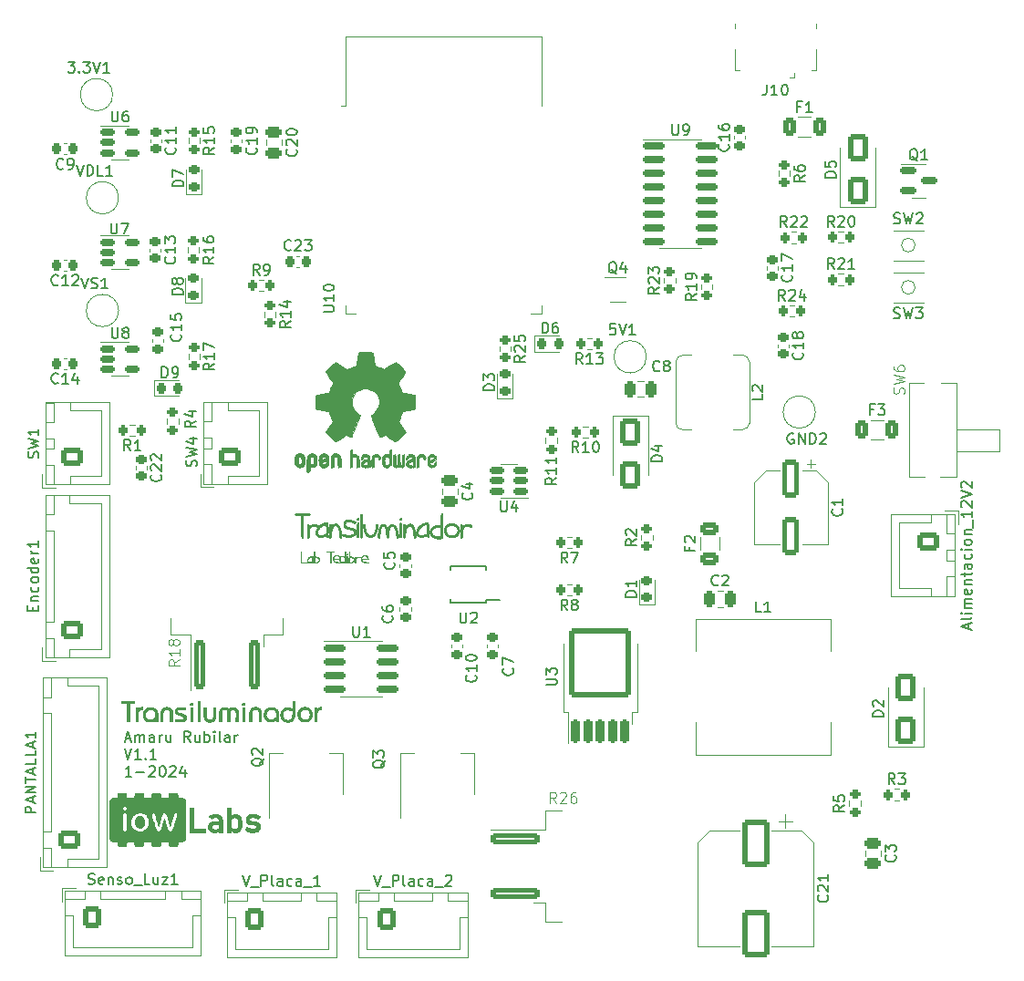
<source format=gto>
G04 #@! TF.GenerationSoftware,KiCad,Pcbnew,7.0.10-7.0.10~ubuntu20.04.1*
G04 #@! TF.CreationDate,2024-02-22T18:15:52-03:00*
G04 #@! TF.ProjectId,Transiluminador,5472616e-7369-46c7-956d-696e61646f72,rev?*
G04 #@! TF.SameCoordinates,Original*
G04 #@! TF.FileFunction,Legend,Top*
G04 #@! TF.FilePolarity,Positive*
%FSLAX46Y46*%
G04 Gerber Fmt 4.6, Leading zero omitted, Abs format (unit mm)*
G04 Created by KiCad (PCBNEW 7.0.10-7.0.10~ubuntu20.04.1) date 2024-02-22 18:15:52*
%MOMM*%
%LPD*%
G01*
G04 APERTURE LIST*
G04 Aperture macros list*
%AMRoundRect*
0 Rectangle with rounded corners*
0 $1 Rounding radius*
0 $2 $3 $4 $5 $6 $7 $8 $9 X,Y pos of 4 corners*
0 Add a 4 corners polygon primitive as box body*
4,1,4,$2,$3,$4,$5,$6,$7,$8,$9,$2,$3,0*
0 Add four circle primitives for the rounded corners*
1,1,$1+$1,$2,$3*
1,1,$1+$1,$4,$5*
1,1,$1+$1,$6,$7*
1,1,$1+$1,$8,$9*
0 Add four rect primitives between the rounded corners*
20,1,$1+$1,$2,$3,$4,$5,0*
20,1,$1+$1,$4,$5,$6,$7,0*
20,1,$1+$1,$6,$7,$8,$9,0*
20,1,$1+$1,$8,$9,$2,$3,0*%
G04 Aperture macros list end*
%ADD10C,0.200000*%
%ADD11C,0.100000*%
%ADD12C,0.150000*%
%ADD13C,0.120000*%
%ADD14C,0.010000*%
%ADD15RoundRect,0.250000X-2.050000X-0.300000X2.050000X-0.300000X2.050000X0.300000X-2.050000X0.300000X0*%
%ADD16RoundRect,0.250000X0.300000X-2.050000X0.300000X2.050000X-0.300000X2.050000X-0.300000X-2.050000X0*%
%ADD17C,1.000000*%
%ADD18O,1.600000X0.800000*%
%ADD19RoundRect,0.150000X-0.825000X-0.150000X0.825000X-0.150000X0.825000X0.150000X-0.825000X0.150000X0*%
%ADD20R,0.400000X1.350000*%
%ADD21O,0.890000X1.550000*%
%ADD22R,1.200000X1.550000*%
%ADD23O,1.250000X0.950000*%
%ADD24R,1.500000X1.550000*%
%ADD25RoundRect,0.250000X0.725000X-0.600000X0.725000X0.600000X-0.725000X0.600000X-0.725000X-0.600000X0*%
%ADD26O,1.950000X1.700000*%
%ADD27RoundRect,0.250000X-0.600000X-0.725000X0.600000X-0.725000X0.600000X0.725000X-0.600000X0.725000X0*%
%ADD28O,1.700000X1.950000*%
%ADD29R,1.500000X2.000000*%
%ADD30R,3.800000X2.000000*%
%ADD31RoundRect,0.225000X-0.250000X0.225000X-0.250000X-0.225000X0.250000X-0.225000X0.250000X0.225000X0*%
%ADD32RoundRect,0.250000X0.750000X-0.600000X0.750000X0.600000X-0.750000X0.600000X-0.750000X-0.600000X0*%
%ADD33O,2.000000X1.700000*%
%ADD34C,2.000000*%
%ADD35RoundRect,0.218750X0.256250X-0.218750X0.256250X0.218750X-0.256250X0.218750X-0.256250X-0.218750X0*%
%ADD36RoundRect,0.200000X-0.275000X0.200000X-0.275000X-0.200000X0.275000X-0.200000X0.275000X0.200000X0*%
%ADD37RoundRect,0.250000X0.625000X-0.375000X0.625000X0.375000X-0.625000X0.375000X-0.625000X-0.375000X0*%
%ADD38RoundRect,0.250000X-0.550000X1.500000X-0.550000X-1.500000X0.550000X-1.500000X0.550000X1.500000X0*%
%ADD39RoundRect,0.150000X-0.512500X-0.150000X0.512500X-0.150000X0.512500X0.150000X-0.512500X0.150000X0*%
%ADD40RoundRect,0.200000X0.275000X-0.200000X0.275000X0.200000X-0.275000X0.200000X-0.275000X-0.200000X0*%
%ADD41R,1.500000X0.400000*%
%ADD42RoundRect,0.200000X-0.200000X-0.275000X0.200000X-0.275000X0.200000X0.275000X-0.200000X0.275000X0*%
%ADD43RoundRect,0.150000X-0.587500X-0.150000X0.587500X-0.150000X0.587500X0.150000X-0.587500X0.150000X0*%
%ADD44RoundRect,0.200000X0.200000X0.275000X-0.200000X0.275000X-0.200000X-0.275000X0.200000X-0.275000X0*%
%ADD45RoundRect,0.250000X0.650000X-1.000000X0.650000X1.000000X-0.650000X1.000000X-0.650000X-1.000000X0*%
%ADD46RoundRect,0.225000X0.225000X0.250000X-0.225000X0.250000X-0.225000X-0.250000X0.225000X-0.250000X0*%
%ADD47R,3.500000X2.950000*%
%ADD48RoundRect,0.250000X-0.650000X1.000000X-0.650000X-1.000000X0.650000X-1.000000X0.650000X1.000000X0*%
%ADD49R,1.250000X0.900000*%
%ADD50RoundRect,0.250000X-0.375000X-0.625000X0.375000X-0.625000X0.375000X0.625000X-0.375000X0.625000X0*%
%ADD51RoundRect,0.250000X-0.475000X0.250000X-0.475000X-0.250000X0.475000X-0.250000X0.475000X0.250000X0*%
%ADD52RoundRect,0.150000X0.512500X0.150000X-0.512500X0.150000X-0.512500X-0.150000X0.512500X-0.150000X0*%
%ADD53RoundRect,0.250000X-0.750000X0.600000X-0.750000X-0.600000X0.750000X-0.600000X0.750000X0.600000X0*%
%ADD54RoundRect,0.200000X0.200000X-0.900000X0.200000X0.900000X-0.200000X0.900000X-0.200000X-0.900000X0*%
%ADD55RoundRect,0.249997X2.650003X-2.950003X2.650003X2.950003X-2.650003X2.950003X-2.650003X-2.950003X0*%
%ADD56R,1.500000X0.900000*%
%ADD57R,0.900000X1.500000*%
%ADD58R,4.200000X4.200000*%
%ADD59RoundRect,0.218750X-0.218750X-0.256250X0.218750X-0.256250X0.218750X0.256250X-0.218750X0.256250X0*%
%ADD60RoundRect,0.225000X-0.225000X-0.250000X0.225000X-0.250000X0.225000X0.250000X-0.225000X0.250000X0*%
%ADD61RoundRect,0.225000X0.250000X-0.225000X0.250000X0.225000X-0.250000X0.225000X-0.250000X-0.225000X0*%
%ADD62R,2.900000X5.400000*%
%ADD63R,1.400000X0.300000*%
%ADD64RoundRect,0.250000X-0.250000X-0.475000X0.250000X-0.475000X0.250000X0.475000X-0.250000X0.475000X0*%
%ADD65RoundRect,0.250000X-1.000000X1.950000X-1.000000X-1.950000X1.000000X-1.950000X1.000000X1.950000X0*%
G04 APERTURE END LIST*
D10*
G36*
X119677529Y-77182226D02*
G01*
X119677529Y-76906231D01*
X120972016Y-76906231D01*
X120972016Y-77182226D01*
X120485484Y-77182226D01*
X120485484Y-78910000D01*
X120164061Y-78910000D01*
X120164061Y-77182226D01*
X119677529Y-77182226D01*
G37*
G36*
X120990090Y-77528073D02*
G01*
X121266085Y-77528073D01*
X121254361Y-77669734D01*
X121248988Y-77656545D01*
X121260711Y-77643845D01*
X121273259Y-77627991D01*
X121274877Y-77626259D01*
X121288783Y-77612353D01*
X121292463Y-77608674D01*
X121307547Y-77594563D01*
X121323489Y-77580929D01*
X121340291Y-77567772D01*
X121343754Y-77565198D01*
X121360425Y-77553654D01*
X121378564Y-77542650D01*
X121395921Y-77533323D01*
X121409699Y-77526608D01*
X121427834Y-77518487D01*
X121447069Y-77511221D01*
X121467402Y-77504809D01*
X121488834Y-77499253D01*
X121508302Y-77495256D01*
X121528237Y-77492240D01*
X121548640Y-77490207D01*
X121569511Y-77489155D01*
X121581646Y-77488995D01*
X121688136Y-77482156D01*
X121688136Y-77759127D01*
X121606559Y-77759127D01*
X121583423Y-77763723D01*
X121561336Y-77768964D01*
X121540299Y-77774848D01*
X121520311Y-77781376D01*
X121501373Y-77788548D01*
X121480032Y-77798005D01*
X121476622Y-77799672D01*
X121457056Y-77810210D01*
X121438657Y-77821676D01*
X121421427Y-77834070D01*
X121405364Y-77847390D01*
X121390469Y-77861639D01*
X121385764Y-77866594D01*
X121372987Y-77881953D01*
X121361034Y-77897621D01*
X121348131Y-77916290D01*
X121336350Y-77935381D01*
X121327145Y-77952079D01*
X121317568Y-77971811D01*
X121308926Y-77991683D01*
X121301219Y-78011695D01*
X121294447Y-78031847D01*
X121290997Y-78043426D01*
X121285141Y-78063252D01*
X121280213Y-78082615D01*
X121275824Y-78103586D01*
X121274389Y-78111814D01*
X121271555Y-78131983D01*
X121269771Y-78151580D01*
X121269021Y-78172475D01*
X121269016Y-78174340D01*
X121267470Y-78194805D01*
X121266431Y-78215223D01*
X121266085Y-78233447D01*
X121266085Y-78253285D01*
X121266085Y-78273748D01*
X121266085Y-78280830D01*
X121266085Y-78910000D01*
X120990090Y-78910000D01*
X120990090Y-77528073D01*
G37*
G36*
X122815561Y-78910000D02*
G01*
X122815561Y-78117676D01*
X122814754Y-78095728D01*
X122812333Y-78073849D01*
X122808297Y-78052039D01*
X122802647Y-78030298D01*
X122795383Y-78008625D01*
X122792602Y-78001416D01*
X122784867Y-77983406D01*
X122776011Y-77965705D01*
X122766034Y-77948315D01*
X122754936Y-77931234D01*
X122742716Y-77914464D01*
X122729376Y-77898004D01*
X122723726Y-77891507D01*
X122708728Y-77875653D01*
X122691822Y-77861062D01*
X122673007Y-77847736D01*
X122652285Y-77835674D01*
X122634333Y-77826935D01*
X122615160Y-77819005D01*
X122594766Y-77811884D01*
X122573181Y-77805472D01*
X122550436Y-77799916D01*
X122526530Y-77795214D01*
X122501465Y-77791367D01*
X122481905Y-77789043D01*
X122461692Y-77787200D01*
X122440826Y-77785837D01*
X122419308Y-77784956D01*
X122397137Y-77784555D01*
X122389602Y-77784528D01*
X122369084Y-77785356D01*
X122350523Y-77787459D01*
X122330459Y-77790744D01*
X122310986Y-77794458D01*
X122304605Y-77795764D01*
X122284841Y-77798635D01*
X122265238Y-77803280D01*
X122256245Y-77806022D01*
X122236952Y-77813420D01*
X122218714Y-77822110D01*
X122207885Y-77828004D01*
X122188982Y-77837063D01*
X122170312Y-77847572D01*
X122151876Y-77859530D01*
X122133673Y-77872937D01*
X122123377Y-77881249D01*
X122108242Y-77894335D01*
X122093244Y-77908314D01*
X122078383Y-77923186D01*
X122063660Y-77938951D01*
X122049074Y-77955609D01*
X122044242Y-77961360D01*
X122031534Y-77978368D01*
X122019788Y-77996783D01*
X122009003Y-78016607D01*
X121999180Y-78037839D01*
X121991728Y-78056608D01*
X121987578Y-78068339D01*
X121981255Y-78088637D01*
X121975719Y-78109841D01*
X121970970Y-78131952D01*
X121967008Y-78154969D01*
X121963833Y-78178892D01*
X121961860Y-78198683D01*
X121960711Y-78213907D01*
X121960969Y-78234079D01*
X121961742Y-78253744D01*
X121963574Y-78279176D01*
X121966321Y-78303707D01*
X121969985Y-78327337D01*
X121974564Y-78350067D01*
X121980060Y-78371896D01*
X121986471Y-78392825D01*
X121990020Y-78402951D01*
X121997928Y-78422567D01*
X122006751Y-78441359D01*
X122016490Y-78459326D01*
X122027145Y-78476468D01*
X122038716Y-78492787D01*
X122051203Y-78508281D01*
X122064606Y-78522951D01*
X122078925Y-78536796D01*
X122094740Y-78549421D01*
X122110676Y-78561404D01*
X122126735Y-78572746D01*
X122146981Y-78586022D01*
X122167417Y-78598296D01*
X122188044Y-78609568D01*
X122208862Y-78619839D01*
X122229907Y-78629048D01*
X122251213Y-78637136D01*
X122272783Y-78644103D01*
X122294614Y-78649950D01*
X122316708Y-78654675D01*
X122339064Y-78658279D01*
X122348080Y-78659406D01*
X122353942Y-78659406D01*
X122364200Y-78659406D01*
X122372505Y-78661849D01*
X122378367Y-78661849D01*
X122386671Y-78661849D01*
X122394975Y-78661849D01*
X122401814Y-78661849D01*
X122409141Y-78661849D01*
X122429119Y-78661467D01*
X122449994Y-78660166D01*
X122469713Y-78657941D01*
X122488961Y-78654446D01*
X122509431Y-78648790D01*
X122524424Y-78643286D01*
X122542979Y-78635898D01*
X122550802Y-78632540D01*
X122569395Y-78624480D01*
X122575715Y-78621793D01*
X122592227Y-78610558D01*
X122599651Y-78606161D01*
X122615794Y-78594445D01*
X122624563Y-78586133D01*
X122640697Y-78574894D01*
X122650942Y-78565617D01*
X122665144Y-78552188D01*
X122676831Y-78542170D01*
X122691883Y-78527913D01*
X122705163Y-78515792D01*
X122721027Y-78501119D01*
X122737110Y-78485860D01*
X122752504Y-78471108D01*
X122759874Y-78464012D01*
X122759874Y-78810837D01*
X122749127Y-78820118D01*
X122744242Y-78818164D01*
X122754012Y-78826468D01*
X122736033Y-78838396D01*
X122718429Y-78849389D01*
X122701198Y-78859447D01*
X122681964Y-78869797D01*
X122674877Y-78873363D01*
X122656071Y-78882370D01*
X122636775Y-78890826D01*
X122616992Y-78898734D01*
X122596720Y-78906092D01*
X122575165Y-78911679D01*
X122554602Y-78916117D01*
X122532449Y-78920134D01*
X122512196Y-78923242D01*
X122498046Y-78925143D01*
X122476029Y-78927633D01*
X122452845Y-78929608D01*
X122432633Y-78930860D01*
X122411610Y-78931754D01*
X122389776Y-78932291D01*
X122367131Y-78932470D01*
X122362735Y-78932470D01*
X122358339Y-78932470D01*
X122352965Y-78932470D01*
X122350034Y-78932470D01*
X122344173Y-78932470D01*
X122338799Y-78932470D01*
X122334403Y-78932470D01*
X122330495Y-78932470D01*
X122305833Y-78932053D01*
X122281488Y-78930804D01*
X122257461Y-78928722D01*
X122233752Y-78925807D01*
X122210360Y-78922059D01*
X122187287Y-78917478D01*
X122164531Y-78912064D01*
X122142092Y-78905817D01*
X122119971Y-78898737D01*
X122098168Y-78890825D01*
X122083810Y-78885087D01*
X122062632Y-78875669D01*
X122041781Y-78865366D01*
X122021256Y-78854179D01*
X122001057Y-78842108D01*
X121981185Y-78829152D01*
X121961639Y-78815312D01*
X121942419Y-78800587D01*
X121923525Y-78784978D01*
X121904958Y-78768484D01*
X121886717Y-78751106D01*
X121874738Y-78739030D01*
X121857298Y-78719896D01*
X121840700Y-78700229D01*
X121824944Y-78680031D01*
X121810029Y-78659299D01*
X121795955Y-78638036D01*
X121782723Y-78616240D01*
X121770333Y-78593912D01*
X121758784Y-78571051D01*
X121748076Y-78547659D01*
X121738210Y-78523733D01*
X121732100Y-78507487D01*
X121723632Y-78482658D01*
X121715997Y-78457261D01*
X121709195Y-78431298D01*
X121703226Y-78404768D01*
X121698090Y-78377671D01*
X121693786Y-78350008D01*
X121690316Y-78321778D01*
X121687678Y-78292981D01*
X121686383Y-78273468D01*
X121685457Y-78253704D01*
X121684902Y-78233687D01*
X121684717Y-78213419D01*
X121685120Y-78186667D01*
X121686331Y-78160267D01*
X121688349Y-78134220D01*
X121691174Y-78108524D01*
X121694806Y-78083181D01*
X121699246Y-78058189D01*
X121704492Y-78033550D01*
X121710546Y-78009262D01*
X121717406Y-77985327D01*
X121725074Y-77961744D01*
X121730635Y-77946217D01*
X121739648Y-77923221D01*
X121749468Y-77900576D01*
X121760095Y-77878284D01*
X121771530Y-77856343D01*
X121783772Y-77834755D01*
X121796821Y-77813519D01*
X121810677Y-77792635D01*
X121825340Y-77772103D01*
X121840810Y-77751923D01*
X121857087Y-77732094D01*
X121868387Y-77719071D01*
X121886163Y-77700022D01*
X121904686Y-77681891D01*
X121923956Y-77664679D01*
X121943973Y-77648386D01*
X121964737Y-77633012D01*
X121986248Y-77618556D01*
X122008506Y-77605019D01*
X122031511Y-77592401D01*
X122055263Y-77580702D01*
X122079763Y-77569921D01*
X122096510Y-77563244D01*
X122122250Y-77553991D01*
X122148729Y-77545648D01*
X122175946Y-77538214D01*
X122203901Y-77531691D01*
X122232595Y-77526079D01*
X122252134Y-77522842D01*
X122272002Y-77520011D01*
X122292197Y-77517583D01*
X122312722Y-77515561D01*
X122333574Y-77513943D01*
X122354754Y-77512729D01*
X122376263Y-77511920D01*
X122398100Y-77511516D01*
X122409141Y-77511465D01*
X122430066Y-77511644D01*
X122450708Y-77512182D01*
X122471068Y-77513079D01*
X122491146Y-77514335D01*
X122510941Y-77515949D01*
X122530454Y-77517922D01*
X122559193Y-77521554D01*
X122587297Y-77525994D01*
X122614766Y-77531240D01*
X122641599Y-77537294D01*
X122667797Y-77544154D01*
X122693360Y-77551822D01*
X122710048Y-77557383D01*
X122734579Y-77566404D01*
X122758345Y-77576250D01*
X122781348Y-77586921D01*
X122803586Y-77598415D01*
X122825060Y-77610734D01*
X122845769Y-77623878D01*
X122865715Y-77637845D01*
X122884896Y-77652637D01*
X122903313Y-77668254D01*
X122920965Y-77684694D01*
X122932309Y-77696113D01*
X122949199Y-77713513D01*
X122965248Y-77731095D01*
X122980455Y-77748856D01*
X122994820Y-77766798D01*
X123008344Y-77784920D01*
X123021027Y-77803223D01*
X123032868Y-77821705D01*
X123043867Y-77840368D01*
X123054025Y-77859212D01*
X123063342Y-77878236D01*
X123069085Y-77891018D01*
X123077117Y-77910317D01*
X123084358Y-77929744D01*
X123090810Y-77949300D01*
X123096471Y-77968985D01*
X123101343Y-77988799D01*
X123105424Y-78008741D01*
X123108716Y-78028813D01*
X123111217Y-78049013D01*
X123112929Y-78069342D01*
X123113850Y-78089800D01*
X123114026Y-78103510D01*
X123114026Y-78910000D01*
X122815561Y-78910000D01*
G37*
G36*
X123317236Y-78910000D02*
G01*
X123317236Y-78075666D01*
X123317588Y-78054075D01*
X123318644Y-78032715D01*
X123320405Y-78011588D01*
X123322869Y-77990692D01*
X123326037Y-77970029D01*
X123329910Y-77949597D01*
X123334487Y-77929396D01*
X123339767Y-77909428D01*
X123345752Y-77889692D01*
X123352441Y-77870187D01*
X123357292Y-77857313D01*
X123365250Y-77838195D01*
X123373921Y-77819308D01*
X123383305Y-77800654D01*
X123393402Y-77782231D01*
X123404211Y-77764040D01*
X123415733Y-77746081D01*
X123427967Y-77728354D01*
X123440915Y-77710859D01*
X123454574Y-77693595D01*
X123468947Y-77676564D01*
X123478925Y-77665338D01*
X123494932Y-77649408D01*
X123511445Y-77634226D01*
X123528466Y-77619790D01*
X123545992Y-77606101D01*
X123564026Y-77593160D01*
X123582566Y-77580965D01*
X123601612Y-77569518D01*
X123621166Y-77558818D01*
X123641226Y-77548864D01*
X123661792Y-77539658D01*
X123675785Y-77533935D01*
X123697213Y-77525904D01*
X123719182Y-77518662D01*
X123741691Y-77512211D01*
X123764742Y-77506550D01*
X123788334Y-77501678D01*
X123812467Y-77497597D01*
X123837141Y-77494305D01*
X123862356Y-77491803D01*
X123888111Y-77490092D01*
X123914408Y-77489170D01*
X123932240Y-77488995D01*
X123951935Y-77489478D01*
X123972921Y-77490929D01*
X123983042Y-77491926D01*
X124004177Y-77494307D01*
X124024636Y-77497455D01*
X124042149Y-77500718D01*
X124061831Y-77504411D01*
X124081800Y-77508771D01*
X124102055Y-77513799D01*
X124106140Y-77514884D01*
X124124980Y-77520217D01*
X124144128Y-77526322D01*
X124163585Y-77533200D01*
X124174528Y-77537355D01*
X124193314Y-77545944D01*
X124211814Y-77555224D01*
X124230027Y-77565197D01*
X124247954Y-77575861D01*
X124265595Y-77587217D01*
X124282949Y-77599265D01*
X124289811Y-77604277D01*
X124306965Y-77617353D01*
X124323929Y-77631239D01*
X124340701Y-77645937D01*
X124357283Y-77661445D01*
X124373674Y-77677765D01*
X124389874Y-77694895D01*
X124396301Y-77701974D01*
X124412272Y-77720021D01*
X124426908Y-77739355D01*
X124437654Y-77755750D01*
X124447546Y-77772969D01*
X124456583Y-77791012D01*
X124464765Y-77809880D01*
X124472093Y-77829572D01*
X124475436Y-77839727D01*
X124481618Y-77860465D01*
X124486976Y-77881890D01*
X124491510Y-77904001D01*
X124495219Y-77926800D01*
X124498104Y-77950285D01*
X124500165Y-77974458D01*
X124501402Y-77999317D01*
X124501814Y-78024863D01*
X124501814Y-78032191D01*
X124501814Y-78041960D01*
X124501814Y-78048799D01*
X124501814Y-78058569D01*
X124501814Y-78910000D01*
X124203349Y-78910000D01*
X124203349Y-78098136D01*
X124202731Y-78075840D01*
X124200876Y-78053646D01*
X124197785Y-78031555D01*
X124193457Y-78009568D01*
X124187893Y-77987683D01*
X124185764Y-77980411D01*
X124178534Y-77958836D01*
X124170033Y-77937707D01*
X124160261Y-77917024D01*
X124149219Y-77896789D01*
X124136906Y-77876999D01*
X124132519Y-77870502D01*
X124119106Y-77851646D01*
X124104148Y-77834644D01*
X124087645Y-77819497D01*
X124069596Y-77806205D01*
X124050001Y-77794768D01*
X124043126Y-77791367D01*
X124021619Y-77782403D01*
X124002464Y-77776349D01*
X123982187Y-77771584D01*
X123960790Y-77768106D01*
X123938271Y-77765916D01*
X123914632Y-77765015D01*
X123909769Y-77764989D01*
X123887465Y-77765573D01*
X123866044Y-77767327D01*
X123845505Y-77770248D01*
X123825849Y-77774339D01*
X123803426Y-77780790D01*
X123782274Y-77788925D01*
X123762456Y-77798576D01*
X123743669Y-77809945D01*
X123725912Y-77823031D01*
X123709185Y-77837834D01*
X123693488Y-77854355D01*
X123688485Y-77860244D01*
X123676092Y-77875817D01*
X123664557Y-77891700D01*
X123651849Y-77911168D01*
X123640377Y-77931084D01*
X123630142Y-77951446D01*
X123624005Y-77965268D01*
X123615928Y-77986191D01*
X123608915Y-78007560D01*
X123602968Y-78029376D01*
X123598085Y-78051639D01*
X123594267Y-78074347D01*
X123593230Y-78082016D01*
X123593230Y-78910000D01*
X123317236Y-78910000D01*
G37*
G36*
X124640544Y-78634005D02*
G01*
X125236008Y-78634005D01*
X125244312Y-78639378D01*
X125252616Y-78639378D01*
X125263852Y-78639378D01*
X125278995Y-78639378D01*
X125288276Y-78642309D01*
X125298046Y-78642309D01*
X125308792Y-78642309D01*
X125320516Y-78642309D01*
X125340494Y-78641928D01*
X125361368Y-78640626D01*
X125381088Y-78638401D01*
X125400336Y-78634907D01*
X125420806Y-78629251D01*
X125435799Y-78623747D01*
X125453977Y-78615332D01*
X125468267Y-78600921D01*
X125470481Y-78597369D01*
X125478161Y-78577841D01*
X125481321Y-78557233D01*
X125481716Y-78545589D01*
X125479903Y-78524628D01*
X125474465Y-78505098D01*
X125465402Y-78487000D01*
X125463154Y-78483551D01*
X125449596Y-78466865D01*
X125434050Y-78453070D01*
X125417571Y-78441782D01*
X125406001Y-78435191D01*
X125387228Y-78425715D01*
X125367239Y-78416518D01*
X125349138Y-78408859D01*
X125330144Y-78401406D01*
X125310258Y-78394159D01*
X125289730Y-78386831D01*
X125268446Y-78379504D01*
X125246407Y-78372177D01*
X125227464Y-78366071D01*
X125207996Y-78359965D01*
X125192044Y-78355080D01*
X125175924Y-78351172D01*
X125158339Y-78346775D01*
X125139288Y-78342379D01*
X125121702Y-78338471D01*
X125102407Y-78332732D01*
X125083600Y-78327236D01*
X125064672Y-78321146D01*
X125048429Y-78316001D01*
X125025990Y-78310040D01*
X125004099Y-78303636D01*
X124982759Y-78296790D01*
X124961967Y-78289501D01*
X124941726Y-78281769D01*
X124922034Y-78273594D01*
X124902891Y-78264977D01*
X124884298Y-78255917D01*
X124866217Y-78246376D01*
X124848608Y-78236561D01*
X124831473Y-78226471D01*
X124814811Y-78216106D01*
X124794649Y-78202763D01*
X124775227Y-78188991D01*
X124756543Y-78174789D01*
X124752896Y-78171898D01*
X124736020Y-78155793D01*
X124720505Y-78138925D01*
X124706349Y-78121294D01*
X124693552Y-78102899D01*
X124682115Y-78083741D01*
X124672038Y-78063820D01*
X124668387Y-78055638D01*
X124660366Y-78034412D01*
X124653704Y-78012256D01*
X124648402Y-77989170D01*
X124644459Y-77965154D01*
X124642284Y-77945271D01*
X124640979Y-77924793D01*
X124640544Y-77903719D01*
X124640913Y-77881727D01*
X124642021Y-77860448D01*
X124643867Y-77839881D01*
X124646451Y-77820028D01*
X124651046Y-77794665D01*
X124656954Y-77770568D01*
X124664174Y-77747739D01*
X124672708Y-77726177D01*
X124682554Y-77705882D01*
X124693712Y-77686862D01*
X124706184Y-77669368D01*
X124719969Y-77653401D01*
X124735066Y-77638960D01*
X124751476Y-77626045D01*
X124769199Y-77614658D01*
X124788234Y-77604796D01*
X124808583Y-77596461D01*
X124828718Y-77588890D01*
X124849310Y-77581807D01*
X124870361Y-77575212D01*
X124891870Y-77569106D01*
X124913836Y-77563489D01*
X124936261Y-77558360D01*
X124959143Y-77553719D01*
X124982484Y-77549567D01*
X125006320Y-77545903D01*
X125030691Y-77542728D01*
X125055596Y-77540041D01*
X125081036Y-77537843D01*
X125107009Y-77536133D01*
X125126840Y-77535172D01*
X125146972Y-77534485D01*
X125167404Y-77534073D01*
X125188136Y-77533935D01*
X125712770Y-77528073D01*
X125712770Y-77778667D01*
X125166643Y-77778667D01*
X125145171Y-77781208D01*
X125124355Y-77783702D01*
X125104192Y-77786150D01*
X125084684Y-77788551D01*
X125073831Y-77789902D01*
X125053009Y-77792955D01*
X125033042Y-77796741D01*
X125013930Y-77801259D01*
X124995673Y-77806510D01*
X124975979Y-77814266D01*
X124959367Y-77825097D01*
X124950244Y-77834842D01*
X124940894Y-77852621D01*
X124936900Y-77872645D01*
X124936566Y-77881249D01*
X124938140Y-77900779D01*
X124943508Y-77920829D01*
X124952686Y-77939378D01*
X124965673Y-77956254D01*
X124980786Y-77969993D01*
X124997079Y-77981052D01*
X125001046Y-77983342D01*
X125019151Y-77992623D01*
X125037805Y-78001416D01*
X125057008Y-78009720D01*
X125076762Y-78017536D01*
X125097064Y-78025016D01*
X125117916Y-78032313D01*
X125136613Y-78038547D01*
X125155730Y-78044641D01*
X125161270Y-78046357D01*
X125180778Y-78050753D01*
X125187159Y-78052219D01*
X125206485Y-78056432D01*
X125213049Y-78058080D01*
X125222819Y-78061988D01*
X125236008Y-78062965D01*
X125247732Y-78067362D01*
X125257990Y-78068339D01*
X125276519Y-78074993D01*
X125277041Y-78075177D01*
X125291695Y-78079574D01*
X125301465Y-78081039D01*
X125312700Y-78082505D01*
X125318562Y-78087878D01*
X125322958Y-78087878D01*
X125346520Y-78096051D01*
X125369395Y-78104267D01*
X125391583Y-78112526D01*
X125413084Y-78120828D01*
X125433898Y-78129173D01*
X125454025Y-78137561D01*
X125473465Y-78145991D01*
X125492219Y-78154465D01*
X125510285Y-78162981D01*
X125533305Y-78174403D01*
X125538869Y-78177271D01*
X125560484Y-78188804D01*
X125580879Y-78200443D01*
X125600052Y-78212190D01*
X125618004Y-78224043D01*
X125634734Y-78236004D01*
X125650244Y-78248071D01*
X125667913Y-78263305D01*
X125677599Y-78272526D01*
X125692702Y-78288714D01*
X125706565Y-78305832D01*
X125719187Y-78323881D01*
X125730569Y-78342860D01*
X125740711Y-78362769D01*
X125749612Y-78383608D01*
X125752826Y-78392205D01*
X125760003Y-78414122D01*
X125765963Y-78436827D01*
X125770707Y-78460318D01*
X125773627Y-78479678D01*
X125775768Y-78499542D01*
X125777130Y-78519910D01*
X125777714Y-78540781D01*
X125777739Y-78546078D01*
X125776609Y-78569556D01*
X125774685Y-78592117D01*
X125771968Y-78613763D01*
X125768457Y-78634494D01*
X125764153Y-78654308D01*
X125759054Y-78673206D01*
X125751564Y-78695541D01*
X125746475Y-78708255D01*
X125737214Y-78728348D01*
X125726831Y-78747105D01*
X125715327Y-78764526D01*
X125702703Y-78780612D01*
X125688957Y-78795362D01*
X125674090Y-78808776D01*
X125667829Y-78813768D01*
X125650152Y-78827541D01*
X125631926Y-78840283D01*
X125613149Y-78851996D01*
X125593824Y-78862677D01*
X125573948Y-78872329D01*
X125567201Y-78875317D01*
X125546879Y-78883429D01*
X125526214Y-78890544D01*
X125505205Y-78896663D01*
X125483853Y-78901787D01*
X125462158Y-78905914D01*
X125454849Y-78907069D01*
X125434333Y-78909267D01*
X125414794Y-78910000D01*
X125394529Y-78910000D01*
X125379623Y-78910000D01*
X125363503Y-78910000D01*
X125347871Y-78912930D01*
X125329797Y-78912930D01*
X125314654Y-78912930D01*
X125299023Y-78912930D01*
X125286322Y-78912930D01*
X125270690Y-78912930D01*
X125256036Y-78912930D01*
X125241870Y-78910000D01*
X125230146Y-78910000D01*
X125218911Y-78910000D01*
X125207676Y-78910000D01*
X124640544Y-78910000D01*
X124640544Y-78634005D01*
G37*
G36*
X126072295Y-78910000D02*
G01*
X126072295Y-77528073D01*
X126348778Y-77528073D01*
X126348778Y-78910000D01*
X126072295Y-78910000D01*
G37*
G36*
X126052756Y-77231563D02*
G01*
X126053996Y-77210621D01*
X126057717Y-77190537D01*
X126063919Y-77171313D01*
X126065457Y-77167571D01*
X126074969Y-77149453D01*
X126087629Y-77132957D01*
X126103438Y-77118083D01*
X126106978Y-77115303D01*
X126124069Y-77103465D01*
X126142429Y-77093474D01*
X126160223Y-77085994D01*
X126180546Y-77079875D01*
X126201216Y-77076297D01*
X126220307Y-77075247D01*
X126240752Y-77076154D01*
X126261810Y-77079244D01*
X126281367Y-77084528D01*
X126300510Y-77092132D01*
X126317912Y-77101749D01*
X126335314Y-77113942D01*
X126337055Y-77115303D01*
X126351871Y-77128089D01*
X126365705Y-77143926D01*
X126376772Y-77161481D01*
X126379553Y-77167083D01*
X126387023Y-77186708D01*
X126391381Y-77206084D01*
X126393498Y-77227082D01*
X126393719Y-77236936D01*
X126392598Y-77258772D01*
X126389237Y-77279217D01*
X126383634Y-77298271D01*
X126379553Y-77308255D01*
X126369602Y-77326726D01*
X126357457Y-77343670D01*
X126343117Y-77359088D01*
X126339986Y-77361988D01*
X126322583Y-77374229D01*
X126305181Y-77384085D01*
X126286038Y-77392171D01*
X126284298Y-77392763D01*
X126264925Y-77398047D01*
X126245090Y-77401138D01*
X126226657Y-77402044D01*
X126205720Y-77402396D01*
X126184552Y-77400092D01*
X126165108Y-77395694D01*
X126146160Y-77388700D01*
X126127784Y-77379322D01*
X126109981Y-77367558D01*
X126106489Y-77364919D01*
X126091553Y-77351468D01*
X126077948Y-77334619D01*
X126067491Y-77315767D01*
X126064968Y-77309720D01*
X126059065Y-77290533D01*
X126055093Y-77270342D01*
X126053054Y-77249146D01*
X126052756Y-77236936D01*
X126052756Y-77231563D01*
G37*
G36*
X126757152Y-76906231D02*
G01*
X127052686Y-76906231D01*
X127052686Y-78910000D01*
X126757152Y-78910000D01*
X126757152Y-76906231D01*
G37*
G36*
X127327704Y-77528073D02*
G01*
X127603698Y-77528073D01*
X127603698Y-78362407D01*
X127604223Y-78385768D01*
X127605797Y-78408222D01*
X127608421Y-78429769D01*
X127612094Y-78450411D01*
X127616817Y-78470146D01*
X127622589Y-78488974D01*
X127625191Y-78496252D01*
X127633990Y-78517421D01*
X127644265Y-78537697D01*
X127656018Y-78557080D01*
X127669247Y-78575570D01*
X127683953Y-78593167D01*
X127689183Y-78598834D01*
X127706431Y-78614050D01*
X127724468Y-78627823D01*
X127743296Y-78640153D01*
X127762914Y-78651041D01*
X127783321Y-78660486D01*
X127790300Y-78663314D01*
X127812133Y-78670619D01*
X127831219Y-78675551D01*
X127851116Y-78679434D01*
X127871824Y-78682268D01*
X127893343Y-78684052D01*
X127915673Y-78684787D01*
X127920237Y-78684808D01*
X127940828Y-78684155D01*
X127960835Y-78682197D01*
X127980258Y-78678934D01*
X128002180Y-78673478D01*
X128023307Y-78666245D01*
X128043597Y-78657142D01*
X128062577Y-78646076D01*
X128080248Y-78633046D01*
X128096611Y-78618053D01*
X128105373Y-78608604D01*
X128119180Y-78592930D01*
X128132026Y-78577051D01*
X128143910Y-78560965D01*
X128154832Y-78544673D01*
X128166359Y-78525406D01*
X128167899Y-78522630D01*
X128177930Y-78502972D01*
X128186652Y-78482893D01*
X128194065Y-78462393D01*
X128200170Y-78441473D01*
X128203070Y-78429330D01*
X128207277Y-78410038D01*
X128207466Y-78408813D01*
X128210886Y-78389274D01*
X128210886Y-78377550D01*
X128213817Y-78364361D01*
X128213817Y-78357034D01*
X128213817Y-78345799D01*
X128213817Y-77528073D01*
X128489811Y-77528073D01*
X128489811Y-78317466D01*
X128489811Y-78327725D01*
X128489811Y-78334563D01*
X128486392Y-78338471D01*
X128492742Y-78339448D01*
X128492742Y-78351660D01*
X128492742Y-78357034D01*
X128492742Y-78362896D01*
X128492742Y-78368269D01*
X128492399Y-78390833D01*
X128491368Y-78413097D01*
X128489651Y-78435060D01*
X128487247Y-78456723D01*
X128484155Y-78478085D01*
X128480377Y-78499147D01*
X128475912Y-78519908D01*
X128470760Y-78540368D01*
X128464921Y-78560529D01*
X128458395Y-78580388D01*
X128453663Y-78593461D01*
X128445997Y-78612811D01*
X128437652Y-78631843D01*
X128428629Y-78650558D01*
X128418927Y-78668955D01*
X128408547Y-78687034D01*
X128397489Y-78704795D01*
X128385753Y-78722239D01*
X128373338Y-78739365D01*
X128360245Y-78756174D01*
X128346473Y-78772664D01*
X128336915Y-78783482D01*
X128321941Y-78799477D01*
X128306513Y-78814674D01*
X128290629Y-78829073D01*
X128274290Y-78842672D01*
X128257496Y-78855474D01*
X128240246Y-78867476D01*
X128222542Y-78878681D01*
X128204383Y-78889086D01*
X128185768Y-78898693D01*
X128166699Y-78907502D01*
X128153733Y-78912930D01*
X128134001Y-78920438D01*
X128113822Y-78927207D01*
X128093197Y-78933238D01*
X128072125Y-78938530D01*
X128050607Y-78943084D01*
X128028642Y-78946899D01*
X128006231Y-78949976D01*
X127983374Y-78952315D01*
X127960069Y-78953915D01*
X127936319Y-78954776D01*
X127920237Y-78954940D01*
X127896686Y-78954622D01*
X127873480Y-78953669D01*
X127850616Y-78952081D01*
X127828096Y-78949857D01*
X127805920Y-78946998D01*
X127784087Y-78943503D01*
X127762597Y-78939373D01*
X127741451Y-78934607D01*
X127720648Y-78929206D01*
X127700189Y-78923170D01*
X127686741Y-78918792D01*
X127666971Y-78911697D01*
X127647597Y-78903966D01*
X127628617Y-78895600D01*
X127610033Y-78886598D01*
X127591844Y-78876961D01*
X127574049Y-78866688D01*
X127556650Y-78855780D01*
X127539645Y-78844237D01*
X127523036Y-78832058D01*
X127506821Y-78819244D01*
X127496231Y-78810348D01*
X127480672Y-78795665D01*
X127465869Y-78780192D01*
X127451821Y-78763929D01*
X127438529Y-78746876D01*
X127425992Y-78729033D01*
X127414211Y-78710400D01*
X127403186Y-78690977D01*
X127392916Y-78670764D01*
X127383402Y-78649761D01*
X127374644Y-78627968D01*
X127369225Y-78613000D01*
X127361805Y-78589869D01*
X127355114Y-78565905D01*
X127349154Y-78541108D01*
X127343923Y-78515479D01*
X127339422Y-78489016D01*
X127335651Y-78461720D01*
X127332610Y-78433592D01*
X127330299Y-78404631D01*
X127329163Y-78384860D01*
X127328352Y-78364720D01*
X127327866Y-78344209D01*
X127327704Y-78323328D01*
X127327704Y-77528073D01*
G37*
G36*
X128760921Y-78910000D02*
G01*
X128760921Y-77962826D01*
X128761463Y-77940394D01*
X128763088Y-77918282D01*
X128765798Y-77896491D01*
X128769591Y-77875020D01*
X128774468Y-77853871D01*
X128780430Y-77833041D01*
X128787474Y-77812532D01*
X128795603Y-77792344D01*
X128804984Y-77772408D01*
X128815539Y-77752899D01*
X128827271Y-77733818D01*
X128840177Y-77715163D01*
X128854260Y-77696937D01*
X128869517Y-77679138D01*
X128885950Y-77661766D01*
X128903558Y-77644822D01*
X128922113Y-77628618D01*
X128941386Y-77613467D01*
X128961375Y-77599369D01*
X128982083Y-77586325D01*
X129003507Y-77574335D01*
X129025649Y-77563397D01*
X129048509Y-77553513D01*
X129072086Y-77544682D01*
X129096365Y-77536897D01*
X129121331Y-77530150D01*
X129140507Y-77525770D01*
X129160069Y-77521975D01*
X129180017Y-77518764D01*
X129200352Y-77516136D01*
X129221073Y-77514092D01*
X129242180Y-77512633D01*
X129263674Y-77511757D01*
X129285554Y-77511465D01*
X129306017Y-77511671D01*
X129325885Y-77512289D01*
X129349882Y-77513642D01*
X129372949Y-77515638D01*
X129395086Y-77518278D01*
X129416293Y-77521563D01*
X129432588Y-77524654D01*
X129452166Y-77528897D01*
X129474148Y-77534713D01*
X129494481Y-77541319D01*
X129513166Y-77548715D01*
X129532881Y-77558342D01*
X129538101Y-77561290D01*
X129555773Y-77572040D01*
X129572883Y-77583770D01*
X129589432Y-77596483D01*
X129605421Y-77610177D01*
X129614305Y-77618443D01*
X129628711Y-77632722D01*
X129642770Y-77647896D01*
X129655521Y-77663506D01*
X129664131Y-77676085D01*
X129678562Y-77660252D01*
X129693369Y-77646552D01*
X129709840Y-77632493D01*
X129714445Y-77628702D01*
X129731745Y-77615355D01*
X129750308Y-77602241D01*
X129767224Y-77591187D01*
X129785067Y-77580305D01*
X129803838Y-77569595D01*
X129824016Y-77559136D01*
X129844985Y-77549742D01*
X129866743Y-77541413D01*
X129885479Y-77535286D01*
X129904763Y-77529898D01*
X129920586Y-77526120D01*
X129940917Y-77521898D01*
X129961916Y-77518392D01*
X129983583Y-77515601D01*
X130005918Y-77513526D01*
X130028921Y-77512166D01*
X130052591Y-77511522D01*
X130062247Y-77511465D01*
X130086617Y-77511892D01*
X130110637Y-77513175D01*
X130134306Y-77515312D01*
X130157623Y-77518304D01*
X130180590Y-77522151D01*
X130203205Y-77526852D01*
X130225469Y-77532409D01*
X130247383Y-77538820D01*
X130268929Y-77546132D01*
X130290095Y-77554391D01*
X130310878Y-77563596D01*
X130331280Y-77573747D01*
X130351300Y-77584845D01*
X130370939Y-77596889D01*
X130390196Y-77609880D01*
X130409071Y-77623817D01*
X130427550Y-77637998D01*
X130444883Y-77652698D01*
X130461072Y-77667918D01*
X130476116Y-77683656D01*
X130490015Y-77699914D01*
X130502769Y-77716690D01*
X130514378Y-77733985D01*
X130524842Y-77751800D01*
X130534269Y-77770019D01*
X130542520Y-77788772D01*
X130549595Y-77808060D01*
X130555495Y-77827882D01*
X130560220Y-77848238D01*
X130563769Y-77869128D01*
X130566142Y-77890553D01*
X130567341Y-77912512D01*
X130567341Y-77916908D01*
X130567341Y-77920816D01*
X130567341Y-77925212D01*
X130567341Y-77934982D01*
X130560990Y-77934982D01*
X130564898Y-77937913D01*
X130564898Y-77941821D01*
X130564898Y-77946217D01*
X130564898Y-78910000D01*
X130288415Y-78910000D01*
X130304047Y-78030725D01*
X130296231Y-78024375D01*
X130304047Y-78027794D01*
X130291346Y-78026329D01*
X130291346Y-78021933D01*
X130291346Y-78012651D01*
X130291346Y-78005324D01*
X130289881Y-77990669D01*
X130286461Y-77973084D01*
X130282065Y-77954033D01*
X130278029Y-77934742D01*
X130277669Y-77933517D01*
X130270160Y-77914426D01*
X130260457Y-77895621D01*
X130249848Y-77878941D01*
X130245917Y-77873433D01*
X130233406Y-77856942D01*
X130219505Y-77840992D01*
X130204212Y-77825584D01*
X130195115Y-77817257D01*
X130178714Y-77803501D01*
X130161386Y-77791909D01*
X130143131Y-77782481D01*
X130132588Y-77778178D01*
X130113397Y-77771803D01*
X130093742Y-77767514D01*
X130073624Y-77765311D01*
X130062247Y-77764989D01*
X130041653Y-77765807D01*
X130021761Y-77768262D01*
X130002571Y-77772352D01*
X129981497Y-77779031D01*
X129973831Y-77782086D01*
X129953955Y-77791703D01*
X129937216Y-77801871D01*
X129921084Y-77813675D01*
X129905560Y-77827116D01*
X129899092Y-77833377D01*
X129884430Y-77848761D01*
X129871216Y-77864566D01*
X129859452Y-77880791D01*
X129849137Y-77897437D01*
X129843893Y-77907138D01*
X129834795Y-77926830D01*
X129827041Y-77947316D01*
X129820629Y-77968596D01*
X129816121Y-77987867D01*
X129815561Y-77990669D01*
X129811653Y-78001416D01*
X129810676Y-78010697D01*
X129810676Y-78025352D01*
X129810676Y-78036099D01*
X129810676Y-78910000D01*
X129537613Y-78910000D01*
X129537613Y-78053196D01*
X129537029Y-78031156D01*
X129535277Y-78009736D01*
X129532358Y-77988933D01*
X129528271Y-77968749D01*
X129523016Y-77949182D01*
X129521004Y-77942798D01*
X129514393Y-77923856D01*
X129506647Y-77905497D01*
X129497769Y-77887723D01*
X129487757Y-77870532D01*
X129476611Y-77853926D01*
X129472644Y-77848520D01*
X129458195Y-77831336D01*
X129442204Y-77816116D01*
X129424669Y-77802859D01*
X129405592Y-77791566D01*
X129393998Y-77785994D01*
X129372827Y-77777809D01*
X129353639Y-77772394D01*
X129333489Y-77768456D01*
X129312377Y-77765994D01*
X129290304Y-77765010D01*
X129286531Y-77764989D01*
X129262799Y-77767885D01*
X129240449Y-77771687D01*
X129219484Y-77776395D01*
X129199901Y-77782010D01*
X129178229Y-77789944D01*
X129158548Y-77799183D01*
X129140808Y-77809676D01*
X129124957Y-77821371D01*
X129108852Y-77836535D01*
X129095318Y-77853334D01*
X129085764Y-77869036D01*
X129075662Y-77889406D01*
X129066730Y-77910336D01*
X129060004Y-77928723D01*
X129054136Y-77947522D01*
X129049127Y-77966734D01*
X129044977Y-77986237D01*
X129041685Y-78005912D01*
X129039253Y-78025758D01*
X129037678Y-78045777D01*
X129036963Y-78065967D01*
X129036915Y-78072735D01*
X129036915Y-78077131D01*
X129036915Y-78078597D01*
X129036915Y-78081039D01*
X129036915Y-78910000D01*
X128760921Y-78910000D01*
G37*
G36*
X130896580Y-78910000D02*
G01*
X130896580Y-77528073D01*
X131173063Y-77528073D01*
X131173063Y-78910000D01*
X130896580Y-78910000D01*
G37*
G36*
X130877041Y-77231563D02*
G01*
X130878281Y-77210621D01*
X130882002Y-77190537D01*
X130888203Y-77171313D01*
X130889741Y-77167571D01*
X130899253Y-77149453D01*
X130911914Y-77132957D01*
X130927723Y-77118083D01*
X130931263Y-77115303D01*
X130948353Y-77103465D01*
X130966714Y-77093474D01*
X130984508Y-77085994D01*
X131004831Y-77079875D01*
X131025500Y-77076297D01*
X131044591Y-77075247D01*
X131065037Y-77076154D01*
X131086095Y-77079244D01*
X131105652Y-77084528D01*
X131124795Y-77092132D01*
X131142197Y-77101749D01*
X131159599Y-77113942D01*
X131161339Y-77115303D01*
X131176156Y-77128089D01*
X131189990Y-77143926D01*
X131201057Y-77161481D01*
X131203838Y-77167083D01*
X131211308Y-77186708D01*
X131215666Y-77206084D01*
X131217782Y-77227082D01*
X131218004Y-77236936D01*
X131216883Y-77258772D01*
X131213521Y-77279217D01*
X131207919Y-77298271D01*
X131203838Y-77308255D01*
X131193887Y-77326726D01*
X131181741Y-77343670D01*
X131167402Y-77359088D01*
X131164270Y-77361988D01*
X131146868Y-77374229D01*
X131129466Y-77384085D01*
X131110323Y-77392171D01*
X131108583Y-77392763D01*
X131089209Y-77398047D01*
X131069374Y-77401138D01*
X131050942Y-77402044D01*
X131030004Y-77402396D01*
X131008836Y-77400092D01*
X130989392Y-77395694D01*
X130970444Y-77388700D01*
X130952069Y-77379322D01*
X130934266Y-77367558D01*
X130930774Y-77364919D01*
X130915838Y-77351468D01*
X130902233Y-77334619D01*
X130891776Y-77315767D01*
X130889253Y-77309720D01*
X130883349Y-77290533D01*
X130879378Y-77270342D01*
X130877339Y-77249146D01*
X130877041Y-77236936D01*
X130877041Y-77231563D01*
G37*
G36*
X131558967Y-78910000D02*
G01*
X131558967Y-78075666D01*
X131559319Y-78054075D01*
X131560375Y-78032715D01*
X131562135Y-78011588D01*
X131564600Y-77990692D01*
X131567768Y-77970029D01*
X131571641Y-77949597D01*
X131576217Y-77929396D01*
X131581498Y-77909428D01*
X131587483Y-77889692D01*
X131594172Y-77870187D01*
X131599023Y-77857313D01*
X131606981Y-77838195D01*
X131615652Y-77819308D01*
X131625036Y-77800654D01*
X131635132Y-77782231D01*
X131645941Y-77764040D01*
X131657463Y-77746081D01*
X131669698Y-77728354D01*
X131682645Y-77710859D01*
X131696305Y-77693595D01*
X131710678Y-77676564D01*
X131720655Y-77665338D01*
X131736662Y-77649408D01*
X131753176Y-77634226D01*
X131770196Y-77619790D01*
X131787723Y-77606101D01*
X131805756Y-77593160D01*
X131824296Y-77580965D01*
X131843343Y-77569518D01*
X131862896Y-77558818D01*
X131882956Y-77548864D01*
X131903523Y-77539658D01*
X131917515Y-77533935D01*
X131938943Y-77525904D01*
X131960912Y-77518662D01*
X131983422Y-77512211D01*
X132006473Y-77506550D01*
X132030065Y-77501678D01*
X132054198Y-77497597D01*
X132078871Y-77494305D01*
X132104086Y-77491803D01*
X132129842Y-77490092D01*
X132156139Y-77489170D01*
X132173970Y-77488995D01*
X132193666Y-77489478D01*
X132214652Y-77490929D01*
X132224773Y-77491926D01*
X132245907Y-77494307D01*
X132266367Y-77497455D01*
X132283879Y-77500718D01*
X132303562Y-77504411D01*
X132323531Y-77508771D01*
X132343786Y-77513799D01*
X132347871Y-77514884D01*
X132366710Y-77520217D01*
X132385858Y-77526322D01*
X132405316Y-77533200D01*
X132416259Y-77537355D01*
X132435045Y-77545944D01*
X132453544Y-77555224D01*
X132471758Y-77565197D01*
X132489685Y-77575861D01*
X132507325Y-77587217D01*
X132524680Y-77599265D01*
X132531542Y-77604277D01*
X132548696Y-77617353D01*
X132565659Y-77631239D01*
X132582432Y-77645937D01*
X132599014Y-77661445D01*
X132615405Y-77677765D01*
X132631605Y-77694895D01*
X132638032Y-77701974D01*
X132654003Y-77720021D01*
X132668638Y-77739355D01*
X132679385Y-77755750D01*
X132689277Y-77772969D01*
X132698314Y-77791012D01*
X132706496Y-77809880D01*
X132713823Y-77829572D01*
X132717166Y-77839727D01*
X132723349Y-77860465D01*
X132728707Y-77881890D01*
X132733241Y-77904001D01*
X132736950Y-77926800D01*
X132739835Y-77950285D01*
X132741896Y-77974458D01*
X132743132Y-77999317D01*
X132743545Y-78024863D01*
X132743545Y-78032191D01*
X132743545Y-78041960D01*
X132743545Y-78048799D01*
X132743545Y-78058569D01*
X132743545Y-78910000D01*
X132445080Y-78910000D01*
X132445080Y-78098136D01*
X132444462Y-78075840D01*
X132442607Y-78053646D01*
X132439516Y-78031555D01*
X132435188Y-78009568D01*
X132429624Y-77987683D01*
X132427494Y-77980411D01*
X132420264Y-77958836D01*
X132411764Y-77937707D01*
X132401992Y-77917024D01*
X132390949Y-77896789D01*
X132378636Y-77876999D01*
X132374249Y-77870502D01*
X132360837Y-77851646D01*
X132345879Y-77834644D01*
X132329375Y-77819497D01*
X132311326Y-77806205D01*
X132291731Y-77794768D01*
X132284856Y-77791367D01*
X132263350Y-77782403D01*
X132244194Y-77776349D01*
X132223918Y-77771584D01*
X132202520Y-77768106D01*
X132180002Y-77765916D01*
X132156362Y-77765015D01*
X132151500Y-77764989D01*
X132129196Y-77765573D01*
X132107775Y-77767327D01*
X132087236Y-77770248D01*
X132067580Y-77774339D01*
X132045157Y-77780790D01*
X132024005Y-77788925D01*
X132004187Y-77798576D01*
X131985399Y-77809945D01*
X131967642Y-77823031D01*
X131950915Y-77837834D01*
X131935219Y-77854355D01*
X131930216Y-77860244D01*
X131917822Y-77875817D01*
X131906288Y-77891700D01*
X131893579Y-77911168D01*
X131882108Y-77931084D01*
X131871872Y-77951446D01*
X131865736Y-77965268D01*
X131857659Y-77986191D01*
X131850646Y-78007560D01*
X131844698Y-78029376D01*
X131839815Y-78051639D01*
X131835997Y-78074347D01*
X131834961Y-78082016D01*
X131834961Y-78910000D01*
X131558967Y-78910000D01*
G37*
G36*
X134033147Y-78910000D02*
G01*
X134033147Y-78117676D01*
X134032340Y-78095728D01*
X134029918Y-78073849D01*
X134025882Y-78052039D01*
X134020232Y-78030298D01*
X134012968Y-78008625D01*
X134010188Y-78001416D01*
X134002453Y-77983406D01*
X133993597Y-77965705D01*
X133983619Y-77948315D01*
X133972521Y-77931234D01*
X133960302Y-77914464D01*
X133946961Y-77898004D01*
X133941311Y-77891507D01*
X133926313Y-77875653D01*
X133909407Y-77861062D01*
X133890593Y-77847736D01*
X133869870Y-77835674D01*
X133851919Y-77826935D01*
X133832745Y-77819005D01*
X133812351Y-77811884D01*
X133790766Y-77805472D01*
X133768021Y-77799916D01*
X133744116Y-77795214D01*
X133719050Y-77791367D01*
X133699490Y-77789043D01*
X133679277Y-77787200D01*
X133658411Y-77785837D01*
X133636893Y-77784956D01*
X133614722Y-77784555D01*
X133607187Y-77784528D01*
X133586670Y-77785356D01*
X133568108Y-77787459D01*
X133548044Y-77790744D01*
X133528572Y-77794458D01*
X133522191Y-77795764D01*
X133502427Y-77798635D01*
X133482824Y-77803280D01*
X133473831Y-77806022D01*
X133454538Y-77813420D01*
X133436300Y-77822110D01*
X133425471Y-77828004D01*
X133406567Y-77837063D01*
X133387897Y-77847572D01*
X133369461Y-77859530D01*
X133351259Y-77872937D01*
X133340963Y-77881249D01*
X133325827Y-77894335D01*
X133310829Y-77908314D01*
X133295968Y-77923186D01*
X133281245Y-77938951D01*
X133266659Y-77955609D01*
X133261828Y-77961360D01*
X133249120Y-77978368D01*
X133237373Y-77996783D01*
X133226588Y-78016607D01*
X133216765Y-78037839D01*
X133209314Y-78056608D01*
X133205163Y-78068339D01*
X133198840Y-78088637D01*
X133193304Y-78109841D01*
X133188555Y-78131952D01*
X133184594Y-78154969D01*
X133181419Y-78178892D01*
X133179446Y-78198683D01*
X133178297Y-78213907D01*
X133178554Y-78234079D01*
X133179327Y-78253744D01*
X133181159Y-78279176D01*
X133183907Y-78303707D01*
X133187570Y-78327337D01*
X133192150Y-78350067D01*
X133197645Y-78371896D01*
X133204057Y-78392825D01*
X133207606Y-78402951D01*
X133215513Y-78422567D01*
X133224337Y-78441359D01*
X133234076Y-78459326D01*
X133244731Y-78476468D01*
X133256302Y-78492787D01*
X133268789Y-78508281D01*
X133282192Y-78522951D01*
X133296510Y-78536796D01*
X133312325Y-78549421D01*
X133328262Y-78561404D01*
X133344321Y-78572746D01*
X133364566Y-78586022D01*
X133385003Y-78598296D01*
X133405630Y-78609568D01*
X133426448Y-78619839D01*
X133447492Y-78629048D01*
X133468799Y-78637136D01*
X133490368Y-78644103D01*
X133512200Y-78649950D01*
X133534294Y-78654675D01*
X133556650Y-78658279D01*
X133565666Y-78659406D01*
X133571528Y-78659406D01*
X133581786Y-78659406D01*
X133590090Y-78661849D01*
X133595952Y-78661849D01*
X133604256Y-78661849D01*
X133612561Y-78661849D01*
X133619399Y-78661849D01*
X133626727Y-78661849D01*
X133646705Y-78661467D01*
X133667579Y-78660166D01*
X133687299Y-78657941D01*
X133706546Y-78654446D01*
X133727017Y-78648790D01*
X133742009Y-78643286D01*
X133760564Y-78635898D01*
X133768387Y-78632540D01*
X133786980Y-78624480D01*
X133793300Y-78621793D01*
X133809813Y-78610558D01*
X133817236Y-78606161D01*
X133833379Y-78594445D01*
X133842149Y-78586133D01*
X133858282Y-78574894D01*
X133868527Y-78565617D01*
X133882729Y-78552188D01*
X133894417Y-78542170D01*
X133909468Y-78527913D01*
X133922749Y-78515792D01*
X133938612Y-78501119D01*
X133954695Y-78485860D01*
X133970089Y-78471108D01*
X133977459Y-78464012D01*
X133977459Y-78810837D01*
X133966713Y-78820118D01*
X133961828Y-78818164D01*
X133971598Y-78826468D01*
X133953619Y-78838396D01*
X133936014Y-78849389D01*
X133918784Y-78859447D01*
X133899550Y-78869797D01*
X133892463Y-78873363D01*
X133873656Y-78882370D01*
X133854361Y-78890826D01*
X133834577Y-78898734D01*
X133814305Y-78906092D01*
X133792751Y-78911679D01*
X133772188Y-78916117D01*
X133750035Y-78920134D01*
X133729782Y-78923242D01*
X133715631Y-78925143D01*
X133693615Y-78927633D01*
X133670431Y-78929608D01*
X133650219Y-78930860D01*
X133629196Y-78931754D01*
X133607362Y-78932291D01*
X133584717Y-78932470D01*
X133580321Y-78932470D01*
X133575924Y-78932470D01*
X133570551Y-78932470D01*
X133567620Y-78932470D01*
X133561758Y-78932470D01*
X133556385Y-78932470D01*
X133551988Y-78932470D01*
X133548080Y-78932470D01*
X133523418Y-78932053D01*
X133499074Y-78930804D01*
X133475047Y-78928722D01*
X133451337Y-78925807D01*
X133427946Y-78922059D01*
X133404872Y-78917478D01*
X133382116Y-78912064D01*
X133359678Y-78905817D01*
X133337557Y-78898737D01*
X133315754Y-78890825D01*
X133301395Y-78885087D01*
X133280218Y-78875669D01*
X133259366Y-78865366D01*
X133238841Y-78854179D01*
X133218643Y-78842108D01*
X133198770Y-78829152D01*
X133179224Y-78815312D01*
X133160004Y-78800587D01*
X133141111Y-78784978D01*
X133122544Y-78768484D01*
X133104303Y-78751106D01*
X133092323Y-78739030D01*
X133074884Y-78719896D01*
X133058286Y-78700229D01*
X133042529Y-78680031D01*
X133027614Y-78659299D01*
X133013541Y-78638036D01*
X133000309Y-78616240D01*
X132987918Y-78593912D01*
X132976369Y-78571051D01*
X132965661Y-78547659D01*
X132955795Y-78523733D01*
X132949685Y-78507487D01*
X132941218Y-78482658D01*
X132933583Y-78457261D01*
X132926781Y-78431298D01*
X132920811Y-78404768D01*
X132915675Y-78377671D01*
X132911372Y-78350008D01*
X132907901Y-78321778D01*
X132905264Y-78292981D01*
X132903968Y-78273468D01*
X132903043Y-78253704D01*
X132902487Y-78233687D01*
X132902302Y-78213419D01*
X132902706Y-78186667D01*
X132903917Y-78160267D01*
X132905935Y-78134220D01*
X132908760Y-78108524D01*
X132912392Y-78083181D01*
X132916831Y-78058189D01*
X132922077Y-78033550D01*
X132928131Y-78009262D01*
X132934992Y-77985327D01*
X132942660Y-77961744D01*
X132948220Y-77946217D01*
X132957233Y-77923221D01*
X132967053Y-77900576D01*
X132977681Y-77878284D01*
X132989115Y-77856343D01*
X133001357Y-77834755D01*
X133014406Y-77813519D01*
X133028262Y-77792635D01*
X133042925Y-77772103D01*
X133058395Y-77751923D01*
X133074673Y-77732094D01*
X133085973Y-77719071D01*
X133103749Y-77700022D01*
X133122272Y-77681891D01*
X133141542Y-77664679D01*
X133161559Y-77648386D01*
X133182322Y-77633012D01*
X133203834Y-77618556D01*
X133226092Y-77605019D01*
X133249097Y-77592401D01*
X133272849Y-77580702D01*
X133297348Y-77569921D01*
X133314096Y-77563244D01*
X133339836Y-77553991D01*
X133366314Y-77545648D01*
X133393531Y-77538214D01*
X133421486Y-77531691D01*
X133450180Y-77526079D01*
X133469720Y-77522842D01*
X133489587Y-77520011D01*
X133509783Y-77517583D01*
X133530307Y-77515561D01*
X133551159Y-77513943D01*
X133572340Y-77512729D01*
X133593848Y-77511920D01*
X133615685Y-77511516D01*
X133626727Y-77511465D01*
X133647651Y-77511644D01*
X133668294Y-77512182D01*
X133688654Y-77513079D01*
X133708731Y-77514335D01*
X133728526Y-77515949D01*
X133748039Y-77517922D01*
X133776779Y-77521554D01*
X133804883Y-77525994D01*
X133832351Y-77531240D01*
X133859185Y-77537294D01*
X133885383Y-77544154D01*
X133910945Y-77551822D01*
X133927634Y-77557383D01*
X133952164Y-77566404D01*
X133975931Y-77576250D01*
X133998933Y-77586921D01*
X134021171Y-77598415D01*
X134042645Y-77610734D01*
X134063355Y-77623878D01*
X134083300Y-77637845D01*
X134102481Y-77652637D01*
X134120898Y-77668254D01*
X134138551Y-77684694D01*
X134149895Y-77696113D01*
X134166785Y-77713513D01*
X134182833Y-77731095D01*
X134198040Y-77748856D01*
X134212406Y-77766798D01*
X134225930Y-77784920D01*
X134238612Y-77803223D01*
X134250453Y-77821705D01*
X134261453Y-77840368D01*
X134271611Y-77859212D01*
X134280927Y-77878236D01*
X134286671Y-77891018D01*
X134294702Y-77910317D01*
X134301944Y-77929744D01*
X134308395Y-77949300D01*
X134314057Y-77968985D01*
X134318928Y-77988799D01*
X134323010Y-78008741D01*
X134326301Y-78028813D01*
X134328803Y-78049013D01*
X134330514Y-78069342D01*
X134331436Y-78089800D01*
X134331612Y-78103510D01*
X134331612Y-78910000D01*
X134033147Y-78910000D01*
G37*
G36*
X135553314Y-76928702D02*
G01*
X135851779Y-76928702D01*
X135851779Y-78208046D01*
X135851779Y-78216350D01*
X135851779Y-78221723D01*
X135847871Y-78225631D01*
X135854710Y-78225631D01*
X135854710Y-78237355D01*
X135854710Y-78241751D01*
X135854710Y-78247124D01*
X135854710Y-78252986D01*
X135854190Y-78273493D01*
X135852817Y-78293338D01*
X135850584Y-78314327D01*
X135850314Y-78316489D01*
X135847690Y-78336423D01*
X135844217Y-78357207D01*
X135840416Y-78376396D01*
X135837124Y-78391228D01*
X135832183Y-78412458D01*
X135827336Y-78431914D01*
X135822062Y-78451919D01*
X135817096Y-78469874D01*
X135811082Y-78490573D01*
X135804274Y-78511151D01*
X135796672Y-78531606D01*
X135788276Y-78551939D01*
X135779430Y-78571113D01*
X135769988Y-78590041D01*
X135759951Y-78608726D01*
X135749319Y-78627166D01*
X135738092Y-78645362D01*
X135726269Y-78663314D01*
X135713850Y-78681022D01*
X135700837Y-78698485D01*
X135687243Y-78715605D01*
X135673085Y-78732527D01*
X135658362Y-78749250D01*
X135643073Y-78765774D01*
X135627221Y-78782100D01*
X135610803Y-78798228D01*
X135593820Y-78814157D01*
X135576273Y-78829888D01*
X135557672Y-78845474D01*
X135538263Y-78859991D01*
X135518044Y-78873439D01*
X135497016Y-78885819D01*
X135475179Y-78897131D01*
X135452534Y-78907374D01*
X135429079Y-78916548D01*
X135404815Y-78924654D01*
X135379879Y-78931752D01*
X135360666Y-78936455D01*
X135341016Y-78940625D01*
X135320927Y-78944263D01*
X135300401Y-78947369D01*
X135279436Y-78949942D01*
X135258034Y-78951983D01*
X135236194Y-78953491D01*
X135213916Y-78954467D01*
X135191200Y-78954911D01*
X135183531Y-78954940D01*
X135176203Y-78954940D01*
X135166434Y-78954940D01*
X135159106Y-78954940D01*
X135149337Y-78954940D01*
X135128078Y-78953755D01*
X135107167Y-78952276D01*
X135086602Y-78950504D01*
X135066386Y-78948437D01*
X135046516Y-78946077D01*
X135026994Y-78943423D01*
X134998362Y-78938890D01*
X134970511Y-78933697D01*
X134943441Y-78927842D01*
X134917153Y-78921326D01*
X134891647Y-78914149D01*
X134866921Y-78906311D01*
X134850872Y-78900718D01*
X134827545Y-78891631D01*
X134805008Y-78881770D01*
X134783260Y-78871137D01*
X134762303Y-78859731D01*
X134742136Y-78847553D01*
X134722759Y-78834601D01*
X134704172Y-78820877D01*
X134686374Y-78806379D01*
X134669367Y-78791110D01*
X134653150Y-78775067D01*
X134642777Y-78763942D01*
X134628052Y-78747195D01*
X134613920Y-78730294D01*
X134600380Y-78713238D01*
X134587433Y-78696028D01*
X134575078Y-78678662D01*
X134563316Y-78661143D01*
X134552146Y-78643469D01*
X134541569Y-78625640D01*
X134531584Y-78607656D01*
X134522192Y-78589519D01*
X134516259Y-78577341D01*
X134507929Y-78558950D01*
X134500156Y-78540412D01*
X134492942Y-78521729D01*
X134486286Y-78502900D01*
X134480188Y-78483925D01*
X134474648Y-78464804D01*
X134469666Y-78445537D01*
X134465243Y-78426124D01*
X134461377Y-78406565D01*
X134458070Y-78386860D01*
X134456175Y-78373642D01*
X134452355Y-78354374D01*
X134450314Y-78345310D01*
X134447729Y-78325224D01*
X134447383Y-78314535D01*
X134447383Y-78294622D01*
X134447383Y-78286692D01*
X134447383Y-78266328D01*
X134447383Y-78258360D01*
X134447383Y-78254452D01*
X134447383Y-78250055D01*
X134447383Y-78244682D01*
X134447383Y-78238820D01*
X134447383Y-78234424D01*
X134447383Y-78230516D01*
X134447383Y-78224654D01*
X134447383Y-78219281D01*
X134447164Y-78194238D01*
X134447606Y-78169667D01*
X134448709Y-78145569D01*
X134450474Y-78121942D01*
X134452900Y-78098788D01*
X134455986Y-78076107D01*
X134459735Y-78053897D01*
X134464144Y-78032160D01*
X134469214Y-78010895D01*
X134474946Y-77990103D01*
X134479134Y-77976503D01*
X134486029Y-77956411D01*
X134493525Y-77936799D01*
X134501623Y-77917668D01*
X134510321Y-77899017D01*
X134519620Y-77880848D01*
X134529521Y-77863159D01*
X134540022Y-77845952D01*
X134551125Y-77829225D01*
X134562828Y-77812979D01*
X134575133Y-77797214D01*
X134583670Y-77786971D01*
X134596574Y-77772086D01*
X134614034Y-77752947D01*
X134631784Y-77734618D01*
X134649823Y-77717097D01*
X134668153Y-77700385D01*
X134686773Y-77684483D01*
X134705682Y-77669389D01*
X134724882Y-77655105D01*
X134729727Y-77651660D01*
X134749198Y-77638395D01*
X134768776Y-77625954D01*
X134788460Y-77614337D01*
X134808251Y-77603545D01*
X134828150Y-77593576D01*
X134848155Y-77584433D01*
X134868266Y-77576113D01*
X134888485Y-77568618D01*
X134907462Y-77562032D01*
X134927083Y-77555768D01*
X134936357Y-77552986D01*
X134956598Y-77547678D01*
X134976840Y-77543659D01*
X134986182Y-77542240D01*
X135006645Y-77538045D01*
X135026316Y-77535825D01*
X135034054Y-77535401D01*
X135053973Y-77534452D01*
X135074703Y-77533971D01*
X135081926Y-77533935D01*
X135104381Y-77534050D01*
X135126072Y-77534393D01*
X135147001Y-77534966D01*
X135167166Y-77535767D01*
X135191300Y-77537091D01*
X135214240Y-77538772D01*
X135235988Y-77540812D01*
X135240195Y-77541263D01*
X135260676Y-77543707D01*
X135283712Y-77547050D01*
X135305064Y-77550840D01*
X135324733Y-77555076D01*
X135345553Y-77560583D01*
X135351081Y-77562267D01*
X135372086Y-77568404D01*
X135392114Y-77575090D01*
X135411165Y-77582326D01*
X135429239Y-77590111D01*
X135448829Y-77599642D01*
X135468033Y-77610101D01*
X135484779Y-77620176D01*
X135497138Y-77628213D01*
X135497138Y-77913977D01*
X135477081Y-77912904D01*
X135463433Y-77909092D01*
X135445359Y-77900788D01*
X135435589Y-77894926D01*
X135432658Y-77885157D01*
X135420446Y-77887599D01*
X135410188Y-77881737D01*
X135392280Y-77873332D01*
X135372750Y-77865213D01*
X135353786Y-77858150D01*
X135347173Y-77855847D01*
X135326574Y-77848819D01*
X135307355Y-77842767D01*
X135287281Y-77836897D01*
X135269016Y-77831912D01*
X135248499Y-77825378D01*
X135227983Y-77819944D01*
X135207466Y-77815608D01*
X135186950Y-77812372D01*
X135166434Y-77810021D01*
X135145917Y-77808342D01*
X135125401Y-77807335D01*
X135104884Y-77806999D01*
X135093161Y-77806999D01*
X135081926Y-77806999D01*
X135076552Y-77806999D01*
X135073621Y-77797718D01*
X135068736Y-77809930D01*
X135060432Y-77809930D01*
X135040719Y-77812980D01*
X135021267Y-77817247D01*
X135002079Y-77822731D01*
X134983152Y-77829431D01*
X134964488Y-77837347D01*
X134946086Y-77846480D01*
X134938799Y-77850474D01*
X134920717Y-77861098D01*
X134902802Y-77872818D01*
X134885054Y-77885636D01*
X134867473Y-77899552D01*
X134850058Y-77914564D01*
X134832811Y-77930673D01*
X134825959Y-77937424D01*
X134810620Y-77954729D01*
X134796354Y-77973059D01*
X134783162Y-77992415D01*
X134771043Y-78012796D01*
X134759997Y-78034203D01*
X134751933Y-78052067D01*
X134746336Y-78065896D01*
X134739696Y-78084901D01*
X134733941Y-78104548D01*
X134729071Y-78124835D01*
X134725087Y-78145764D01*
X134721988Y-78167333D01*
X134719774Y-78189544D01*
X134718446Y-78212396D01*
X134718004Y-78235889D01*
X134718004Y-78241751D01*
X134718004Y-78247124D01*
X134714584Y-78251032D01*
X134720935Y-78252009D01*
X134720935Y-78264221D01*
X134720935Y-78269595D01*
X134720935Y-78275457D01*
X134720935Y-78279853D01*
X134723858Y-78302651D01*
X134727254Y-78324641D01*
X134731124Y-78345821D01*
X134735467Y-78366193D01*
X134740283Y-78385755D01*
X134746969Y-78409070D01*
X134754394Y-78431121D01*
X134757571Y-78439588D01*
X134765995Y-78459776D01*
X134775088Y-78478819D01*
X134784848Y-78496718D01*
X134795276Y-78513471D01*
X134808671Y-78532064D01*
X134823028Y-78549009D01*
X134838484Y-78564728D01*
X134854077Y-78579279D01*
X134869808Y-78592663D01*
X134885676Y-78604879D01*
X134904363Y-78617655D01*
X134907048Y-78619351D01*
X134926349Y-78630497D01*
X134946210Y-78640428D01*
X134966633Y-78649143D01*
X134987617Y-78656643D01*
X134999860Y-78660383D01*
X135019281Y-78666755D01*
X135039076Y-78672191D01*
X135044801Y-78673572D01*
X135064943Y-78677807D01*
X135084337Y-78681106D01*
X135089741Y-78681877D01*
X135109677Y-78683980D01*
X135130468Y-78684805D01*
X135131751Y-78684808D01*
X135152145Y-78684808D01*
X135172295Y-78684808D01*
X135197597Y-78684182D01*
X135221968Y-78682304D01*
X135245408Y-78679175D01*
X135267916Y-78674794D01*
X135289494Y-78669161D01*
X135310140Y-78662276D01*
X135329855Y-78654140D01*
X135348639Y-78644752D01*
X135366491Y-78634059D01*
X135383413Y-78622007D01*
X135399403Y-78608596D01*
X135414462Y-78593827D01*
X135428590Y-78577699D01*
X135441787Y-78560213D01*
X135454052Y-78541368D01*
X135465387Y-78521165D01*
X135476034Y-78500267D01*
X135485995Y-78478850D01*
X135495268Y-78456914D01*
X135503855Y-78434459D01*
X135511755Y-78411485D01*
X135518968Y-78387991D01*
X135525493Y-78363979D01*
X135531332Y-78339448D01*
X135536484Y-78314276D01*
X135540949Y-78288585D01*
X135543847Y-78268976D01*
X135546359Y-78249075D01*
X135548484Y-78228882D01*
X135550223Y-78208397D01*
X135551575Y-78187620D01*
X135552541Y-78166551D01*
X135553121Y-78145190D01*
X135553314Y-78123538D01*
X135553314Y-76928702D01*
G37*
G36*
X136776971Y-77491437D02*
G01*
X136790648Y-77491437D01*
X136803349Y-77491437D01*
X136822889Y-77491437D01*
X136833147Y-77494368D01*
X136845359Y-77494368D01*
X136867055Y-77497953D01*
X136888544Y-77502113D01*
X136909828Y-77506849D01*
X136930905Y-77512160D01*
X136951776Y-77518046D01*
X136972441Y-77524507D01*
X136992901Y-77531544D01*
X137013154Y-77539156D01*
X137033201Y-77547343D01*
X137053042Y-77556106D01*
X137066154Y-77562267D01*
X137085774Y-77571902D01*
X137105247Y-77582120D01*
X137124574Y-77592922D01*
X137143755Y-77604308D01*
X137162790Y-77616278D01*
X137181679Y-77628831D01*
X137200423Y-77641969D01*
X137219020Y-77655690D01*
X137237471Y-77669996D01*
X137255777Y-77684885D01*
X137267899Y-77695136D01*
X137285439Y-77711900D01*
X137302154Y-77729402D01*
X137318045Y-77747643D01*
X137333112Y-77766622D01*
X137347354Y-77786340D01*
X137360772Y-77806797D01*
X137373366Y-77827991D01*
X137385136Y-77849924D01*
X137396081Y-77872596D01*
X137406202Y-77896006D01*
X137412491Y-77912023D01*
X137421308Y-77936668D01*
X137429258Y-77962061D01*
X137436340Y-77988200D01*
X137442556Y-78015086D01*
X137447904Y-78042719D01*
X137452384Y-78071100D01*
X137455998Y-78100227D01*
X137457925Y-78120060D01*
X137459467Y-78140226D01*
X137460623Y-78160723D01*
X137461394Y-78181552D01*
X137461780Y-78202714D01*
X137461828Y-78213419D01*
X137461828Y-78233422D01*
X137461828Y-78237355D01*
X137459681Y-78256818D01*
X137459385Y-78257871D01*
X137458097Y-78277964D01*
X137457920Y-78279364D01*
X137456477Y-78299026D01*
X137456454Y-78301835D01*
X137453609Y-78322592D01*
X137450203Y-78342974D01*
X137449127Y-78348729D01*
X137445000Y-78368818D01*
X137440312Y-78388907D01*
X137438869Y-78394647D01*
X137433774Y-78413891D01*
X137428199Y-78432972D01*
X137422142Y-78451890D01*
X137415605Y-78470645D01*
X137408587Y-78489236D01*
X137401088Y-78507665D01*
X137393108Y-78525930D01*
X137384647Y-78544032D01*
X137375706Y-78561971D01*
X137366283Y-78579747D01*
X137359734Y-78591507D01*
X137349576Y-78608906D01*
X137338886Y-78626117D01*
X137327663Y-78643138D01*
X137315908Y-78659971D01*
X137303620Y-78676615D01*
X137290801Y-78693070D01*
X137277448Y-78709336D01*
X137263564Y-78725413D01*
X137249147Y-78741301D01*
X137234197Y-78757000D01*
X137223935Y-78767362D01*
X137208452Y-78782821D01*
X137192411Y-78797507D01*
X137175811Y-78811420D01*
X137158654Y-78824560D01*
X137140938Y-78836928D01*
X137122664Y-78848523D01*
X137103832Y-78859345D01*
X137084442Y-78869394D01*
X137064494Y-78878671D01*
X137043987Y-78887174D01*
X137030006Y-78892414D01*
X137008713Y-78899572D01*
X136986964Y-78906027D01*
X136964761Y-78911777D01*
X136942102Y-78916823D01*
X136918988Y-78921165D01*
X136895419Y-78924803D01*
X136871395Y-78927737D01*
X136846916Y-78929966D01*
X136821982Y-78931492D01*
X136796592Y-78932313D01*
X136779413Y-78932470D01*
X136755313Y-78932262D01*
X136731618Y-78931638D01*
X136708327Y-78930598D01*
X136685441Y-78929142D01*
X136662959Y-78927270D01*
X136640882Y-78924982D01*
X136619209Y-78922278D01*
X136597941Y-78919159D01*
X136577077Y-78915623D01*
X136556618Y-78911671D01*
X136536563Y-78907303D01*
X136516913Y-78902520D01*
X136497668Y-78897320D01*
X136478827Y-78891704D01*
X136451324Y-78882501D01*
X136442358Y-78879225D01*
X136416165Y-78868739D01*
X136390890Y-78857249D01*
X136366534Y-78844754D01*
X136343096Y-78831254D01*
X136320578Y-78816750D01*
X136298978Y-78801241D01*
X136278297Y-78784727D01*
X136258535Y-78767209D01*
X136239691Y-78748686D01*
X136221767Y-78729159D01*
X136210327Y-78715582D01*
X136194049Y-78694956D01*
X136178551Y-78673925D01*
X136163835Y-78652492D01*
X136149900Y-78630654D01*
X136136747Y-78608413D01*
X136124375Y-78585769D01*
X136112784Y-78562721D01*
X136101975Y-78539269D01*
X136091947Y-78515414D01*
X136082701Y-78491155D01*
X136076971Y-78474759D01*
X136069027Y-78449770D01*
X136061864Y-78424447D01*
X136055483Y-78398788D01*
X136049883Y-78372795D01*
X136045064Y-78346467D01*
X136041027Y-78319804D01*
X136037771Y-78292806D01*
X136035297Y-78265473D01*
X136033604Y-78237805D01*
X136032692Y-78209803D01*
X136032519Y-78190949D01*
X136032519Y-78189102D01*
X136317639Y-78189102D01*
X136325473Y-78202854D01*
X136330846Y-78222287D01*
X136330983Y-78225631D01*
X136331911Y-78245878D01*
X136333914Y-78262267D01*
X136337061Y-78281990D01*
X136340753Y-78299392D01*
X136344873Y-78319010D01*
X136347592Y-78337006D01*
X136353139Y-78359285D01*
X136359888Y-78381427D01*
X136367839Y-78403432D01*
X136375384Y-78421665D01*
X136383763Y-78439801D01*
X136391067Y-78454242D01*
X136400854Y-78471971D01*
X136411284Y-78489438D01*
X136422358Y-78506642D01*
X136434077Y-78523584D01*
X136446439Y-78540264D01*
X136459446Y-78556681D01*
X136464829Y-78563175D01*
X136479421Y-78578395D01*
X136495111Y-78592303D01*
X136511898Y-78604899D01*
X136529782Y-78616183D01*
X136548763Y-78626155D01*
X136568842Y-78634816D01*
X136577180Y-78637913D01*
X136598866Y-78644809D01*
X136621793Y-78650535D01*
X136641027Y-78654275D01*
X136661055Y-78657267D01*
X136681876Y-78659511D01*
X136703492Y-78661007D01*
X136725901Y-78661755D01*
X136737404Y-78661849D01*
X136759088Y-78661467D01*
X136780421Y-78660322D01*
X136801403Y-78658414D01*
X136822034Y-78655743D01*
X136842313Y-78652308D01*
X136862242Y-78648110D01*
X136881820Y-78643149D01*
X136901046Y-78637424D01*
X136919990Y-78630937D01*
X136938476Y-78623686D01*
X136956505Y-78615672D01*
X136974075Y-78606894D01*
X136991187Y-78597353D01*
X137007841Y-78587049D01*
X137024038Y-78575982D01*
X137039776Y-78564152D01*
X137054683Y-78551474D01*
X137068627Y-78537377D01*
X137081610Y-78521859D01*
X137093632Y-78504923D01*
X137104691Y-78486566D01*
X137114789Y-78466790D01*
X137123925Y-78445595D01*
X137132100Y-78422979D01*
X137139427Y-78398837D01*
X137144282Y-78379819D01*
X137148586Y-78360020D01*
X137152342Y-78339439D01*
X137155547Y-78318077D01*
X137158203Y-78295933D01*
X137160310Y-78273008D01*
X137161867Y-78249302D01*
X137162875Y-78224814D01*
X137163333Y-78199545D01*
X137163363Y-78190949D01*
X137162936Y-78167188D01*
X137161653Y-78144023D01*
X137159516Y-78121454D01*
X137156524Y-78099480D01*
X137152677Y-78078101D01*
X137147976Y-78057317D01*
X137142419Y-78037129D01*
X137136008Y-78017536D01*
X137128871Y-77998516D01*
X137120895Y-77980045D01*
X137112080Y-77962124D01*
X137102424Y-77944752D01*
X137091930Y-77927930D01*
X137080595Y-77911657D01*
X137068421Y-77895934D01*
X137055408Y-77880760D01*
X137041448Y-77867021D01*
X137026679Y-77854138D01*
X137011101Y-77842109D01*
X136994713Y-77830935D01*
X136977517Y-77820615D01*
X136959512Y-77811151D01*
X136940698Y-77802541D01*
X136921074Y-77794787D01*
X136900787Y-77787803D01*
X136879736Y-77781750D01*
X136857922Y-77776629D01*
X136835345Y-77772438D01*
X136812004Y-77769179D01*
X136787901Y-77766851D01*
X136763034Y-77765455D01*
X136737404Y-77764989D01*
X136713185Y-77765386D01*
X136689868Y-77766577D01*
X136667451Y-77768561D01*
X136645935Y-77771339D01*
X136625319Y-77774911D01*
X136605604Y-77779277D01*
X136582227Y-77785851D01*
X136568876Y-77790390D01*
X136547643Y-77799008D01*
X136527603Y-77808985D01*
X136508755Y-77820322D01*
X136491100Y-77833018D01*
X136474637Y-77847074D01*
X136459367Y-77862490D01*
X136453593Y-77869036D01*
X136439521Y-77885561D01*
X136426307Y-77902467D01*
X136413952Y-77919755D01*
X136402455Y-77937424D01*
X136391817Y-77955476D01*
X136382038Y-77973908D01*
X136378367Y-77981388D01*
X136369930Y-78000107D01*
X136362329Y-78019017D01*
X136355562Y-78038117D01*
X136349630Y-78057409D01*
X136344533Y-78076891D01*
X136340270Y-78096564D01*
X136338799Y-78104487D01*
X136334044Y-78123881D01*
X136333426Y-78126468D01*
X136330983Y-78146008D01*
X136330983Y-78165669D01*
X136330983Y-78168478D01*
X136321443Y-78186033D01*
X136317639Y-78189102D01*
X136032519Y-78189102D01*
X136032519Y-78185087D01*
X136032730Y-78165486D01*
X136033842Y-78136543D01*
X136035908Y-78108150D01*
X136038926Y-78080307D01*
X136042897Y-78053012D01*
X136047822Y-78026268D01*
X136053699Y-78000073D01*
X136060530Y-77974427D01*
X136068314Y-77949331D01*
X136077051Y-77924785D01*
X136086741Y-77900788D01*
X136097462Y-77877253D01*
X136109112Y-77854277D01*
X136121688Y-77831859D01*
X136135192Y-77809998D01*
X136149624Y-77788696D01*
X136164982Y-77767952D01*
X136181268Y-77747767D01*
X136198482Y-77728139D01*
X136216622Y-77709069D01*
X136235691Y-77690558D01*
X136248918Y-77678527D01*
X136269371Y-77661175D01*
X136290065Y-77644656D01*
X136310999Y-77628969D01*
X136332174Y-77614116D01*
X136353589Y-77600095D01*
X136375245Y-77586907D01*
X136397141Y-77574553D01*
X136419277Y-77563031D01*
X136441654Y-77552342D01*
X136464271Y-77542486D01*
X136479483Y-77536378D01*
X136502584Y-77527910D01*
X136525908Y-77520275D01*
X136549456Y-77513473D01*
X136573227Y-77507504D01*
X136597221Y-77502367D01*
X136621438Y-77498064D01*
X136645878Y-77494594D01*
X136670542Y-77491956D01*
X136695429Y-77490151D01*
X136720539Y-77489180D01*
X136737404Y-77488995D01*
X136749616Y-77488995D01*
X136766224Y-77488995D01*
X136776971Y-77491437D01*
G37*
G36*
X137620097Y-77528073D02*
G01*
X137896092Y-77528073D01*
X137884368Y-77669734D01*
X137878995Y-77656545D01*
X137890718Y-77643845D01*
X137903266Y-77627991D01*
X137904884Y-77626259D01*
X137918790Y-77612353D01*
X137922470Y-77608674D01*
X137937554Y-77594563D01*
X137953496Y-77580929D01*
X137970298Y-77567772D01*
X137973761Y-77565198D01*
X137990432Y-77553654D01*
X138008571Y-77542650D01*
X138025928Y-77533323D01*
X138039706Y-77526608D01*
X138057841Y-77518487D01*
X138077076Y-77511221D01*
X138097409Y-77504809D01*
X138118841Y-77499253D01*
X138138309Y-77495256D01*
X138158244Y-77492240D01*
X138178647Y-77490207D01*
X138199518Y-77489155D01*
X138211653Y-77488995D01*
X138318143Y-77482156D01*
X138318143Y-77759127D01*
X138236566Y-77759127D01*
X138213430Y-77763723D01*
X138191343Y-77768964D01*
X138170306Y-77774848D01*
X138150318Y-77781376D01*
X138131380Y-77788548D01*
X138110039Y-77798005D01*
X138106629Y-77799672D01*
X138087063Y-77810210D01*
X138068664Y-77821676D01*
X138051434Y-77834070D01*
X138035371Y-77847390D01*
X138020476Y-77861639D01*
X138015771Y-77866594D01*
X138002994Y-77881953D01*
X137991041Y-77897621D01*
X137978138Y-77916290D01*
X137966357Y-77935381D01*
X137957152Y-77952079D01*
X137947575Y-77971811D01*
X137938933Y-77991683D01*
X137931226Y-78011695D01*
X137924454Y-78031847D01*
X137921004Y-78043426D01*
X137915148Y-78063252D01*
X137910220Y-78082615D01*
X137905831Y-78103586D01*
X137904396Y-78111814D01*
X137901562Y-78131983D01*
X137899778Y-78151580D01*
X137899028Y-78172475D01*
X137899023Y-78174340D01*
X137897477Y-78194805D01*
X137896438Y-78215223D01*
X137896092Y-78233447D01*
X137896092Y-78253285D01*
X137896092Y-78273748D01*
X137896092Y-78280830D01*
X137896092Y-78910000D01*
X137620097Y-78910000D01*
X137620097Y-77528073D01*
G37*
X120072054Y-80461504D02*
X120548244Y-80461504D01*
X119976816Y-80747219D02*
X120310149Y-79747219D01*
X120310149Y-79747219D02*
X120643482Y-80747219D01*
X120976816Y-80747219D02*
X120976816Y-80080552D01*
X120976816Y-80175790D02*
X121024435Y-80128171D01*
X121024435Y-80128171D02*
X121119673Y-80080552D01*
X121119673Y-80080552D02*
X121262530Y-80080552D01*
X121262530Y-80080552D02*
X121357768Y-80128171D01*
X121357768Y-80128171D02*
X121405387Y-80223409D01*
X121405387Y-80223409D02*
X121405387Y-80747219D01*
X121405387Y-80223409D02*
X121453006Y-80128171D01*
X121453006Y-80128171D02*
X121548244Y-80080552D01*
X121548244Y-80080552D02*
X121691101Y-80080552D01*
X121691101Y-80080552D02*
X121786340Y-80128171D01*
X121786340Y-80128171D02*
X121833959Y-80223409D01*
X121833959Y-80223409D02*
X121833959Y-80747219D01*
X122738720Y-80747219D02*
X122738720Y-80223409D01*
X122738720Y-80223409D02*
X122691101Y-80128171D01*
X122691101Y-80128171D02*
X122595863Y-80080552D01*
X122595863Y-80080552D02*
X122405387Y-80080552D01*
X122405387Y-80080552D02*
X122310149Y-80128171D01*
X122738720Y-80699600D02*
X122643482Y-80747219D01*
X122643482Y-80747219D02*
X122405387Y-80747219D01*
X122405387Y-80747219D02*
X122310149Y-80699600D01*
X122310149Y-80699600D02*
X122262530Y-80604361D01*
X122262530Y-80604361D02*
X122262530Y-80509123D01*
X122262530Y-80509123D02*
X122310149Y-80413885D01*
X122310149Y-80413885D02*
X122405387Y-80366266D01*
X122405387Y-80366266D02*
X122643482Y-80366266D01*
X122643482Y-80366266D02*
X122738720Y-80318647D01*
X123214911Y-80747219D02*
X123214911Y-80080552D01*
X123214911Y-80271028D02*
X123262530Y-80175790D01*
X123262530Y-80175790D02*
X123310149Y-80128171D01*
X123310149Y-80128171D02*
X123405387Y-80080552D01*
X123405387Y-80080552D02*
X123500625Y-80080552D01*
X124262530Y-80080552D02*
X124262530Y-80747219D01*
X123833959Y-80080552D02*
X123833959Y-80604361D01*
X123833959Y-80604361D02*
X123881578Y-80699600D01*
X123881578Y-80699600D02*
X123976816Y-80747219D01*
X123976816Y-80747219D02*
X124119673Y-80747219D01*
X124119673Y-80747219D02*
X124214911Y-80699600D01*
X124214911Y-80699600D02*
X124262530Y-80651980D01*
X126072054Y-80747219D02*
X125738721Y-80271028D01*
X125500626Y-80747219D02*
X125500626Y-79747219D01*
X125500626Y-79747219D02*
X125881578Y-79747219D01*
X125881578Y-79747219D02*
X125976816Y-79794838D01*
X125976816Y-79794838D02*
X126024435Y-79842457D01*
X126024435Y-79842457D02*
X126072054Y-79937695D01*
X126072054Y-79937695D02*
X126072054Y-80080552D01*
X126072054Y-80080552D02*
X126024435Y-80175790D01*
X126024435Y-80175790D02*
X125976816Y-80223409D01*
X125976816Y-80223409D02*
X125881578Y-80271028D01*
X125881578Y-80271028D02*
X125500626Y-80271028D01*
X126929197Y-80080552D02*
X126929197Y-80747219D01*
X126500626Y-80080552D02*
X126500626Y-80604361D01*
X126500626Y-80604361D02*
X126548245Y-80699600D01*
X126548245Y-80699600D02*
X126643483Y-80747219D01*
X126643483Y-80747219D02*
X126786340Y-80747219D01*
X126786340Y-80747219D02*
X126881578Y-80699600D01*
X126881578Y-80699600D02*
X126929197Y-80651980D01*
X127405388Y-80747219D02*
X127405388Y-79747219D01*
X127405388Y-80128171D02*
X127500626Y-80080552D01*
X127500626Y-80080552D02*
X127691102Y-80080552D01*
X127691102Y-80080552D02*
X127786340Y-80128171D01*
X127786340Y-80128171D02*
X127833959Y-80175790D01*
X127833959Y-80175790D02*
X127881578Y-80271028D01*
X127881578Y-80271028D02*
X127881578Y-80556742D01*
X127881578Y-80556742D02*
X127833959Y-80651980D01*
X127833959Y-80651980D02*
X127786340Y-80699600D01*
X127786340Y-80699600D02*
X127691102Y-80747219D01*
X127691102Y-80747219D02*
X127500626Y-80747219D01*
X127500626Y-80747219D02*
X127405388Y-80699600D01*
X128310150Y-80747219D02*
X128310150Y-80080552D01*
X128310150Y-79747219D02*
X128262531Y-79794838D01*
X128262531Y-79794838D02*
X128310150Y-79842457D01*
X128310150Y-79842457D02*
X128357769Y-79794838D01*
X128357769Y-79794838D02*
X128310150Y-79747219D01*
X128310150Y-79747219D02*
X128310150Y-79842457D01*
X128929197Y-80747219D02*
X128833959Y-80699600D01*
X128833959Y-80699600D02*
X128786340Y-80604361D01*
X128786340Y-80604361D02*
X128786340Y-79747219D01*
X129738721Y-80747219D02*
X129738721Y-80223409D01*
X129738721Y-80223409D02*
X129691102Y-80128171D01*
X129691102Y-80128171D02*
X129595864Y-80080552D01*
X129595864Y-80080552D02*
X129405388Y-80080552D01*
X129405388Y-80080552D02*
X129310150Y-80128171D01*
X129738721Y-80699600D02*
X129643483Y-80747219D01*
X129643483Y-80747219D02*
X129405388Y-80747219D01*
X129405388Y-80747219D02*
X129310150Y-80699600D01*
X129310150Y-80699600D02*
X129262531Y-80604361D01*
X129262531Y-80604361D02*
X129262531Y-80509123D01*
X129262531Y-80509123D02*
X129310150Y-80413885D01*
X129310150Y-80413885D02*
X129405388Y-80366266D01*
X129405388Y-80366266D02*
X129643483Y-80366266D01*
X129643483Y-80366266D02*
X129738721Y-80318647D01*
X130214912Y-80747219D02*
X130214912Y-80080552D01*
X130214912Y-80271028D02*
X130262531Y-80175790D01*
X130262531Y-80175790D02*
X130310150Y-80128171D01*
X130310150Y-80128171D02*
X130405388Y-80080552D01*
X130405388Y-80080552D02*
X130500626Y-80080552D01*
X119976816Y-81357219D02*
X120310149Y-82357219D01*
X120310149Y-82357219D02*
X120643482Y-81357219D01*
X121500625Y-82357219D02*
X120929197Y-82357219D01*
X121214911Y-82357219D02*
X121214911Y-81357219D01*
X121214911Y-81357219D02*
X121119673Y-81500076D01*
X121119673Y-81500076D02*
X121024435Y-81595314D01*
X121024435Y-81595314D02*
X120929197Y-81642933D01*
X121929197Y-82261980D02*
X121976816Y-82309600D01*
X121976816Y-82309600D02*
X121929197Y-82357219D01*
X121929197Y-82357219D02*
X121881578Y-82309600D01*
X121881578Y-82309600D02*
X121929197Y-82261980D01*
X121929197Y-82261980D02*
X121929197Y-82357219D01*
X122929196Y-82357219D02*
X122357768Y-82357219D01*
X122643482Y-82357219D02*
X122643482Y-81357219D01*
X122643482Y-81357219D02*
X122548244Y-81500076D01*
X122548244Y-81500076D02*
X122453006Y-81595314D01*
X122453006Y-81595314D02*
X122357768Y-81642933D01*
X120643482Y-83967219D02*
X120072054Y-83967219D01*
X120357768Y-83967219D02*
X120357768Y-82967219D01*
X120357768Y-82967219D02*
X120262530Y-83110076D01*
X120262530Y-83110076D02*
X120167292Y-83205314D01*
X120167292Y-83205314D02*
X120072054Y-83252933D01*
X121072054Y-83586266D02*
X121833959Y-83586266D01*
X122262530Y-83062457D02*
X122310149Y-83014838D01*
X122310149Y-83014838D02*
X122405387Y-82967219D01*
X122405387Y-82967219D02*
X122643482Y-82967219D01*
X122643482Y-82967219D02*
X122738720Y-83014838D01*
X122738720Y-83014838D02*
X122786339Y-83062457D01*
X122786339Y-83062457D02*
X122833958Y-83157695D01*
X122833958Y-83157695D02*
X122833958Y-83252933D01*
X122833958Y-83252933D02*
X122786339Y-83395790D01*
X122786339Y-83395790D02*
X122214911Y-83967219D01*
X122214911Y-83967219D02*
X122833958Y-83967219D01*
X123453006Y-82967219D02*
X123548244Y-82967219D01*
X123548244Y-82967219D02*
X123643482Y-83014838D01*
X123643482Y-83014838D02*
X123691101Y-83062457D01*
X123691101Y-83062457D02*
X123738720Y-83157695D01*
X123738720Y-83157695D02*
X123786339Y-83348171D01*
X123786339Y-83348171D02*
X123786339Y-83586266D01*
X123786339Y-83586266D02*
X123738720Y-83776742D01*
X123738720Y-83776742D02*
X123691101Y-83871980D01*
X123691101Y-83871980D02*
X123643482Y-83919600D01*
X123643482Y-83919600D02*
X123548244Y-83967219D01*
X123548244Y-83967219D02*
X123453006Y-83967219D01*
X123453006Y-83967219D02*
X123357768Y-83919600D01*
X123357768Y-83919600D02*
X123310149Y-83871980D01*
X123310149Y-83871980D02*
X123262530Y-83776742D01*
X123262530Y-83776742D02*
X123214911Y-83586266D01*
X123214911Y-83586266D02*
X123214911Y-83348171D01*
X123214911Y-83348171D02*
X123262530Y-83157695D01*
X123262530Y-83157695D02*
X123310149Y-83062457D01*
X123310149Y-83062457D02*
X123357768Y-83014838D01*
X123357768Y-83014838D02*
X123453006Y-82967219D01*
X124167292Y-83062457D02*
X124214911Y-83014838D01*
X124214911Y-83014838D02*
X124310149Y-82967219D01*
X124310149Y-82967219D02*
X124548244Y-82967219D01*
X124548244Y-82967219D02*
X124643482Y-83014838D01*
X124643482Y-83014838D02*
X124691101Y-83062457D01*
X124691101Y-83062457D02*
X124738720Y-83157695D01*
X124738720Y-83157695D02*
X124738720Y-83252933D01*
X124738720Y-83252933D02*
X124691101Y-83395790D01*
X124691101Y-83395790D02*
X124119673Y-83967219D01*
X124119673Y-83967219D02*
X124738720Y-83967219D01*
X125595863Y-83300552D02*
X125595863Y-83967219D01*
X125357768Y-82919600D02*
X125119673Y-83633885D01*
X125119673Y-83633885D02*
X125738720Y-83633885D01*
G36*
X136441974Y-64059344D02*
G01*
X136929972Y-64054947D01*
X136941233Y-64055754D01*
X136951724Y-64058173D01*
X136961442Y-64062205D01*
X136970390Y-64067850D01*
X136975157Y-64071800D01*
X136982389Y-64079464D01*
X136987846Y-64087922D01*
X136991526Y-64097175D01*
X136993429Y-64107223D01*
X136993719Y-64113321D01*
X136992037Y-64123288D01*
X136986991Y-64132613D01*
X136978581Y-64141294D01*
X136966806Y-64149332D01*
X136951668Y-64156727D01*
X136933166Y-64163479D01*
X136922653Y-64166614D01*
X136911299Y-64169588D01*
X136899105Y-64172401D01*
X136886069Y-64175054D01*
X136872192Y-64177545D01*
X136857474Y-64179876D01*
X136841916Y-64182047D01*
X136825516Y-64184056D01*
X136808275Y-64185905D01*
X136790193Y-64187593D01*
X136771270Y-64189120D01*
X136751506Y-64190487D01*
X136730902Y-64191692D01*
X136709456Y-64192737D01*
X136687169Y-64193622D01*
X136664041Y-64194345D01*
X136640072Y-64194908D01*
X136615262Y-64195310D01*
X136589611Y-64195551D01*
X136563119Y-64195631D01*
X136547718Y-64195547D01*
X136532810Y-64195296D01*
X136518394Y-64194878D01*
X136504470Y-64194292D01*
X136491039Y-64193538D01*
X136478099Y-64192617D01*
X136465653Y-64191529D01*
X136453698Y-64190273D01*
X136442236Y-64188850D01*
X136431266Y-64187259D01*
X136420788Y-64185501D01*
X136410803Y-64183575D01*
X136392309Y-64179222D01*
X136375785Y-64174199D01*
X136361229Y-64168506D01*
X136348643Y-64162143D01*
X136338026Y-64155111D01*
X136329378Y-64147408D01*
X136322700Y-64139036D01*
X136317991Y-64129995D01*
X136315251Y-64120283D01*
X136314480Y-64109902D01*
X136325715Y-63086769D01*
X136326275Y-63075420D01*
X136327956Y-63065187D01*
X136331940Y-63053281D01*
X136337916Y-63043358D01*
X136345885Y-63035420D01*
X136355845Y-63029467D01*
X136367798Y-63025498D01*
X136378070Y-63023824D01*
X136389462Y-63023265D01*
X136399237Y-63023918D01*
X136409881Y-63026329D01*
X136419706Y-63030516D01*
X136428714Y-63036480D01*
X136434647Y-63041828D01*
X136441880Y-63050358D01*
X136447336Y-63059706D01*
X136451016Y-63069873D01*
X136452920Y-63080857D01*
X136453210Y-63087501D01*
X136441974Y-64059344D01*
G37*
G36*
X137451812Y-63445577D02*
G01*
X137461374Y-63447632D01*
X137470772Y-63451394D01*
X137480007Y-63456862D01*
X137483914Y-63459727D01*
X137492156Y-63466989D01*
X137498714Y-63474881D01*
X137503589Y-63483404D01*
X137507100Y-63493918D01*
X137507850Y-63498073D01*
X137510394Y-63513414D01*
X137512773Y-63529272D01*
X137514989Y-63545646D01*
X137517040Y-63562538D01*
X137518927Y-63579947D01*
X137520650Y-63597873D01*
X137522209Y-63616317D01*
X137523604Y-63635277D01*
X137524835Y-63654754D01*
X137525388Y-63664687D01*
X137525901Y-63674749D01*
X137526373Y-63684940D01*
X137526804Y-63695260D01*
X137527194Y-63705710D01*
X137527542Y-63716289D01*
X137527850Y-63726997D01*
X137528117Y-63737835D01*
X137528342Y-63748802D01*
X137528527Y-63759898D01*
X137528670Y-63771123D01*
X137528773Y-63782478D01*
X137528835Y-63793962D01*
X137528855Y-63805575D01*
X137528818Y-63820360D01*
X137528706Y-63834858D01*
X137528520Y-63849067D01*
X137528260Y-63862988D01*
X137527925Y-63876620D01*
X137527516Y-63889965D01*
X137527032Y-63903021D01*
X137526474Y-63915790D01*
X137525841Y-63928270D01*
X137525134Y-63940462D01*
X137524353Y-63952366D01*
X137523497Y-63963982D01*
X137522567Y-63975310D01*
X137521562Y-63986349D01*
X137520483Y-63997101D01*
X137519330Y-64007564D01*
X137546441Y-64089874D01*
X137548778Y-64099738D01*
X137549740Y-64109607D01*
X137549860Y-64115031D01*
X137549164Y-64124989D01*
X137546595Y-64135846D01*
X137542132Y-64145886D01*
X137535776Y-64155107D01*
X137530076Y-64161193D01*
X137522451Y-64167584D01*
X137513035Y-64173369D01*
X137503057Y-64177355D01*
X137492518Y-64179540D01*
X137484647Y-64180000D01*
X137473889Y-64179236D01*
X137464085Y-64176946D01*
X137453171Y-64171938D01*
X137443749Y-64164544D01*
X137437284Y-64156911D01*
X137431773Y-64147752D01*
X137427217Y-64137066D01*
X137425296Y-64131151D01*
X137415526Y-64101842D01*
X137406307Y-64105689D01*
X137397149Y-64109413D01*
X137388053Y-64113016D01*
X137370048Y-64119855D01*
X137352291Y-64126205D01*
X137334782Y-64132067D01*
X137317521Y-64137440D01*
X137300508Y-64142325D01*
X137283743Y-64146721D01*
X137267226Y-64150629D01*
X137250957Y-64154049D01*
X137234936Y-64156980D01*
X137219163Y-64159422D01*
X137203639Y-64161376D01*
X137188362Y-64162841D01*
X137173333Y-64163818D01*
X137158553Y-64164307D01*
X137151256Y-64164368D01*
X137137744Y-64164141D01*
X137124564Y-64163460D01*
X137111717Y-64162324D01*
X137099201Y-64160735D01*
X137087018Y-64158691D01*
X137075166Y-64156193D01*
X137063647Y-64153242D01*
X137052459Y-64149836D01*
X137041604Y-64145975D01*
X137031080Y-64141661D01*
X137020889Y-64136893D01*
X137011030Y-64131670D01*
X137001502Y-64125993D01*
X136992307Y-64119862D01*
X136983444Y-64113277D01*
X136974912Y-64106238D01*
X136966838Y-64098779D01*
X136959285Y-64090935D01*
X136952252Y-64082705D01*
X136945741Y-64074090D01*
X136939750Y-64065089D01*
X136934280Y-64055703D01*
X136929331Y-64045931D01*
X136924904Y-64035774D01*
X136920997Y-64025232D01*
X136917611Y-64014304D01*
X136914746Y-64002990D01*
X136912401Y-63991291D01*
X136910578Y-63979207D01*
X136909276Y-63966737D01*
X136908494Y-63953882D01*
X136908234Y-63940642D01*
X136908299Y-63935757D01*
X137034508Y-63935757D01*
X137034991Y-63948297D01*
X137036442Y-63960028D01*
X137038861Y-63970951D01*
X137042247Y-63981064D01*
X137046600Y-63990368D01*
X137051921Y-63998863D01*
X137058210Y-64006549D01*
X137065465Y-64013426D01*
X137073688Y-64019494D01*
X137082879Y-64024753D01*
X137093037Y-64029202D01*
X137104163Y-64032843D01*
X137116255Y-64035675D01*
X137129316Y-64037698D01*
X137143343Y-64038911D01*
X137158339Y-64039316D01*
X137170224Y-64039071D01*
X137182496Y-64038339D01*
X137195153Y-64037117D01*
X137208195Y-64035408D01*
X137221622Y-64033210D01*
X137235435Y-64030523D01*
X137249634Y-64027348D01*
X137264218Y-64023684D01*
X137279187Y-64019532D01*
X137294542Y-64014891D01*
X137310283Y-64009762D01*
X137326408Y-64004145D01*
X137342919Y-63998039D01*
X137359816Y-63991444D01*
X137377098Y-63984361D01*
X137394766Y-63976789D01*
X137395712Y-63966111D01*
X137396598Y-63955384D01*
X137397422Y-63944610D01*
X137398185Y-63933787D01*
X137398887Y-63922918D01*
X137399528Y-63912000D01*
X137400109Y-63901035D01*
X137400628Y-63890022D01*
X137401086Y-63878962D01*
X137401482Y-63867853D01*
X137401818Y-63856697D01*
X137402093Y-63845494D01*
X137402307Y-63834242D01*
X137402459Y-63822943D01*
X137402551Y-63811596D01*
X137402581Y-63800202D01*
X137402536Y-63786178D01*
X137402398Y-63772194D01*
X137402169Y-63758250D01*
X137401849Y-63744347D01*
X137401437Y-63730483D01*
X137400933Y-63716659D01*
X137400338Y-63702876D01*
X137399651Y-63689132D01*
X137398872Y-63675429D01*
X137398002Y-63661766D01*
X137397040Y-63648143D01*
X137395987Y-63634559D01*
X137394842Y-63621016D01*
X137393606Y-63607513D01*
X137392278Y-63594050D01*
X137390858Y-63580628D01*
X137375923Y-63583538D01*
X137361037Y-63587081D01*
X137346201Y-63591255D01*
X137331415Y-63596061D01*
X137316679Y-63601498D01*
X137301992Y-63607567D01*
X137287354Y-63614267D01*
X137272766Y-63621599D01*
X137258228Y-63629563D01*
X137243740Y-63638158D01*
X137229301Y-63647385D01*
X137214911Y-63657243D01*
X137200572Y-63667734D01*
X137186282Y-63678855D01*
X137172041Y-63690608D01*
X137157850Y-63702993D01*
X137150262Y-63709905D01*
X137142914Y-63716840D01*
X137135807Y-63723798D01*
X137128942Y-63730780D01*
X137115933Y-63744813D01*
X137103888Y-63758940D01*
X137092806Y-63773161D01*
X137082688Y-63787475D01*
X137073534Y-63801882D01*
X137065343Y-63816383D01*
X137058116Y-63830977D01*
X137051853Y-63845665D01*
X137046553Y-63860447D01*
X137042216Y-63875322D01*
X137038844Y-63890290D01*
X137036435Y-63905352D01*
X137034989Y-63920508D01*
X137034508Y-63935757D01*
X136908299Y-63935757D01*
X136908373Y-63930219D01*
X136908789Y-63919834D01*
X136909483Y-63909487D01*
X136910455Y-63899177D01*
X136911704Y-63888906D01*
X136913231Y-63878672D01*
X136915036Y-63868475D01*
X136917118Y-63858316D01*
X136919478Y-63848195D01*
X136922116Y-63838112D01*
X136925031Y-63828066D01*
X136928224Y-63818058D01*
X136931694Y-63808088D01*
X136935442Y-63798155D01*
X136939468Y-63788260D01*
X136943771Y-63778403D01*
X136948352Y-63768584D01*
X136953211Y-63758802D01*
X136958347Y-63749058D01*
X136963761Y-63739351D01*
X136969453Y-63729682D01*
X136975422Y-63720051D01*
X136981669Y-63710458D01*
X136988193Y-63700902D01*
X136994995Y-63691384D01*
X137002075Y-63681903D01*
X137009432Y-63672461D01*
X137017067Y-63663056D01*
X137024980Y-63653688D01*
X137033170Y-63644359D01*
X137041638Y-63635067D01*
X137050383Y-63625812D01*
X137060214Y-63615743D01*
X137070198Y-63605959D01*
X137080334Y-63596461D01*
X137090622Y-63587249D01*
X137101064Y-63578322D01*
X137111658Y-63569681D01*
X137122404Y-63561326D01*
X137133304Y-63553257D01*
X137144356Y-63545474D01*
X137155560Y-63537976D01*
X137166918Y-63530764D01*
X137178428Y-63523837D01*
X137190090Y-63517197D01*
X137201905Y-63510842D01*
X137213873Y-63504773D01*
X137225994Y-63498989D01*
X137238267Y-63493492D01*
X137250693Y-63488280D01*
X137263271Y-63483354D01*
X137276003Y-63478713D01*
X137288886Y-63474359D01*
X137301923Y-63470290D01*
X137315112Y-63466507D01*
X137328454Y-63463009D01*
X137341948Y-63459798D01*
X137355595Y-63456872D01*
X137369395Y-63454232D01*
X137383347Y-63451877D01*
X137397452Y-63449809D01*
X137411710Y-63448026D01*
X137426120Y-63446528D01*
X137440683Y-63445317D01*
X137451812Y-63445577D01*
G37*
G36*
X137645516Y-63023826D02*
G01*
X137655788Y-63025506D01*
X137667740Y-63029491D01*
X137677701Y-63035467D01*
X137685669Y-63043435D01*
X137691646Y-63053396D01*
X137695630Y-63065349D01*
X137697311Y-63075620D01*
X137697871Y-63087013D01*
X137697871Y-63498318D01*
X137708345Y-63499724D01*
X137718731Y-63501226D01*
X137729029Y-63502823D01*
X137739240Y-63504515D01*
X137749362Y-63506303D01*
X137759397Y-63508187D01*
X137769345Y-63510165D01*
X137779204Y-63512240D01*
X137788976Y-63514409D01*
X137798659Y-63516674D01*
X137808256Y-63519034D01*
X137817764Y-63521490D01*
X137836517Y-63526688D01*
X137854919Y-63532267D01*
X137872970Y-63538229D01*
X137890670Y-63544571D01*
X137908019Y-63551296D01*
X137925017Y-63558401D01*
X137941664Y-63565889D01*
X137957959Y-63573758D01*
X137973904Y-63582009D01*
X137989497Y-63590642D01*
X137999550Y-63596624D01*
X138009284Y-63602725D01*
X138018698Y-63608945D01*
X138027794Y-63615283D01*
X138036570Y-63621741D01*
X138045027Y-63628317D01*
X138053165Y-63635012D01*
X138060984Y-63641826D01*
X138068484Y-63648758D01*
X138075664Y-63655810D01*
X138082526Y-63662980D01*
X138089068Y-63670268D01*
X138101195Y-63685203D01*
X138112046Y-63700612D01*
X138121620Y-63716496D01*
X138129918Y-63732856D01*
X138136939Y-63749690D01*
X138142683Y-63767000D01*
X138147151Y-63784785D01*
X138150342Y-63803045D01*
X138152257Y-63821780D01*
X138152896Y-63840990D01*
X138152714Y-63851786D01*
X138152169Y-63862434D01*
X138151260Y-63872936D01*
X138149988Y-63883290D01*
X138148352Y-63893498D01*
X138146352Y-63903559D01*
X138143990Y-63913472D01*
X138141263Y-63923239D01*
X138138174Y-63932859D01*
X138134720Y-63942332D01*
X138130904Y-63951658D01*
X138126723Y-63960837D01*
X138122180Y-63969870D01*
X138117272Y-63978755D01*
X138112002Y-63987493D01*
X138106367Y-63996085D01*
X138100369Y-64004529D01*
X138094008Y-64012827D01*
X138087283Y-64020977D01*
X138080195Y-64028981D01*
X138072743Y-64036838D01*
X138064928Y-64044548D01*
X138056749Y-64052111D01*
X138048207Y-64059527D01*
X138039301Y-64066796D01*
X138030032Y-64073918D01*
X138020399Y-64080893D01*
X138010403Y-64087721D01*
X138000043Y-64094403D01*
X137989320Y-64100937D01*
X137978233Y-64107325D01*
X137966782Y-64113565D01*
X137957538Y-64118452D01*
X137948213Y-64123188D01*
X137938809Y-64127775D01*
X137929326Y-64132212D01*
X137919762Y-64136499D01*
X137910119Y-64140636D01*
X137900396Y-64144624D01*
X137890594Y-64148462D01*
X137880712Y-64152150D01*
X137870750Y-64155688D01*
X137860709Y-64159076D01*
X137850588Y-64162315D01*
X137840387Y-64165404D01*
X137830107Y-64168343D01*
X137819747Y-64171132D01*
X137809307Y-64173771D01*
X137798788Y-64176261D01*
X137788188Y-64178601D01*
X137777510Y-64180791D01*
X137766751Y-64182831D01*
X137755913Y-64184722D01*
X137744996Y-64186462D01*
X137733998Y-64188053D01*
X137722921Y-64189494D01*
X137711765Y-64190786D01*
X137700528Y-64191927D01*
X137689212Y-64192919D01*
X137677816Y-64193761D01*
X137666341Y-64194453D01*
X137654786Y-64194996D01*
X137643151Y-64195388D01*
X137631437Y-64195631D01*
X137620464Y-64194795D01*
X137610199Y-64191861D01*
X137600642Y-64186827D01*
X137591793Y-64179694D01*
X137583652Y-64170463D01*
X137576219Y-64159132D01*
X137569494Y-64145702D01*
X137563476Y-64130174D01*
X137558167Y-64112546D01*
X137555778Y-64102946D01*
X137553566Y-64092820D01*
X137551530Y-64082170D01*
X137549672Y-64070995D01*
X137549507Y-64069846D01*
X137693719Y-64069846D01*
X137707637Y-64068446D01*
X137721425Y-64066751D01*
X137735084Y-64064760D01*
X137748613Y-64062473D01*
X137762012Y-64059890D01*
X137775281Y-64057012D01*
X137788420Y-64053838D01*
X137801430Y-64050368D01*
X137814310Y-64046602D01*
X137827060Y-64042540D01*
X137839681Y-64038183D01*
X137852172Y-64033530D01*
X137864532Y-64028581D01*
X137876764Y-64023337D01*
X137888865Y-64017796D01*
X137900837Y-64011960D01*
X137915743Y-64003950D01*
X137929688Y-63995672D01*
X137942671Y-63987128D01*
X137954692Y-63978316D01*
X137965752Y-63969237D01*
X137975850Y-63959891D01*
X137984986Y-63950278D01*
X137993161Y-63940397D01*
X138000373Y-63930250D01*
X138006625Y-63919835D01*
X138011914Y-63909153D01*
X138016242Y-63898204D01*
X138019608Y-63886988D01*
X138022012Y-63875505D01*
X138023454Y-63863755D01*
X138023935Y-63851737D01*
X138023454Y-63840027D01*
X138022012Y-63828587D01*
X138019608Y-63817419D01*
X138016242Y-63806522D01*
X138011914Y-63795895D01*
X138006625Y-63785540D01*
X138000373Y-63775455D01*
X137993161Y-63765642D01*
X137984986Y-63756099D01*
X137975850Y-63746827D01*
X137965752Y-63737826D01*
X137954692Y-63729097D01*
X137942671Y-63720638D01*
X137929688Y-63712450D01*
X137915743Y-63704533D01*
X137900837Y-63696887D01*
X137889683Y-63691534D01*
X137878325Y-63686404D01*
X137866762Y-63681497D01*
X137854996Y-63676813D01*
X137843025Y-63672353D01*
X137830850Y-63668116D01*
X137818471Y-63664102D01*
X137805887Y-63660312D01*
X137793100Y-63656745D01*
X137780108Y-63653400D01*
X137766913Y-63650280D01*
X137753513Y-63647382D01*
X137739909Y-63644708D01*
X137726100Y-63642257D01*
X137712088Y-63640029D01*
X137697871Y-63638025D01*
X137693719Y-64069846D01*
X137549507Y-64069846D01*
X137547991Y-64059295D01*
X137546486Y-64047070D01*
X137545159Y-64034321D01*
X137544009Y-64021047D01*
X137543035Y-64007248D01*
X137542239Y-63992925D01*
X137541619Y-63978076D01*
X137541177Y-63962704D01*
X137540911Y-63946806D01*
X137540823Y-63930383D01*
X137540895Y-63920090D01*
X137541113Y-63909176D01*
X137541476Y-63897642D01*
X137541983Y-63885488D01*
X137542636Y-63872714D01*
X137543433Y-63859320D01*
X137544376Y-63845306D01*
X137545464Y-63830671D01*
X137546696Y-63815416D01*
X137548074Y-63799542D01*
X137549597Y-63783047D01*
X137551264Y-63765932D01*
X137553077Y-63748196D01*
X137555035Y-63729841D01*
X137557138Y-63710865D01*
X137558243Y-63701145D01*
X137559385Y-63691270D01*
X137560542Y-63681481D01*
X137562746Y-63662977D01*
X137564803Y-63645907D01*
X137566713Y-63630270D01*
X137568477Y-63616065D01*
X137570093Y-63603294D01*
X137571562Y-63591956D01*
X137572884Y-63582051D01*
X137574592Y-63569880D01*
X137576356Y-63558668D01*
X137578192Y-63555715D01*
X137570376Y-63087013D01*
X137570937Y-63075620D01*
X137572617Y-63065349D01*
X137576602Y-63053396D01*
X137582578Y-63043435D01*
X137590546Y-63035467D01*
X137600507Y-63029491D01*
X137612460Y-63025506D01*
X137622731Y-63023826D01*
X137634124Y-63023265D01*
X137645516Y-63023826D01*
G37*
G36*
X139191416Y-63148318D02*
G01*
X139191416Y-64130174D01*
X139190772Y-64140223D01*
X139188393Y-64151188D01*
X139184261Y-64161334D01*
X139178375Y-64170662D01*
X139173098Y-64176824D01*
X139164663Y-64184152D01*
X139155386Y-64189680D01*
X139145269Y-64193409D01*
X139134309Y-64195337D01*
X139127669Y-64195631D01*
X139117728Y-64194970D01*
X139106934Y-64192527D01*
X139097005Y-64188285D01*
X139087940Y-64182242D01*
X139081995Y-64176824D01*
X139074858Y-64168080D01*
X139069473Y-64158519D01*
X139065842Y-64148138D01*
X139063963Y-64136940D01*
X139063677Y-64130174D01*
X139063677Y-63148318D01*
X139052243Y-63148806D01*
X139040683Y-63149814D01*
X139029095Y-63151073D01*
X139018544Y-63152355D01*
X139006857Y-63153882D01*
X138994032Y-63155653D01*
X138990648Y-63156133D01*
X138980666Y-63157530D01*
X138968070Y-63159179D01*
X138956291Y-63160583D01*
X138945329Y-63161743D01*
X138935183Y-63162659D01*
X138923650Y-63163461D01*
X138913392Y-63163881D01*
X138907850Y-63163949D01*
X138889602Y-63163653D01*
X138872530Y-63162762D01*
X138856636Y-63161279D01*
X138841920Y-63159202D01*
X138828381Y-63156531D01*
X138816019Y-63153267D01*
X138804834Y-63149410D01*
X138794827Y-63144959D01*
X138785997Y-63139915D01*
X138774959Y-63131236D01*
X138766571Y-63121222D01*
X138760831Y-63109873D01*
X138757741Y-63097188D01*
X138757152Y-63087990D01*
X138757805Y-63078041D01*
X138760216Y-63067215D01*
X138764403Y-63057230D01*
X138770367Y-63048088D01*
X138775715Y-63042072D01*
X138784138Y-63034744D01*
X138793379Y-63029216D01*
X138803439Y-63025488D01*
X138814317Y-63023559D01*
X138820900Y-63023265D01*
X139434193Y-63023265D01*
X139443968Y-63023927D01*
X139454612Y-63026369D01*
X139464438Y-63030612D01*
X139473445Y-63036654D01*
X139479378Y-63042072D01*
X139486611Y-63050614D01*
X139492068Y-63059997D01*
X139495747Y-63070222D01*
X139497651Y-63081288D01*
X139497941Y-63087990D01*
X139496616Y-63101565D01*
X139492643Y-63113804D01*
X139486020Y-63124708D01*
X139476749Y-63134278D01*
X139464829Y-63142511D01*
X139455410Y-63147259D01*
X139444814Y-63151413D01*
X139433041Y-63154974D01*
X139420090Y-63157941D01*
X139405962Y-63160314D01*
X139390657Y-63162095D01*
X139374174Y-63163282D01*
X139356514Y-63163875D01*
X139347243Y-63163949D01*
X139335691Y-63163674D01*
X139324648Y-63163026D01*
X139314886Y-63162232D01*
X139304299Y-63161194D01*
X139292889Y-63159912D01*
X139280653Y-63158385D01*
X139270936Y-63157080D01*
X139264200Y-63156133D01*
X139254306Y-63154737D01*
X139242101Y-63153088D01*
X139231026Y-63151684D01*
X139221081Y-63150524D01*
X139210238Y-63149417D01*
X139199556Y-63148592D01*
X139191416Y-63148318D01*
G37*
G36*
X139720526Y-63383225D02*
G01*
X139739207Y-63384527D01*
X139757437Y-63386698D01*
X139775218Y-63389737D01*
X139792547Y-63393643D01*
X139809427Y-63398419D01*
X139825856Y-63404062D01*
X139841835Y-63410573D01*
X139857363Y-63417953D01*
X139872441Y-63426201D01*
X139887069Y-63435317D01*
X139901247Y-63445302D01*
X139914974Y-63456154D01*
X139928251Y-63467875D01*
X139941078Y-63480464D01*
X139953454Y-63493921D01*
X139963895Y-63506552D01*
X139973848Y-63519655D01*
X139983312Y-63533228D01*
X139992288Y-63547273D01*
X140000776Y-63561789D01*
X140008775Y-63576777D01*
X140016285Y-63592236D01*
X140023307Y-63608166D01*
X140029841Y-63624567D01*
X140035886Y-63641440D01*
X140041442Y-63658784D01*
X140046510Y-63676600D01*
X140051090Y-63694886D01*
X140055181Y-63713644D01*
X140058784Y-63732874D01*
X140060402Y-63742665D01*
X140061898Y-63752575D01*
X140062416Y-63764582D01*
X140060489Y-63775816D01*
X140056119Y-63786274D01*
X140049304Y-63795958D01*
X140040045Y-63804867D01*
X140028341Y-63813002D01*
X140014193Y-63820361D01*
X139997601Y-63826946D01*
X139978564Y-63832757D01*
X139968129Y-63835371D01*
X139957083Y-63837792D01*
X139945426Y-63840020D01*
X139933158Y-63842053D01*
X139920279Y-63843893D01*
X139906788Y-63845539D01*
X139892687Y-63846992D01*
X139877974Y-63848251D01*
X139862651Y-63849316D01*
X139846716Y-63850188D01*
X139830170Y-63850866D01*
X139813013Y-63851350D01*
X139795245Y-63851640D01*
X139776866Y-63851737D01*
X139766727Y-63851660D01*
X139752612Y-63851428D01*
X139740993Y-63851188D01*
X139727607Y-63850878D01*
X139712455Y-63850501D01*
X139695535Y-63850054D01*
X139676849Y-63849539D01*
X139666843Y-63849256D01*
X139656395Y-63848955D01*
X139645506Y-63848637D01*
X139634175Y-63848302D01*
X139622402Y-63847950D01*
X139610188Y-63847581D01*
X139597531Y-63847195D01*
X139584433Y-63846791D01*
X139570894Y-63846370D01*
X139556912Y-63845933D01*
X139542489Y-63845477D01*
X139527624Y-63845005D01*
X139512317Y-63844516D01*
X139496569Y-63844009D01*
X139480379Y-63843485D01*
X139463747Y-63842944D01*
X139466374Y-63858334D01*
X139470471Y-63873116D01*
X139476037Y-63887292D01*
X139483073Y-63900860D01*
X139491577Y-63913823D01*
X139501551Y-63926178D01*
X139512994Y-63937926D01*
X139525907Y-63949068D01*
X139540288Y-63959603D01*
X139556139Y-63969531D01*
X139573460Y-63978852D01*
X139582671Y-63983285D01*
X139592249Y-63987567D01*
X139602195Y-63991696D01*
X139612508Y-63995674D01*
X139623188Y-63999501D01*
X139634236Y-64003175D01*
X139645651Y-64006698D01*
X139657433Y-64010069D01*
X139669583Y-64013289D01*
X139682100Y-64016357D01*
X139698606Y-64019967D01*
X139715519Y-64023287D01*
X139732839Y-64026317D01*
X139750564Y-64029057D01*
X139768696Y-64031507D01*
X139787235Y-64033668D01*
X139806180Y-64035537D01*
X139825532Y-64037117D01*
X139835360Y-64037799D01*
X139845290Y-64038407D01*
X139855321Y-64038944D01*
X139865454Y-64039407D01*
X139875688Y-64039798D01*
X139886025Y-64040117D01*
X139896462Y-64040363D01*
X139907002Y-64040537D01*
X139917643Y-64040638D01*
X139928386Y-64040667D01*
X139939230Y-64040623D01*
X139950176Y-64040506D01*
X139961223Y-64040317D01*
X139972372Y-64040056D01*
X139983623Y-64039722D01*
X139994975Y-64039316D01*
X140006935Y-64039367D01*
X140017718Y-64040621D01*
X140027325Y-64043077D01*
X140038305Y-64048221D01*
X140047193Y-64055502D01*
X140053990Y-64064921D01*
X140058695Y-64076477D01*
X140060852Y-64086546D01*
X140061832Y-64097818D01*
X140061898Y-64101842D01*
X140061363Y-64112476D01*
X140059760Y-64122123D01*
X140055959Y-64133450D01*
X140050257Y-64143022D01*
X140042655Y-64150837D01*
X140033152Y-64156898D01*
X140021749Y-64161202D01*
X140011950Y-64163279D01*
X140001081Y-64164368D01*
X139989252Y-64164368D01*
X139977578Y-64164368D01*
X139966058Y-64164368D01*
X139954694Y-64164368D01*
X139943485Y-64164368D01*
X139932431Y-64164368D01*
X139928053Y-64164368D01*
X139915694Y-64164321D01*
X139903439Y-64164179D01*
X139891289Y-64163943D01*
X139879242Y-64163612D01*
X139867300Y-64163187D01*
X139855461Y-64162668D01*
X139843726Y-64162054D01*
X139832096Y-64161345D01*
X139820569Y-64160543D01*
X139809146Y-64159645D01*
X139797828Y-64158654D01*
X139786613Y-64157567D01*
X139775502Y-64156387D01*
X139764496Y-64155112D01*
X139753593Y-64153742D01*
X139742794Y-64152278D01*
X139732100Y-64150719D01*
X139721509Y-64149067D01*
X139711022Y-64147319D01*
X139700640Y-64145477D01*
X139690361Y-64143541D01*
X139680186Y-64141510D01*
X139670115Y-64139385D01*
X139660149Y-64137165D01*
X139650286Y-64134851D01*
X139640527Y-64132443D01*
X139630872Y-64129940D01*
X139621322Y-64127342D01*
X139611875Y-64124650D01*
X139593293Y-64118983D01*
X139584159Y-64116008D01*
X139568756Y-64110659D01*
X139553843Y-64105055D01*
X139539419Y-64099195D01*
X139525483Y-64093080D01*
X139512037Y-64086708D01*
X139499079Y-64080081D01*
X139486611Y-64073199D01*
X139474631Y-64066060D01*
X139463140Y-64058666D01*
X139452139Y-64051016D01*
X139441626Y-64043111D01*
X139431602Y-64034950D01*
X139422067Y-64026533D01*
X139413022Y-64017860D01*
X139404465Y-64008932D01*
X139396397Y-63999748D01*
X139388818Y-63990309D01*
X139381728Y-63980613D01*
X139375127Y-63970662D01*
X139369015Y-63960456D01*
X139363392Y-63949993D01*
X139358258Y-63939275D01*
X139353613Y-63928302D01*
X139349456Y-63917072D01*
X139345789Y-63905587D01*
X139342611Y-63893846D01*
X139339922Y-63881850D01*
X139337721Y-63869597D01*
X139336010Y-63857089D01*
X139334788Y-63844326D01*
X139334054Y-63831307D01*
X139333810Y-63818032D01*
X139333926Y-63807687D01*
X139334273Y-63797535D01*
X139334853Y-63787577D01*
X139335275Y-63782128D01*
X139332812Y-63771113D01*
X139330767Y-63760051D01*
X139329139Y-63748940D01*
X139327929Y-63737783D01*
X139327136Y-63726577D01*
X139326760Y-63715324D01*
X139326738Y-63712274D01*
X139455443Y-63712274D01*
X139920969Y-63711053D01*
X139917675Y-63698551D01*
X139914142Y-63686446D01*
X139910371Y-63674737D01*
X139906361Y-63663426D01*
X139902112Y-63652511D01*
X139897625Y-63641994D01*
X139892900Y-63631873D01*
X139887936Y-63622149D01*
X139882733Y-63612822D01*
X139877292Y-63603892D01*
X139871612Y-63595358D01*
X139865694Y-63587222D01*
X139859538Y-63579483D01*
X139846509Y-63565194D01*
X139832526Y-63552494D01*
X139817589Y-63541381D01*
X139801698Y-63531855D01*
X139784853Y-63523917D01*
X139767054Y-63517567D01*
X139748300Y-63512804D01*
X139738566Y-63511018D01*
X139728593Y-63509629D01*
X139718382Y-63508637D01*
X139707932Y-63508042D01*
X139697243Y-63507843D01*
X139685895Y-63508072D01*
X139674689Y-63508759D01*
X139663623Y-63509904D01*
X139652699Y-63511507D01*
X139641916Y-63513568D01*
X139631275Y-63516086D01*
X139620774Y-63519063D01*
X139610415Y-63522498D01*
X139600197Y-63526390D01*
X139590120Y-63530741D01*
X139580184Y-63535549D01*
X139570389Y-63540816D01*
X139560736Y-63546540D01*
X139551224Y-63552723D01*
X139541853Y-63559363D01*
X139532623Y-63566461D01*
X139522991Y-63574501D01*
X139514000Y-63582685D01*
X139505650Y-63591011D01*
X139497941Y-63599480D01*
X139490873Y-63608092D01*
X139484446Y-63616848D01*
X139478661Y-63625747D01*
X139473517Y-63634788D01*
X139469013Y-63643973D01*
X139465151Y-63653301D01*
X139461930Y-63662772D01*
X139459351Y-63672387D01*
X139457412Y-63682144D01*
X139456114Y-63692044D01*
X139455458Y-63702088D01*
X139455443Y-63712274D01*
X139326738Y-63712274D01*
X139326727Y-63710809D01*
X139327197Y-63693424D01*
X139328608Y-63676378D01*
X139330960Y-63659673D01*
X139334252Y-63643306D01*
X139338486Y-63627280D01*
X139343660Y-63611593D01*
X139349774Y-63596246D01*
X139356830Y-63581238D01*
X139364826Y-63566570D01*
X139373762Y-63552242D01*
X139383640Y-63538253D01*
X139394458Y-63524604D01*
X139406217Y-63511295D01*
X139418917Y-63498325D01*
X139432557Y-63485695D01*
X139447138Y-63473405D01*
X139461212Y-63462432D01*
X139475528Y-63452167D01*
X139490086Y-63442610D01*
X139504887Y-63433761D01*
X139519929Y-63425620D01*
X139535215Y-63418187D01*
X139550742Y-63411462D01*
X139566512Y-63405444D01*
X139582524Y-63400135D01*
X139598779Y-63395533D01*
X139615276Y-63391640D01*
X139632015Y-63388454D01*
X139648996Y-63385976D01*
X139666220Y-63384207D01*
X139683687Y-63383145D01*
X139701395Y-63382791D01*
X139720526Y-63383225D01*
G37*
G36*
X140362316Y-63625812D02*
G01*
X140352274Y-63619099D01*
X140342357Y-63612818D01*
X140332566Y-63606970D01*
X140322902Y-63601556D01*
X140313363Y-63596575D01*
X140303950Y-63592027D01*
X140294663Y-63587912D01*
X140285502Y-63584230D01*
X140271997Y-63579520D01*
X140258775Y-63575784D01*
X140245836Y-63573022D01*
X140233181Y-63571236D01*
X140220809Y-63570423D01*
X140216748Y-63570369D01*
X140206164Y-63570708D01*
X140195907Y-63571724D01*
X140185976Y-63573418D01*
X140176371Y-63575788D01*
X140162576Y-63580615D01*
X140149515Y-63586965D01*
X140137188Y-63594840D01*
X140129378Y-63600937D01*
X140121894Y-63607711D01*
X140114737Y-63615162D01*
X140107906Y-63623291D01*
X140101401Y-63632097D01*
X140095222Y-63641580D01*
X140089370Y-63651741D01*
X140086566Y-63657076D01*
X140082282Y-63666017D01*
X140078285Y-63675195D01*
X140074573Y-63684610D01*
X140071148Y-63694262D01*
X140068009Y-63704150D01*
X140065157Y-63714274D01*
X140062590Y-63724635D01*
X140060310Y-63735233D01*
X140058316Y-63746068D01*
X140056608Y-63757139D01*
X140055187Y-63768446D01*
X140054051Y-63779991D01*
X140053202Y-63791772D01*
X140052639Y-63803789D01*
X140052363Y-63816043D01*
X140052372Y-63828534D01*
X140052661Y-63839596D01*
X140053162Y-63850432D01*
X140053875Y-63861043D01*
X140054799Y-63871429D01*
X140055936Y-63881590D01*
X140057284Y-63891526D01*
X140058844Y-63901236D01*
X140061581Y-63915380D01*
X140064794Y-63929017D01*
X140068484Y-63942148D01*
X140072651Y-63954771D01*
X140077294Y-63966889D01*
X140082414Y-63978499D01*
X140087197Y-63987757D01*
X140092264Y-63996417D01*
X140100398Y-64008287D01*
X140109171Y-64018814D01*
X140118584Y-64027996D01*
X140128637Y-64035835D01*
X140139330Y-64042330D01*
X140150662Y-64047482D01*
X140162634Y-64051289D01*
X140175245Y-64053753D01*
X140188497Y-64054873D01*
X140193056Y-64054947D01*
X140206619Y-64054247D01*
X140220565Y-64052148D01*
X140234892Y-64048649D01*
X140244656Y-64045539D01*
X140254590Y-64041806D01*
X140264694Y-64037452D01*
X140274967Y-64032475D01*
X140285411Y-64026877D01*
X140296024Y-64020656D01*
X140306807Y-64013814D01*
X140317759Y-64006349D01*
X140328882Y-63998262D01*
X140340174Y-63989554D01*
X140351637Y-63980223D01*
X140357431Y-63975324D01*
X140365790Y-63969328D01*
X140375399Y-63964279D01*
X140385070Y-63961154D01*
X140394801Y-63959952D01*
X140396022Y-63959937D01*
X140405905Y-63960641D01*
X140416719Y-63963242D01*
X140426762Y-63967760D01*
X140436034Y-63974195D01*
X140442184Y-63979965D01*
X140448658Y-63987641D01*
X140454518Y-63997248D01*
X140458556Y-64007556D01*
X140460770Y-64018566D01*
X140461235Y-64026859D01*
X140460299Y-64037541D01*
X140457491Y-64047605D01*
X140452811Y-64057050D01*
X140446260Y-64065877D01*
X140437836Y-64074086D01*
X140434612Y-64076685D01*
X140426359Y-64083041D01*
X140418145Y-64089196D01*
X140409971Y-64095148D01*
X140401838Y-64100899D01*
X140393744Y-64106448D01*
X140377678Y-64116941D01*
X140361772Y-64126627D01*
X140346026Y-64135506D01*
X140330440Y-64143577D01*
X140315014Y-64150841D01*
X140299749Y-64157299D01*
X140284644Y-64162949D01*
X140269700Y-64167791D01*
X140254915Y-64171827D01*
X140240291Y-64175056D01*
X140225827Y-64177477D01*
X140211524Y-64179091D01*
X140197381Y-64179899D01*
X140190369Y-64180000D01*
X140175317Y-64179545D01*
X140160629Y-64178183D01*
X140146305Y-64175912D01*
X140132346Y-64172733D01*
X140118752Y-64168646D01*
X140105522Y-64163650D01*
X140092656Y-64157747D01*
X140080155Y-64150935D01*
X140068018Y-64143214D01*
X140056246Y-64134586D01*
X140044838Y-64125049D01*
X140033794Y-64114603D01*
X140023115Y-64103250D01*
X140012801Y-64090988D01*
X140002851Y-64077818D01*
X139993265Y-64063740D01*
X139985156Y-64050916D01*
X139977558Y-64037846D01*
X139970471Y-64024530D01*
X139963895Y-64010968D01*
X139957831Y-63997160D01*
X139952278Y-63983105D01*
X139947237Y-63968805D01*
X139942707Y-63954258D01*
X139938689Y-63939465D01*
X139935181Y-63924426D01*
X139932186Y-63909141D01*
X139929701Y-63893609D01*
X139927728Y-63877832D01*
X139926267Y-63861808D01*
X139925316Y-63845538D01*
X139924877Y-63829023D01*
X139924801Y-63811255D01*
X139925305Y-63793733D01*
X139926389Y-63776458D01*
X139928053Y-63759429D01*
X139930297Y-63742645D01*
X139933121Y-63726109D01*
X139936525Y-63709818D01*
X139940509Y-63693773D01*
X139945073Y-63677975D01*
X139950218Y-63662422D01*
X139955942Y-63647116D01*
X139962247Y-63632056D01*
X139969131Y-63617242D01*
X139976596Y-63602674D01*
X139984641Y-63588353D01*
X139993265Y-63574277D01*
X140003739Y-63558661D01*
X140014644Y-63544052D01*
X140025981Y-63530451D01*
X140037748Y-63517857D01*
X140049947Y-63506271D01*
X140062577Y-63495692D01*
X140075638Y-63486121D01*
X140089131Y-63477557D01*
X140103054Y-63470001D01*
X140117409Y-63463452D01*
X140132196Y-63457911D01*
X140147413Y-63453377D01*
X140163062Y-63449851D01*
X140179142Y-63447332D01*
X140195653Y-63445821D01*
X140212595Y-63445317D01*
X140225035Y-63445598D01*
X140237623Y-63446443D01*
X140250360Y-63447850D01*
X140263245Y-63449820D01*
X140276280Y-63452353D01*
X140289463Y-63455449D01*
X140302795Y-63459108D01*
X140316277Y-63463330D01*
X140329906Y-63468115D01*
X140343685Y-63473462D01*
X140357613Y-63479373D01*
X140371689Y-63485846D01*
X140385914Y-63492882D01*
X140400288Y-63500482D01*
X140414811Y-63508644D01*
X140429483Y-63517369D01*
X140438630Y-63523762D01*
X140446227Y-63530883D01*
X140452274Y-63538732D01*
X140457483Y-63549110D01*
X140460118Y-63558559D01*
X140461204Y-63568735D01*
X140461235Y-63570858D01*
X140460323Y-63581856D01*
X140457588Y-63592409D01*
X140453030Y-63602519D01*
X140447672Y-63610831D01*
X140442184Y-63617508D01*
X140434808Y-63624564D01*
X140425616Y-63630950D01*
X140415794Y-63635349D01*
X140405341Y-63637762D01*
X140397487Y-63638269D01*
X140387497Y-63637284D01*
X140377583Y-63634328D01*
X140367747Y-63629401D01*
X140362316Y-63625812D01*
G37*
G36*
X140575540Y-63118032D02*
G01*
X140579692Y-64132128D01*
X140579132Y-64143477D01*
X140577451Y-64153709D01*
X140573467Y-64165616D01*
X140567491Y-64175538D01*
X140559522Y-64183476D01*
X140549562Y-64189430D01*
X140537609Y-64193399D01*
X140527337Y-64195073D01*
X140515945Y-64195631D01*
X140504509Y-64195073D01*
X140494198Y-64193399D01*
X140482199Y-64189430D01*
X140472201Y-64183476D01*
X140464202Y-64175538D01*
X140458203Y-64165616D01*
X140454203Y-64153709D01*
X140452516Y-64143477D01*
X140451953Y-64132128D01*
X140447801Y-63118032D01*
X140448362Y-63106683D01*
X140450042Y-63096450D01*
X140454027Y-63084544D01*
X140460003Y-63074621D01*
X140467971Y-63066683D01*
X140477932Y-63060730D01*
X140489885Y-63056761D01*
X140500156Y-63055087D01*
X140511549Y-63054528D01*
X140522985Y-63055087D01*
X140533296Y-63056761D01*
X140545294Y-63060730D01*
X140555293Y-63066683D01*
X140563292Y-63074621D01*
X140569291Y-63084544D01*
X140573291Y-63096450D01*
X140574978Y-63106683D01*
X140575540Y-63118032D01*
G37*
G36*
X140608269Y-64099155D02*
G01*
X140625122Y-63530558D01*
X140625972Y-63519471D01*
X140627884Y-63509475D01*
X140632082Y-63497843D01*
X140638165Y-63488149D01*
X140646133Y-63480394D01*
X140655987Y-63474578D01*
X140667726Y-63470701D01*
X140677767Y-63469065D01*
X140688869Y-63468520D01*
X140700554Y-63469093D01*
X140711063Y-63470813D01*
X140723244Y-63474889D01*
X140733335Y-63481002D01*
X140741334Y-63489154D01*
X140747241Y-63499343D01*
X140751057Y-63511571D01*
X140752547Y-63522079D01*
X140752861Y-63533733D01*
X140736008Y-64102330D01*
X140735157Y-64113417D01*
X140733246Y-64123413D01*
X140729048Y-64135045D01*
X140722965Y-64144739D01*
X140714996Y-64152494D01*
X140705143Y-64158310D01*
X140693404Y-64162187D01*
X140683362Y-64163823D01*
X140672260Y-64164368D01*
X140660575Y-64163795D01*
X140650067Y-64162075D01*
X140637885Y-64158000D01*
X140627795Y-64151886D01*
X140619796Y-64143734D01*
X140613888Y-64133545D01*
X140610072Y-64121317D01*
X140608582Y-64110809D01*
X140608269Y-64099155D01*
G37*
G36*
X140617062Y-63320265D02*
G01*
X140620969Y-63297306D01*
X140622889Y-63287441D01*
X140626716Y-63275798D01*
X140631994Y-63265879D01*
X140638722Y-63257686D01*
X140646901Y-63251217D01*
X140656529Y-63246473D01*
X140667608Y-63243455D01*
X140680137Y-63242161D01*
X140683496Y-63242107D01*
X140694956Y-63242880D01*
X140705523Y-63245198D01*
X140715198Y-63249062D01*
X140723979Y-63254472D01*
X140731867Y-63261427D01*
X140734298Y-63264089D01*
X140740609Y-63272558D01*
X140745255Y-63281663D01*
X140748234Y-63291403D01*
X140749548Y-63301779D01*
X140749196Y-63312790D01*
X140748709Y-63316601D01*
X140744068Y-63344445D01*
X140740364Y-63355492D01*
X140734441Y-63364666D01*
X140726301Y-63371969D01*
X140715942Y-63377398D01*
X140706058Y-63380394D01*
X140694754Y-63382192D01*
X140682030Y-63382791D01*
X140670719Y-63382155D01*
X140660232Y-63380249D01*
X140650569Y-63377072D01*
X140641730Y-63372624D01*
X140633716Y-63366906D01*
X140631228Y-63364717D01*
X140623955Y-63356329D01*
X140619019Y-63347192D01*
X140616421Y-63337308D01*
X140616161Y-63326676D01*
X140617062Y-63320265D01*
G37*
G36*
X140877337Y-63023826D02*
G01*
X140887609Y-63025506D01*
X140899562Y-63029491D01*
X140909522Y-63035467D01*
X140917491Y-63043435D01*
X140923467Y-63053396D01*
X140927451Y-63065349D01*
X140929132Y-63075620D01*
X140929692Y-63087013D01*
X140929692Y-63498318D01*
X140940166Y-63499724D01*
X140950552Y-63501226D01*
X140960851Y-63502823D01*
X140971061Y-63504515D01*
X140981184Y-63506303D01*
X140991219Y-63508187D01*
X141001166Y-63510165D01*
X141011025Y-63512240D01*
X141020797Y-63514409D01*
X141030481Y-63516674D01*
X141040077Y-63519034D01*
X141049585Y-63521490D01*
X141068338Y-63526688D01*
X141086741Y-63532267D01*
X141104792Y-63538229D01*
X141122492Y-63544571D01*
X141139841Y-63551296D01*
X141156838Y-63558401D01*
X141173485Y-63565889D01*
X141189781Y-63573758D01*
X141205725Y-63582009D01*
X141221318Y-63590642D01*
X141231371Y-63596624D01*
X141241105Y-63602725D01*
X141250520Y-63608945D01*
X141259615Y-63615283D01*
X141268391Y-63621741D01*
X141276848Y-63628317D01*
X141284986Y-63635012D01*
X141292805Y-63641826D01*
X141300305Y-63648758D01*
X141307486Y-63655810D01*
X141314347Y-63662980D01*
X141320889Y-63670268D01*
X141333017Y-63685203D01*
X141343867Y-63700612D01*
X141353441Y-63716496D01*
X141361739Y-63732856D01*
X141368760Y-63749690D01*
X141374504Y-63767000D01*
X141378972Y-63784785D01*
X141382164Y-63803045D01*
X141384079Y-63821780D01*
X141384717Y-63840990D01*
X141384535Y-63851786D01*
X141383990Y-63862434D01*
X141383081Y-63872936D01*
X141381809Y-63883290D01*
X141380173Y-63893498D01*
X141378174Y-63903559D01*
X141375811Y-63913472D01*
X141373085Y-63923239D01*
X141369995Y-63932859D01*
X141366542Y-63942332D01*
X141362725Y-63951658D01*
X141358545Y-63960837D01*
X141354001Y-63969870D01*
X141349094Y-63978755D01*
X141343823Y-63987493D01*
X141338189Y-63996085D01*
X141332191Y-64004529D01*
X141325830Y-64012827D01*
X141319105Y-64020977D01*
X141312016Y-64028981D01*
X141304565Y-64036838D01*
X141296749Y-64044548D01*
X141288571Y-64052111D01*
X141280028Y-64059527D01*
X141271122Y-64066796D01*
X141261853Y-64073918D01*
X141252220Y-64080893D01*
X141242224Y-64087721D01*
X141231864Y-64094403D01*
X141221141Y-64100937D01*
X141210054Y-64107325D01*
X141198604Y-64113565D01*
X141189359Y-64118452D01*
X141180035Y-64123188D01*
X141170631Y-64127775D01*
X141161147Y-64132212D01*
X141151584Y-64136499D01*
X141141940Y-64140636D01*
X141132218Y-64144624D01*
X141122415Y-64148462D01*
X141112533Y-64152150D01*
X141102572Y-64155688D01*
X141092530Y-64159076D01*
X141082409Y-64162315D01*
X141072208Y-64165404D01*
X141061928Y-64168343D01*
X141051568Y-64171132D01*
X141041128Y-64173771D01*
X141030609Y-64176261D01*
X141020010Y-64178601D01*
X141009331Y-64180791D01*
X140998573Y-64182831D01*
X140987735Y-64184722D01*
X140976817Y-64186462D01*
X140965820Y-64188053D01*
X140954743Y-64189494D01*
X140943586Y-64190786D01*
X140932350Y-64191927D01*
X140921034Y-64192919D01*
X140909638Y-64193761D01*
X140898162Y-64194453D01*
X140886607Y-64194996D01*
X140874973Y-64195388D01*
X140863258Y-64195631D01*
X140852286Y-64194795D01*
X140842021Y-64191861D01*
X140832464Y-64186827D01*
X140823615Y-64179694D01*
X140815474Y-64170463D01*
X140808040Y-64159132D01*
X140801315Y-64145702D01*
X140795298Y-64130174D01*
X140789988Y-64112546D01*
X140787599Y-64102946D01*
X140785387Y-64092820D01*
X140783352Y-64082170D01*
X140781493Y-64070995D01*
X140781328Y-64069846D01*
X140925540Y-64069846D01*
X140939458Y-64068446D01*
X140953247Y-64066751D01*
X140966905Y-64064760D01*
X140980434Y-64062473D01*
X140993833Y-64059890D01*
X141007102Y-64057012D01*
X141020242Y-64053838D01*
X141033251Y-64050368D01*
X141046131Y-64046602D01*
X141058882Y-64042540D01*
X141071502Y-64038183D01*
X141083993Y-64033530D01*
X141096354Y-64028581D01*
X141108585Y-64023337D01*
X141120687Y-64017796D01*
X141132658Y-64011960D01*
X141147565Y-64003950D01*
X141161509Y-63995672D01*
X141174492Y-63987128D01*
X141186514Y-63978316D01*
X141197573Y-63969237D01*
X141207671Y-63959891D01*
X141216808Y-63950278D01*
X141224982Y-63940397D01*
X141232195Y-63930250D01*
X141238446Y-63919835D01*
X141243735Y-63909153D01*
X141248063Y-63898204D01*
X141251429Y-63886988D01*
X141253833Y-63875505D01*
X141255276Y-63863755D01*
X141255757Y-63851737D01*
X141255276Y-63840027D01*
X141253833Y-63828587D01*
X141251429Y-63817419D01*
X141248063Y-63806522D01*
X141243735Y-63795895D01*
X141238446Y-63785540D01*
X141232195Y-63775455D01*
X141224982Y-63765642D01*
X141216808Y-63756099D01*
X141207671Y-63746827D01*
X141197573Y-63737826D01*
X141186514Y-63729097D01*
X141174492Y-63720638D01*
X141161509Y-63712450D01*
X141147565Y-63704533D01*
X141132658Y-63696887D01*
X141121504Y-63691534D01*
X141110146Y-63686404D01*
X141098584Y-63681497D01*
X141086817Y-63676813D01*
X141074846Y-63672353D01*
X141062671Y-63668116D01*
X141050292Y-63664102D01*
X141037709Y-63660312D01*
X141024921Y-63656745D01*
X141011930Y-63653400D01*
X140998734Y-63650280D01*
X140985334Y-63647382D01*
X140971730Y-63644708D01*
X140957922Y-63642257D01*
X140943909Y-63640029D01*
X140929692Y-63638025D01*
X140925540Y-64069846D01*
X140781328Y-64069846D01*
X140779812Y-64059295D01*
X140778308Y-64047070D01*
X140776980Y-64034321D01*
X140775830Y-64021047D01*
X140774857Y-64007248D01*
X140774060Y-63992925D01*
X140773441Y-63978076D01*
X140772998Y-63962704D01*
X140772733Y-63946806D01*
X140772644Y-63930383D01*
X140772717Y-63920090D01*
X140772934Y-63909176D01*
X140773297Y-63897642D01*
X140773804Y-63885488D01*
X140774457Y-63872714D01*
X140775255Y-63859320D01*
X140776197Y-63845306D01*
X140777285Y-63830671D01*
X140778518Y-63815416D01*
X140779895Y-63799542D01*
X140781418Y-63783047D01*
X140783086Y-63765932D01*
X140784898Y-63748196D01*
X140786856Y-63729841D01*
X140788959Y-63710865D01*
X140790065Y-63701145D01*
X140791207Y-63691270D01*
X140792364Y-63681481D01*
X140794568Y-63662977D01*
X140796625Y-63645907D01*
X140798535Y-63630270D01*
X140800298Y-63616065D01*
X140801914Y-63603294D01*
X140803383Y-63591956D01*
X140804706Y-63582051D01*
X140806414Y-63569880D01*
X140808177Y-63558668D01*
X140810013Y-63555715D01*
X140802198Y-63087013D01*
X140802758Y-63075620D01*
X140804439Y-63065349D01*
X140808423Y-63053396D01*
X140814399Y-63043435D01*
X140822368Y-63035467D01*
X140832328Y-63029491D01*
X140844281Y-63025506D01*
X140854553Y-63023826D01*
X140865945Y-63023265D01*
X140877337Y-63023826D01*
G37*
G36*
X141496580Y-63612135D02*
G01*
X141505661Y-63603292D01*
X141515379Y-63595019D01*
X141525735Y-63587317D01*
X141536728Y-63580185D01*
X141548358Y-63573624D01*
X141560625Y-63567633D01*
X141573530Y-63562213D01*
X141587072Y-63557363D01*
X141601252Y-63553084D01*
X141616068Y-63549376D01*
X141631522Y-63546238D01*
X141647614Y-63543671D01*
X141664342Y-63541674D01*
X141681709Y-63540247D01*
X141699712Y-63539392D01*
X141718353Y-63539106D01*
X141732267Y-63539188D01*
X141745740Y-63539434D01*
X141758771Y-63539845D01*
X141771361Y-63540419D01*
X141783509Y-63541158D01*
X141795215Y-63542060D01*
X141806479Y-63543127D01*
X141817301Y-63544357D01*
X141827682Y-63545752D01*
X141837621Y-63547311D01*
X141856174Y-63550922D01*
X141872960Y-63555188D01*
X141887979Y-63560111D01*
X141901231Y-63565691D01*
X141912716Y-63571926D01*
X141922435Y-63578819D01*
X141930386Y-63586367D01*
X141936570Y-63594572D01*
X141940988Y-63603434D01*
X141943638Y-63612952D01*
X141944521Y-63623126D01*
X141943948Y-63635086D01*
X141942229Y-63645869D01*
X141939363Y-63655476D01*
X141933759Y-63666456D01*
X141926117Y-63675344D01*
X141916437Y-63682141D01*
X141904719Y-63686846D01*
X141894593Y-63689003D01*
X141883321Y-63689983D01*
X141879309Y-63690048D01*
X141869212Y-63689732D01*
X141857852Y-63688784D01*
X141847853Y-63687571D01*
X141837045Y-63685953D01*
X141825428Y-63683930D01*
X141813002Y-63681503D01*
X141803152Y-63679417D01*
X141792847Y-63677103D01*
X141782602Y-63674790D01*
X141772843Y-63672704D01*
X141760585Y-63670277D01*
X141749189Y-63668254D01*
X141738656Y-63666636D01*
X141726703Y-63665183D01*
X141716097Y-63664361D01*
X141708583Y-63664159D01*
X141692725Y-63664538D01*
X141677514Y-63665677D01*
X141662951Y-63667576D01*
X141649033Y-63670234D01*
X141635763Y-63673652D01*
X141623140Y-63677829D01*
X141611163Y-63682765D01*
X141599834Y-63688461D01*
X141589151Y-63694916D01*
X141579115Y-63702131D01*
X141569726Y-63710105D01*
X141560984Y-63718838D01*
X141552889Y-63728332D01*
X141545440Y-63738584D01*
X141538639Y-63749596D01*
X141532484Y-63761367D01*
X141526591Y-63774747D01*
X141522985Y-63784387D01*
X141519636Y-63794603D01*
X141516545Y-63805395D01*
X141513711Y-63816764D01*
X141511135Y-63828709D01*
X141508817Y-63841230D01*
X141506756Y-63854328D01*
X141504953Y-63868002D01*
X141503407Y-63882252D01*
X141502119Y-63897078D01*
X141501089Y-63912481D01*
X141500316Y-63928459D01*
X141499801Y-63945015D01*
X141499543Y-63962146D01*
X141499511Y-63970928D01*
X141499511Y-63981060D01*
X141499511Y-63991825D01*
X141499511Y-64001958D01*
X141499511Y-64012090D01*
X141499511Y-64014159D01*
X141499779Y-64024055D01*
X141500446Y-64034194D01*
X141500732Y-64037606D01*
X141500732Y-64047634D01*
X141500732Y-64054459D01*
X141500681Y-64066559D01*
X141500526Y-64077946D01*
X141500269Y-64088621D01*
X141499908Y-64098583D01*
X141499267Y-64110757D01*
X141498442Y-64121664D01*
X141497154Y-64133516D01*
X141495580Y-64143388D01*
X141494870Y-64146782D01*
X141492001Y-64158306D01*
X141488522Y-64168696D01*
X141484433Y-64177952D01*
X141478033Y-64188531D01*
X141470550Y-64197095D01*
X141461982Y-64203643D01*
X141452331Y-64208177D01*
X141441595Y-64210696D01*
X141432833Y-64211263D01*
X141421411Y-64210541D01*
X141411080Y-64208377D01*
X141401841Y-64204771D01*
X141391826Y-64198234D01*
X141383518Y-64189444D01*
X141378098Y-64180789D01*
X141373771Y-64170691D01*
X141372016Y-64165101D01*
X141370093Y-64154217D01*
X141369011Y-64142507D01*
X141368345Y-64130428D01*
X141367968Y-64119244D01*
X141367727Y-64106709D01*
X141367637Y-64096422D01*
X141367620Y-64089141D01*
X141369085Y-63602609D01*
X141369738Y-63592835D01*
X141372149Y-63582191D01*
X141376336Y-63572365D01*
X141382300Y-63563358D01*
X141387648Y-63557424D01*
X141396071Y-63550287D01*
X141405312Y-63544902D01*
X141415372Y-63541271D01*
X141426250Y-63539392D01*
X141432833Y-63539106D01*
X141444225Y-63539748D01*
X141454497Y-63541674D01*
X141466450Y-63546238D01*
X141476410Y-63553084D01*
X141484378Y-63562213D01*
X141490355Y-63573624D01*
X141493530Y-63583679D01*
X141495584Y-63595019D01*
X141496518Y-63607642D01*
X141496580Y-63612135D01*
G37*
G36*
X142328063Y-63383225D02*
G01*
X142346744Y-63384527D01*
X142364974Y-63386698D01*
X142382754Y-63389737D01*
X142400084Y-63393643D01*
X142416963Y-63398419D01*
X142433393Y-63404062D01*
X142449371Y-63410573D01*
X142464900Y-63417953D01*
X142479978Y-63426201D01*
X142494606Y-63435317D01*
X142508784Y-63445302D01*
X142522511Y-63456154D01*
X142535788Y-63467875D01*
X142548614Y-63480464D01*
X142560990Y-63493921D01*
X142571432Y-63506552D01*
X142581385Y-63519655D01*
X142590849Y-63533228D01*
X142599825Y-63547273D01*
X142608312Y-63561789D01*
X142616311Y-63576777D01*
X142623822Y-63592236D01*
X142630844Y-63608166D01*
X142637377Y-63624567D01*
X142643422Y-63641440D01*
X142648979Y-63658784D01*
X142654047Y-63676600D01*
X142658627Y-63694886D01*
X142662718Y-63713644D01*
X142666320Y-63732874D01*
X142667938Y-63742665D01*
X142669434Y-63752575D01*
X142669952Y-63764582D01*
X142668026Y-63775816D01*
X142663655Y-63786274D01*
X142656840Y-63795958D01*
X142647581Y-63804867D01*
X142635878Y-63813002D01*
X142621730Y-63820361D01*
X142605137Y-63826946D01*
X142586101Y-63832757D01*
X142575666Y-63835371D01*
X142564620Y-63837792D01*
X142552963Y-63840020D01*
X142540694Y-63842053D01*
X142527815Y-63843893D01*
X142514325Y-63845539D01*
X142500223Y-63846992D01*
X142485511Y-63848251D01*
X142470187Y-63849316D01*
X142454252Y-63850188D01*
X142437707Y-63850866D01*
X142420550Y-63851350D01*
X142402782Y-63851640D01*
X142384403Y-63851737D01*
X142374263Y-63851660D01*
X142360148Y-63851428D01*
X142348530Y-63851188D01*
X142335144Y-63850878D01*
X142319991Y-63850501D01*
X142303072Y-63850054D01*
X142284385Y-63849539D01*
X142274380Y-63849256D01*
X142263932Y-63848955D01*
X142253043Y-63848637D01*
X142241712Y-63848302D01*
X142229939Y-63847950D01*
X142217724Y-63847581D01*
X142205068Y-63847195D01*
X142191970Y-63846791D01*
X142178430Y-63846370D01*
X142164449Y-63845933D01*
X142150026Y-63845477D01*
X142135161Y-63845005D01*
X142119854Y-63844516D01*
X142104106Y-63844009D01*
X142087915Y-63843485D01*
X142071284Y-63842944D01*
X142073911Y-63858334D01*
X142078008Y-63873116D01*
X142083574Y-63887292D01*
X142090609Y-63900860D01*
X142099114Y-63913823D01*
X142109088Y-63926178D01*
X142120531Y-63937926D01*
X142133443Y-63949068D01*
X142147825Y-63959603D01*
X142163676Y-63969531D01*
X142180996Y-63978852D01*
X142190207Y-63983285D01*
X142199786Y-63987567D01*
X142209732Y-63991696D01*
X142220045Y-63995674D01*
X142230725Y-63999501D01*
X142241773Y-64003175D01*
X142253188Y-64006698D01*
X142264970Y-64010069D01*
X142277120Y-64013289D01*
X142289637Y-64016357D01*
X142306143Y-64019967D01*
X142323056Y-64023287D01*
X142340375Y-64026317D01*
X142358101Y-64029057D01*
X142376233Y-64031507D01*
X142394772Y-64033668D01*
X142413717Y-64035537D01*
X142433068Y-64037117D01*
X142442896Y-64037799D01*
X142452826Y-64038407D01*
X142462858Y-64038944D01*
X142472990Y-64039407D01*
X142483225Y-64039798D01*
X142493561Y-64040117D01*
X142503999Y-64040363D01*
X142514538Y-64040537D01*
X142525180Y-64040638D01*
X142535922Y-64040667D01*
X142546766Y-64040623D01*
X142557712Y-64040506D01*
X142568760Y-64040317D01*
X142579909Y-64040056D01*
X142591159Y-64039722D01*
X142602512Y-64039316D01*
X142614472Y-64039367D01*
X142625255Y-64040621D01*
X142634862Y-64043077D01*
X142645841Y-64048221D01*
X142654730Y-64055502D01*
X142661526Y-64064921D01*
X142666232Y-64076477D01*
X142668389Y-64086546D01*
X142669369Y-64097818D01*
X142669434Y-64101842D01*
X142668900Y-64112476D01*
X142667296Y-64122123D01*
X142663495Y-64133450D01*
X142657794Y-64143022D01*
X142650192Y-64150837D01*
X142640689Y-64156898D01*
X142629286Y-64161202D01*
X142619486Y-64163279D01*
X142608618Y-64164368D01*
X142596788Y-64164368D01*
X142585114Y-64164368D01*
X142573595Y-64164368D01*
X142562231Y-64164368D01*
X142551022Y-64164368D01*
X142539967Y-64164368D01*
X142535589Y-64164368D01*
X142523231Y-64164321D01*
X142510976Y-64164179D01*
X142498825Y-64163943D01*
X142486779Y-64163612D01*
X142474836Y-64163187D01*
X142462998Y-64162668D01*
X142451263Y-64162054D01*
X142439632Y-64161345D01*
X142428106Y-64160543D01*
X142416683Y-64159645D01*
X142405364Y-64158654D01*
X142394150Y-64157567D01*
X142383039Y-64156387D01*
X142372032Y-64155112D01*
X142361130Y-64153742D01*
X142350331Y-64152278D01*
X142339636Y-64150719D01*
X142329046Y-64149067D01*
X142318559Y-64147319D01*
X142308176Y-64145477D01*
X142297897Y-64143541D01*
X142287723Y-64141510D01*
X142277652Y-64139385D01*
X142267685Y-64137165D01*
X142257823Y-64134851D01*
X142248064Y-64132443D01*
X142238409Y-64129940D01*
X142228858Y-64127342D01*
X142219412Y-64124650D01*
X142200830Y-64118983D01*
X142191695Y-64116008D01*
X142176293Y-64110659D01*
X142161380Y-64105055D01*
X142146955Y-64099195D01*
X142133020Y-64093080D01*
X142119573Y-64086708D01*
X142106616Y-64080081D01*
X142094147Y-64073199D01*
X142082168Y-64066060D01*
X142070677Y-64058666D01*
X142059675Y-64051016D01*
X142049163Y-64043111D01*
X142039139Y-64034950D01*
X142029604Y-64026533D01*
X142020558Y-64017860D01*
X142012001Y-64008932D01*
X142003934Y-63999748D01*
X141996355Y-63990309D01*
X141989265Y-63980613D01*
X141982664Y-63970662D01*
X141976552Y-63960456D01*
X141970929Y-63949993D01*
X141965794Y-63939275D01*
X141961149Y-63928302D01*
X141956993Y-63917072D01*
X141953326Y-63905587D01*
X141950148Y-63893846D01*
X141947458Y-63881850D01*
X141945258Y-63869597D01*
X141943547Y-63857089D01*
X141942324Y-63844326D01*
X141941591Y-63831307D01*
X141941346Y-63818032D01*
X141941462Y-63807687D01*
X141941810Y-63797535D01*
X141942390Y-63787577D01*
X141942812Y-63782128D01*
X141940349Y-63771113D01*
X141938304Y-63760051D01*
X141936676Y-63748940D01*
X141935465Y-63737783D01*
X141934672Y-63726577D01*
X141934297Y-63715324D01*
X141934274Y-63712274D01*
X142062979Y-63712274D01*
X142528506Y-63711053D01*
X142525212Y-63698551D01*
X142521679Y-63686446D01*
X142517907Y-63674737D01*
X142513897Y-63663426D01*
X142509649Y-63652511D01*
X142505162Y-63641994D01*
X142500436Y-63631873D01*
X142495472Y-63622149D01*
X142490270Y-63612822D01*
X142484829Y-63603892D01*
X142479149Y-63595358D01*
X142473231Y-63587222D01*
X142467074Y-63579483D01*
X142454045Y-63565194D01*
X142440063Y-63552494D01*
X142425126Y-63541381D01*
X142409235Y-63531855D01*
X142392389Y-63523917D01*
X142374590Y-63517567D01*
X142355837Y-63512804D01*
X142346103Y-63511018D01*
X142336130Y-63509629D01*
X142325918Y-63508637D01*
X142315468Y-63508042D01*
X142304780Y-63507843D01*
X142293432Y-63508072D01*
X142282225Y-63508759D01*
X142271160Y-63509904D01*
X142260236Y-63511507D01*
X142249453Y-63513568D01*
X142238811Y-63516086D01*
X142228311Y-63519063D01*
X142217951Y-63522498D01*
X142207733Y-63526390D01*
X142197656Y-63530741D01*
X142187721Y-63535549D01*
X142177926Y-63540816D01*
X142168273Y-63546540D01*
X142158761Y-63552723D01*
X142149390Y-63559363D01*
X142140160Y-63566461D01*
X142130528Y-63574501D01*
X142121536Y-63582685D01*
X142113186Y-63591011D01*
X142105478Y-63599480D01*
X142098410Y-63608092D01*
X142091983Y-63616848D01*
X142086198Y-63625747D01*
X142081053Y-63634788D01*
X142076550Y-63643973D01*
X142072688Y-63653301D01*
X142069467Y-63662772D01*
X142066887Y-63672387D01*
X142064948Y-63682144D01*
X142063651Y-63692044D01*
X142062995Y-63702088D01*
X142062979Y-63712274D01*
X141934274Y-63712274D01*
X141934263Y-63710809D01*
X141934734Y-63693424D01*
X141936145Y-63676378D01*
X141938497Y-63659673D01*
X141941789Y-63643306D01*
X141946022Y-63627280D01*
X141951196Y-63611593D01*
X141957311Y-63596246D01*
X141964366Y-63581238D01*
X141972362Y-63566570D01*
X141981299Y-63552242D01*
X141991177Y-63538253D01*
X142001995Y-63524604D01*
X142013754Y-63511295D01*
X142026454Y-63498325D01*
X142040094Y-63485695D01*
X142054675Y-63473405D01*
X142068749Y-63462432D01*
X142083064Y-63452167D01*
X142097623Y-63442610D01*
X142112423Y-63433761D01*
X142127466Y-63425620D01*
X142142751Y-63418187D01*
X142158279Y-63411462D01*
X142174049Y-63405444D01*
X142190061Y-63400135D01*
X142206315Y-63395533D01*
X142222812Y-63391640D01*
X142239552Y-63388454D01*
X142256533Y-63385976D01*
X142273757Y-63384207D01*
X142291223Y-63383145D01*
X142308932Y-63382791D01*
X142328063Y-63383225D01*
G37*
G36*
X136648674Y-59746636D02*
G01*
X136648674Y-61710348D01*
X136647386Y-61730447D01*
X136642627Y-61752376D01*
X136634363Y-61772669D01*
X136622592Y-61791325D01*
X136612037Y-61803649D01*
X136595167Y-61818305D01*
X136576614Y-61829361D01*
X136556378Y-61836818D01*
X136534460Y-61840675D01*
X136521179Y-61841263D01*
X136501298Y-61839940D01*
X136479710Y-61835055D01*
X136459851Y-61826570D01*
X136441722Y-61814485D01*
X136429832Y-61803649D01*
X136415557Y-61786161D01*
X136404788Y-61767038D01*
X136397525Y-61746277D01*
X136393768Y-61723881D01*
X136393196Y-61710348D01*
X136393196Y-59746636D01*
X136370328Y-59747613D01*
X136347207Y-59749628D01*
X136324031Y-59752147D01*
X136302930Y-59754711D01*
X136279555Y-59757764D01*
X136253906Y-59761306D01*
X136247138Y-59762267D01*
X136227173Y-59765061D01*
X136201982Y-59768358D01*
X136178424Y-59771167D01*
X136156499Y-59773487D01*
X136136208Y-59775319D01*
X136113141Y-59776922D01*
X136092626Y-59777762D01*
X136081542Y-59777899D01*
X136045045Y-59777306D01*
X136010902Y-59775525D01*
X135979114Y-59772558D01*
X135949681Y-59768404D01*
X135922603Y-59763063D01*
X135897879Y-59756535D01*
X135875510Y-59748821D01*
X135855495Y-59739919D01*
X135837835Y-59729831D01*
X135815760Y-59712473D01*
X135798983Y-59692445D01*
X135787504Y-59669746D01*
X135781323Y-59644376D01*
X135780146Y-59625980D01*
X135781451Y-59606082D01*
X135786273Y-59584430D01*
X135794648Y-59564461D01*
X135806576Y-59546176D01*
X135817271Y-59534145D01*
X135834118Y-59519489D01*
X135852600Y-59508432D01*
X135872719Y-59500976D01*
X135894475Y-59497119D01*
X135907641Y-59496531D01*
X137134228Y-59496531D01*
X137153777Y-59497854D01*
X137175065Y-59502739D01*
X137194717Y-59511224D01*
X137212732Y-59523309D01*
X137224598Y-59534145D01*
X137239064Y-59551228D01*
X137249977Y-59569995D01*
X137257336Y-59590445D01*
X137261143Y-59612577D01*
X137261723Y-59625980D01*
X137259074Y-59653130D01*
X137251127Y-59677609D01*
X137237882Y-59699417D01*
X137219339Y-59718556D01*
X137195499Y-59735023D01*
X137176661Y-59744518D01*
X137155469Y-59752826D01*
X137131923Y-59759948D01*
X137106022Y-59765882D01*
X137077766Y-59770629D01*
X137047155Y-59774190D01*
X137014190Y-59776564D01*
X136978870Y-59777751D01*
X136960327Y-59777899D01*
X136937224Y-59777349D01*
X136915137Y-59776052D01*
X136895613Y-59774464D01*
X136874440Y-59772388D01*
X136851618Y-59769824D01*
X136827148Y-59766771D01*
X136807714Y-59764160D01*
X136794242Y-59762267D01*
X136774453Y-59759474D01*
X136750044Y-59756177D01*
X136727894Y-59753368D01*
X136708004Y-59751048D01*
X136686318Y-59748834D01*
X136664954Y-59747185D01*
X136648674Y-59746636D01*
G37*
G36*
X137163538Y-60674270D02*
G01*
X137181699Y-60656584D01*
X137201136Y-60640038D01*
X137221847Y-60624634D01*
X137243832Y-60610370D01*
X137267093Y-60597248D01*
X137291628Y-60585267D01*
X137317437Y-60574426D01*
X137344521Y-60564727D01*
X137372880Y-60556169D01*
X137402514Y-60548752D01*
X137433422Y-60542476D01*
X137465605Y-60537342D01*
X137499062Y-60533348D01*
X137533794Y-60530495D01*
X137569801Y-60528784D01*
X137607083Y-60528213D01*
X137634912Y-60528377D01*
X137661858Y-60528869D01*
X137687920Y-60529690D01*
X137713099Y-60530839D01*
X137737395Y-60532316D01*
X137760807Y-60534121D01*
X137783335Y-60536254D01*
X137804980Y-60538715D01*
X137825742Y-60541505D01*
X137845620Y-60544623D01*
X137882726Y-60551844D01*
X137916298Y-60560377D01*
X137946336Y-60570223D01*
X137972840Y-60581382D01*
X137995810Y-60593853D01*
X138015247Y-60607638D01*
X138031149Y-60622735D01*
X138043518Y-60639145D01*
X138052353Y-60656868D01*
X138057653Y-60675904D01*
X138059420Y-60696252D01*
X138058274Y-60720172D01*
X138054835Y-60741739D01*
X138049103Y-60760953D01*
X138037895Y-60782912D01*
X138022611Y-60800688D01*
X138003251Y-60814282D01*
X137979815Y-60823693D01*
X137959563Y-60828006D01*
X137937019Y-60829966D01*
X137928995Y-60830097D01*
X137908802Y-60829465D01*
X137886080Y-60827569D01*
X137866083Y-60825142D01*
X137844468Y-60821906D01*
X137821234Y-60817860D01*
X137796382Y-60813006D01*
X137776682Y-60808834D01*
X137756071Y-60804207D01*
X137735581Y-60799581D01*
X137716063Y-60795409D01*
X137691547Y-60790555D01*
X137668756Y-60786509D01*
X137647690Y-60783273D01*
X137623783Y-60780366D01*
X137602572Y-60778722D01*
X137587543Y-60778318D01*
X137555828Y-60779077D01*
X137525406Y-60781355D01*
X137496278Y-60785153D01*
X137468444Y-60790469D01*
X137441904Y-60797304D01*
X137416657Y-60805658D01*
X137392704Y-60815530D01*
X137370045Y-60826922D01*
X137348679Y-60839833D01*
X137328608Y-60854262D01*
X137309829Y-60870210D01*
X137292345Y-60887677D01*
X137276154Y-60906664D01*
X137261258Y-60927168D01*
X137247654Y-60949192D01*
X137235345Y-60972735D01*
X137223560Y-60999494D01*
X137216347Y-61018774D01*
X137209649Y-61039206D01*
X137203467Y-61060791D01*
X137197800Y-61083529D01*
X137192648Y-61107419D01*
X137188011Y-61132461D01*
X137183889Y-61158656D01*
X137180283Y-61186004D01*
X137177192Y-61214504D01*
X137174616Y-61244157D01*
X137172555Y-61274962D01*
X137171009Y-61306919D01*
X137169979Y-61340030D01*
X137169464Y-61374292D01*
X137169399Y-61391856D01*
X137169399Y-61412120D01*
X137169399Y-61433651D01*
X137169399Y-61453916D01*
X137169399Y-61474180D01*
X137169399Y-61478318D01*
X137169936Y-61498110D01*
X137171269Y-61518389D01*
X137171842Y-61525212D01*
X137171842Y-61545269D01*
X137171842Y-61558918D01*
X137171739Y-61583118D01*
X137171430Y-61605893D01*
X137170914Y-61627242D01*
X137170193Y-61647166D01*
X137168911Y-61671514D01*
X137167262Y-61693328D01*
X137164686Y-61717032D01*
X137161538Y-61736776D01*
X137160118Y-61743565D01*
X137154379Y-61766612D01*
X137147421Y-61787392D01*
X137139244Y-61805905D01*
X137126444Y-61827062D01*
X137111477Y-61844190D01*
X137094341Y-61857287D01*
X137075039Y-61866355D01*
X137053568Y-61871392D01*
X137036043Y-61872526D01*
X137013198Y-61871083D01*
X136992537Y-61866755D01*
X136974059Y-61859543D01*
X136954030Y-61846469D01*
X136937413Y-61828888D01*
X136926574Y-61811578D01*
X136917919Y-61791382D01*
X136914410Y-61780202D01*
X136910563Y-61758434D01*
X136908399Y-61735015D01*
X136907068Y-61710856D01*
X136906313Y-61688488D01*
X136905832Y-61663419D01*
X136905651Y-61642844D01*
X136905617Y-61628283D01*
X136908548Y-60655219D01*
X136909853Y-60635670D01*
X136914675Y-60614383D01*
X136923050Y-60594731D01*
X136934978Y-60576716D01*
X136945673Y-60564849D01*
X136962519Y-60550574D01*
X136981002Y-60539805D01*
X137001121Y-60532542D01*
X137022877Y-60528785D01*
X137036043Y-60528213D01*
X137058827Y-60529497D01*
X137079371Y-60533348D01*
X137103276Y-60542476D01*
X137123197Y-60556169D01*
X137139134Y-60574426D01*
X137151087Y-60597248D01*
X137157437Y-60617359D01*
X137161545Y-60640038D01*
X137163413Y-60665284D01*
X137163538Y-60674270D01*
G37*
G36*
X138792912Y-60341154D02*
G01*
X138812036Y-60345264D01*
X138830833Y-60352788D01*
X138849302Y-60363724D01*
X138857117Y-60369455D01*
X138873600Y-60383978D01*
X138886717Y-60399762D01*
X138896467Y-60416809D01*
X138903489Y-60437837D01*
X138904989Y-60446147D01*
X138910076Y-60476829D01*
X138914835Y-60508544D01*
X138919266Y-60541293D01*
X138923368Y-60575077D01*
X138927143Y-60609895D01*
X138930589Y-60645747D01*
X138933707Y-60682634D01*
X138936496Y-60720554D01*
X138938958Y-60759509D01*
X138940066Y-60779374D01*
X138941091Y-60799498D01*
X138942035Y-60819880D01*
X138942896Y-60840521D01*
X138943676Y-60861421D01*
X138944373Y-60882579D01*
X138944989Y-60903995D01*
X138945522Y-60925671D01*
X138945973Y-60947604D01*
X138946342Y-60969796D01*
X138946630Y-60992247D01*
X138946835Y-61014957D01*
X138946958Y-61037924D01*
X138946999Y-61061151D01*
X138946924Y-61090721D01*
X138946701Y-61119716D01*
X138946329Y-61148134D01*
X138945808Y-61175976D01*
X138945138Y-61203241D01*
X138944320Y-61229930D01*
X138943352Y-61256043D01*
X138942236Y-61281580D01*
X138940971Y-61306541D01*
X138939557Y-61330925D01*
X138937994Y-61354733D01*
X138936283Y-61377964D01*
X138934422Y-61400620D01*
X138932413Y-61422699D01*
X138930255Y-61444202D01*
X138927948Y-61465129D01*
X138982170Y-61629748D01*
X138986845Y-61649477D01*
X138988768Y-61669214D01*
X138989009Y-61680062D01*
X138987618Y-61699978D01*
X138982478Y-61721693D01*
X138973553Y-61741772D01*
X138960840Y-61760215D01*
X138949441Y-61772386D01*
X138934191Y-61785169D01*
X138915358Y-61796739D01*
X138895403Y-61804710D01*
X138874325Y-61809081D01*
X138858583Y-61810000D01*
X138837067Y-61808473D01*
X138817459Y-61803893D01*
X138795632Y-61793876D01*
X138776786Y-61779088D01*
X138763857Y-61763822D01*
X138752835Y-61745504D01*
X138743722Y-61724133D01*
X138739881Y-61712302D01*
X138720341Y-61653684D01*
X138701902Y-61661378D01*
X138683587Y-61668827D01*
X138665395Y-61676032D01*
X138629385Y-61689710D01*
X138593870Y-61702411D01*
X138558852Y-61714134D01*
X138524330Y-61724881D01*
X138490304Y-61734651D01*
X138456774Y-61743443D01*
X138423740Y-61751259D01*
X138391202Y-61758098D01*
X138359161Y-61763960D01*
X138327615Y-61768845D01*
X138296566Y-61772752D01*
X138266013Y-61775683D01*
X138235955Y-61777637D01*
X138206394Y-61778614D01*
X138191800Y-61778736D01*
X138164777Y-61778282D01*
X138138418Y-61776920D01*
X138112722Y-61774649D01*
X138087691Y-61771470D01*
X138063324Y-61767383D01*
X138039621Y-61762387D01*
X138016582Y-61756484D01*
X137994207Y-61749672D01*
X137972497Y-61741951D01*
X137951450Y-61733323D01*
X137931067Y-61723786D01*
X137911348Y-61713340D01*
X137892293Y-61701987D01*
X137873903Y-61689725D01*
X137856176Y-61676555D01*
X137839113Y-61662477D01*
X137822965Y-61647559D01*
X137807858Y-61631870D01*
X137793793Y-61615410D01*
X137780770Y-61598180D01*
X137768788Y-61580178D01*
X137757849Y-61561406D01*
X137747952Y-61541863D01*
X137739096Y-61521549D01*
X137731282Y-61500464D01*
X137724510Y-61478608D01*
X137718780Y-61455981D01*
X137714091Y-61432583D01*
X137710445Y-61408415D01*
X137707840Y-61383475D01*
X137706278Y-61357765D01*
X137705757Y-61331284D01*
X137705887Y-61321514D01*
X137958304Y-61321514D01*
X137959271Y-61346594D01*
X137962173Y-61370057D01*
X137967011Y-61391902D01*
X137973783Y-61412128D01*
X137982490Y-61430736D01*
X137993131Y-61447726D01*
X138005708Y-61463098D01*
X138020219Y-61476852D01*
X138036666Y-61488988D01*
X138055047Y-61499506D01*
X138075363Y-61508405D01*
X138097614Y-61515687D01*
X138121800Y-61521350D01*
X138147920Y-61525396D01*
X138175976Y-61527823D01*
X138205966Y-61528632D01*
X138229738Y-61528143D01*
X138254280Y-61526678D01*
X138279594Y-61524235D01*
X138305678Y-61520816D01*
X138332533Y-61516420D01*
X138360160Y-61511046D01*
X138388557Y-61504696D01*
X138417725Y-61497369D01*
X138447663Y-61489064D01*
X138478373Y-61479783D01*
X138509854Y-61469525D01*
X138542105Y-61458290D01*
X138575128Y-61446078D01*
X138608921Y-61432889D01*
X138643485Y-61418722D01*
X138678820Y-61403579D01*
X138680713Y-61382222D01*
X138682484Y-61360768D01*
X138684132Y-61339220D01*
X138685659Y-61317575D01*
X138687063Y-61295836D01*
X138688346Y-61274001D01*
X138689506Y-61252071D01*
X138690544Y-61230045D01*
X138691460Y-61207924D01*
X138692254Y-61185707D01*
X138692925Y-61163395D01*
X138693475Y-61140988D01*
X138693902Y-61118485D01*
X138694207Y-61095887D01*
X138694391Y-61073193D01*
X138694452Y-61050404D01*
X138694360Y-61022356D01*
X138694085Y-60994389D01*
X138693627Y-60966501D01*
X138692986Y-60938694D01*
X138692162Y-60910966D01*
X138691154Y-60883319D01*
X138689964Y-60855752D01*
X138688590Y-60828265D01*
X138687033Y-60800859D01*
X138685293Y-60773532D01*
X138683369Y-60746286D01*
X138681263Y-60719119D01*
X138678973Y-60692033D01*
X138676500Y-60665027D01*
X138673844Y-60638101D01*
X138671004Y-60611256D01*
X138641134Y-60617077D01*
X138611363Y-60624162D01*
X138581692Y-60632510D01*
X138552119Y-60642122D01*
X138522646Y-60652996D01*
X138493272Y-60665134D01*
X138463997Y-60678535D01*
X138434822Y-60693199D01*
X138405745Y-60709126D01*
X138376768Y-60726317D01*
X138347890Y-60744771D01*
X138319112Y-60764487D01*
X138290432Y-60785468D01*
X138261852Y-60807711D01*
X138233371Y-60831217D01*
X138204989Y-60855987D01*
X138189812Y-60869810D01*
X138175117Y-60883680D01*
X138160904Y-60897596D01*
X138147172Y-60911560D01*
X138121155Y-60939627D01*
X138097064Y-60967881D01*
X138074901Y-60996322D01*
X138054665Y-61024950D01*
X138036357Y-61053764D01*
X138019975Y-61082766D01*
X138005521Y-61111955D01*
X137992994Y-61141331D01*
X137982394Y-61170894D01*
X137973722Y-61200644D01*
X137966976Y-61230581D01*
X137962158Y-61260705D01*
X137959267Y-61291016D01*
X137958304Y-61321514D01*
X137705887Y-61321514D01*
X137706034Y-61310438D01*
X137706867Y-61289669D01*
X137708255Y-61268974D01*
X137710199Y-61248355D01*
X137712698Y-61227812D01*
X137715752Y-61207344D01*
X137719361Y-61186951D01*
X137723525Y-61166633D01*
X137728245Y-61146391D01*
X137733520Y-61126224D01*
X137739351Y-61106133D01*
X137745736Y-61086117D01*
X137752677Y-61066177D01*
X137760173Y-61046311D01*
X137768225Y-61026521D01*
X137776831Y-61006807D01*
X137785993Y-60987168D01*
X137795711Y-60967604D01*
X137805983Y-60948116D01*
X137816811Y-60928703D01*
X137828194Y-60909365D01*
X137840132Y-60890103D01*
X137852626Y-60870916D01*
X137865675Y-60851804D01*
X137879279Y-60832768D01*
X137893438Y-60813807D01*
X137908153Y-60794922D01*
X137923423Y-60776112D01*
X137939248Y-60757377D01*
X137955629Y-60738718D01*
X137972564Y-60720134D01*
X137990055Y-60701625D01*
X138009717Y-60681486D01*
X138029684Y-60661919D01*
X138049956Y-60642923D01*
X138070533Y-60624498D01*
X138091416Y-60606645D01*
X138112604Y-60589363D01*
X138134098Y-60572653D01*
X138155896Y-60556515D01*
X138178000Y-60540948D01*
X138200409Y-60525952D01*
X138223124Y-60511528D01*
X138246144Y-60497675D01*
X138269469Y-60484394D01*
X138293100Y-60471684D01*
X138317035Y-60459546D01*
X138341277Y-60447979D01*
X138365823Y-60436984D01*
X138390675Y-60426560D01*
X138415832Y-60416708D01*
X138441294Y-60407427D01*
X138467062Y-60398718D01*
X138493135Y-60390580D01*
X138519513Y-60383014D01*
X138546196Y-60376019D01*
X138573185Y-60369596D01*
X138600479Y-60363744D01*
X138628079Y-60358464D01*
X138655983Y-60353755D01*
X138684193Y-60349618D01*
X138712709Y-60346052D01*
X138741530Y-60343057D01*
X138770655Y-60340635D01*
X138792912Y-60341154D01*
G37*
G36*
X138960188Y-61702044D02*
G01*
X138963119Y-61637564D01*
X138968290Y-61657504D01*
X138967927Y-61677635D01*
X138962031Y-61697957D01*
X138960188Y-61702044D01*
G37*
G36*
X139186845Y-61642937D02*
G01*
X139192274Y-61662668D01*
X139192074Y-61682780D01*
X139186244Y-61703273D01*
X139184403Y-61707418D01*
X139186845Y-61642937D01*
G37*
G36*
X139231786Y-60687948D02*
G01*
X139251671Y-60661033D01*
X139272124Y-60635855D01*
X139293146Y-60612414D01*
X139314737Y-60590709D01*
X139336896Y-60570740D01*
X139359624Y-60552508D01*
X139382921Y-60536012D01*
X139406786Y-60521252D01*
X139431220Y-60508229D01*
X139456222Y-60496942D01*
X139481793Y-60487392D01*
X139507933Y-60479578D01*
X139534641Y-60473501D01*
X139561918Y-60469160D01*
X139589764Y-60466555D01*
X139618178Y-60465687D01*
X139637831Y-60466183D01*
X139676165Y-60470156D01*
X139713206Y-60478102D01*
X139748953Y-60490020D01*
X139783407Y-60505911D01*
X139816567Y-60525775D01*
X139832662Y-60537197D01*
X139848433Y-60549611D01*
X139863881Y-60563020D01*
X139879005Y-60577421D01*
X139893806Y-60592815D01*
X139908284Y-60609203D01*
X139922438Y-60626584D01*
X139936269Y-60644958D01*
X139949776Y-60664325D01*
X139962960Y-60684685D01*
X139975820Y-60706039D01*
X139988357Y-60728386D01*
X140000571Y-60751726D01*
X140012461Y-60776059D01*
X140024028Y-60801385D01*
X140035271Y-60827705D01*
X140046191Y-60855018D01*
X140056787Y-60883324D01*
X140067060Y-60912623D01*
X140077010Y-60942915D01*
X140086636Y-60974200D01*
X140092707Y-60995180D01*
X140098585Y-61016290D01*
X140104270Y-61037533D01*
X140109763Y-61058907D01*
X140115063Y-61080413D01*
X140120170Y-61102050D01*
X140125084Y-61123819D01*
X140129806Y-61145720D01*
X140134335Y-61167752D01*
X140138671Y-61189917D01*
X140142815Y-61212212D01*
X140146765Y-61234640D01*
X140150524Y-61257199D01*
X140154089Y-61279889D01*
X140157462Y-61302712D01*
X140160642Y-61325666D01*
X140163629Y-61348752D01*
X140166423Y-61371969D01*
X140169025Y-61395318D01*
X140171434Y-61418799D01*
X140173650Y-61442411D01*
X140175674Y-61466155D01*
X140177505Y-61490031D01*
X140179143Y-61514038D01*
X140180588Y-61538177D01*
X140181841Y-61562448D01*
X140182901Y-61586850D01*
X140183768Y-61611384D01*
X140184443Y-61636050D01*
X140184925Y-61660847D01*
X140185214Y-61685776D01*
X140185310Y-61710837D01*
X140184189Y-61734145D01*
X140180828Y-61755161D01*
X140175225Y-61773884D01*
X140164268Y-61795282D01*
X140149328Y-61812605D01*
X140130403Y-61825851D01*
X140107493Y-61835022D01*
X140087697Y-61839225D01*
X140065659Y-61841135D01*
X140057815Y-61841263D01*
X140036603Y-61840163D01*
X140017298Y-61836866D01*
X139994522Y-61829050D01*
X139975135Y-61817327D01*
X139959137Y-61801695D01*
X139946528Y-61782156D01*
X139937308Y-61758709D01*
X139932617Y-61738558D01*
X139929832Y-61716210D01*
X139927764Y-61688585D01*
X139925712Y-61661580D01*
X139923677Y-61635195D01*
X139921658Y-61609430D01*
X139919654Y-61584286D01*
X139917668Y-61559761D01*
X139915697Y-61535857D01*
X139913743Y-61512573D01*
X139911804Y-61489909D01*
X139909882Y-61467865D01*
X139907977Y-61446441D01*
X139906087Y-61425638D01*
X139904214Y-61405454D01*
X139902357Y-61385891D01*
X139898691Y-61348625D01*
X139895090Y-61313839D01*
X139891555Y-61281534D01*
X139888084Y-61251710D01*
X139884678Y-61224366D01*
X139881336Y-61199503D01*
X139878060Y-61177120D01*
X139874849Y-61157219D01*
X139871702Y-61139797D01*
X139866324Y-61113711D01*
X139860753Y-61088453D01*
X139854990Y-61064023D01*
X139849033Y-61040421D01*
X139842884Y-61017647D01*
X139836543Y-60995701D01*
X139830008Y-60974584D01*
X139823281Y-60954295D01*
X139816361Y-60934833D01*
X139809249Y-60916200D01*
X139794445Y-60881419D01*
X139778871Y-60849950D01*
X139762526Y-60821793D01*
X139745410Y-60796949D01*
X139727523Y-60775417D01*
X139708865Y-60757198D01*
X139689436Y-60742292D01*
X139669236Y-60730698D01*
X139648266Y-60722417D01*
X139626524Y-60717448D01*
X139604012Y-60715792D01*
X139576034Y-60717595D01*
X139549069Y-60723004D01*
X139523117Y-60732020D01*
X139498179Y-60744643D01*
X139474253Y-60760872D01*
X139458866Y-60773694D01*
X139443929Y-60788120D01*
X139429442Y-60804148D01*
X139415406Y-60821780D01*
X139401820Y-60841014D01*
X139388684Y-60861851D01*
X139375999Y-60884290D01*
X139363764Y-60908333D01*
X139357815Y-60920956D01*
X139348328Y-60941938D01*
X139339161Y-60963729D01*
X139330315Y-60986329D01*
X139321789Y-61009738D01*
X139313584Y-61033956D01*
X139305700Y-61058983D01*
X139298136Y-61084820D01*
X139290893Y-61111465D01*
X139283970Y-61138919D01*
X139277368Y-61167183D01*
X139271086Y-61196255D01*
X139265125Y-61226137D01*
X139259485Y-61256828D01*
X139254165Y-61288327D01*
X139249165Y-61320636D01*
X139244487Y-61353754D01*
X139241772Y-61377486D01*
X139238756Y-61403253D01*
X139235441Y-61431055D01*
X139233063Y-61450721D01*
X139230552Y-61471290D01*
X139227907Y-61492765D01*
X139225129Y-61515144D01*
X139222217Y-61538427D01*
X139219172Y-61562614D01*
X139215993Y-61587707D01*
X139212680Y-61613703D01*
X139209234Y-61640604D01*
X139205654Y-61668410D01*
X139201941Y-61697120D01*
X139200034Y-61711814D01*
X139195672Y-61734948D01*
X139189730Y-61755806D01*
X139182208Y-61774389D01*
X139169722Y-61795627D01*
X139154426Y-61812819D01*
X139136321Y-61825966D01*
X139115408Y-61835068D01*
X139091686Y-61840125D01*
X139072051Y-61841263D01*
X139048685Y-61840035D01*
X139027681Y-61836351D01*
X139009038Y-61830212D01*
X138987854Y-61818205D01*
X138970867Y-61801834D01*
X138958079Y-61781096D01*
X138951243Y-61762677D01*
X138946767Y-61741803D01*
X138944654Y-61718473D01*
X138944556Y-61701556D01*
X138978262Y-60623956D01*
X138979963Y-60601259D01*
X138983786Y-60580794D01*
X138992182Y-60556980D01*
X139004348Y-60537136D01*
X139020285Y-60521260D01*
X139039992Y-60509353D01*
X139063470Y-60501415D01*
X139083553Y-60498066D01*
X139105757Y-60496950D01*
X139127334Y-60498347D01*
X139146881Y-60502537D01*
X139168460Y-60511703D01*
X139186866Y-60525234D01*
X139202100Y-60543130D01*
X139212004Y-60560590D01*
X139219877Y-60580843D01*
X139221528Y-60586343D01*
X139226026Y-60606231D01*
X139229261Y-60627429D01*
X139231235Y-60649936D01*
X139231922Y-60670269D01*
X139231786Y-60687948D01*
G37*
G36*
X140809106Y-60340635D02*
G01*
X140789265Y-60341008D01*
X140763773Y-60342668D01*
X140739379Y-60345656D01*
X140716084Y-60349973D01*
X140693889Y-60355617D01*
X140672792Y-60362589D01*
X140652795Y-60370890D01*
X140633896Y-60380518D01*
X140629344Y-60383133D01*
X140609537Y-60395986D01*
X140592371Y-60410366D01*
X140577846Y-60426272D01*
X140565963Y-60443705D01*
X140556719Y-60462664D01*
X140550117Y-60483150D01*
X140546156Y-60505163D01*
X140544836Y-60528702D01*
X140545795Y-60552485D01*
X140548675Y-60575230D01*
X140553474Y-60596937D01*
X140560192Y-60617606D01*
X140568830Y-60637237D01*
X140579388Y-60655830D01*
X140591866Y-60673385D01*
X140606263Y-60689902D01*
X140622579Y-60705381D01*
X140640815Y-60719822D01*
X140660971Y-60733224D01*
X140683046Y-60745589D01*
X140707041Y-60756916D01*
X140732956Y-60767205D01*
X140760790Y-60776455D01*
X140790544Y-60784668D01*
X140816998Y-60791285D01*
X140843191Y-60797561D01*
X140863676Y-60802369D01*
X140886582Y-60807678D01*
X140911907Y-60813486D01*
X140939651Y-60819795D01*
X140969815Y-60826603D01*
X141002399Y-60833911D01*
X141037402Y-60841719D01*
X141074824Y-60850027D01*
X141094443Y-60854369D01*
X141114666Y-60858835D01*
X141135495Y-60863427D01*
X141156928Y-60868143D01*
X141178966Y-60872985D01*
X141201609Y-60877951D01*
X141224857Y-60883043D01*
X141248710Y-60888259D01*
X141273168Y-60893600D01*
X141305702Y-60906665D01*
X141336137Y-60921070D01*
X141364473Y-60936814D01*
X141390710Y-60953898D01*
X141414848Y-60972321D01*
X141436887Y-60992084D01*
X141456827Y-61013186D01*
X141474668Y-61035628D01*
X141490410Y-61059409D01*
X141504053Y-61084530D01*
X141515598Y-61110990D01*
X141525043Y-61138790D01*
X141532389Y-61167929D01*
X141537637Y-61198408D01*
X141540785Y-61230226D01*
X141541835Y-61263384D01*
X141540864Y-61293771D01*
X141537950Y-61323384D01*
X141533094Y-61352222D01*
X141526295Y-61380285D01*
X141517554Y-61407573D01*
X141506870Y-61434087D01*
X141494244Y-61459826D01*
X141479675Y-61484790D01*
X141463164Y-61508980D01*
X141444710Y-61532395D01*
X141424314Y-61555035D01*
X141401975Y-61576900D01*
X141377694Y-61597991D01*
X141351470Y-61618307D01*
X141323304Y-61637848D01*
X141293196Y-61656615D01*
X141267043Y-61671403D01*
X141240485Y-61685237D01*
X141213523Y-61698117D01*
X141186156Y-61710043D01*
X141158385Y-61721015D01*
X141130209Y-61731033D01*
X141101629Y-61740096D01*
X141072644Y-61748206D01*
X141043255Y-61755362D01*
X141013461Y-61761563D01*
X140983263Y-61766810D01*
X140952660Y-61771104D01*
X140921653Y-61774443D01*
X140890241Y-61776828D01*
X140858424Y-61778259D01*
X140826203Y-61778736D01*
X140804529Y-61778544D01*
X140782614Y-61777966D01*
X140760458Y-61777002D01*
X140738062Y-61775653D01*
X140715426Y-61773918D01*
X140692549Y-61771798D01*
X140669432Y-61769293D01*
X140646074Y-61766402D01*
X140622476Y-61763126D01*
X140598638Y-61759464D01*
X140574559Y-61755417D01*
X140550239Y-61750984D01*
X140525680Y-61746166D01*
X140500879Y-61740963D01*
X140475839Y-61735374D01*
X140450558Y-61729399D01*
X140416190Y-61720729D01*
X140384040Y-61711692D01*
X140354107Y-61702288D01*
X140326391Y-61692519D01*
X140300892Y-61682383D01*
X140277611Y-61671880D01*
X140256547Y-61661011D01*
X140237700Y-61649776D01*
X140221071Y-61638175D01*
X140200284Y-61620085D01*
X140184486Y-61601172D01*
X140173677Y-61581434D01*
X140167856Y-61560872D01*
X140166748Y-61546706D01*
X140168501Y-61524563D01*
X140173760Y-61503870D01*
X140182526Y-61484626D01*
X140194797Y-61466831D01*
X140203384Y-61457313D01*
X140220421Y-61442847D01*
X140239047Y-61431934D01*
X140259263Y-61424575D01*
X140281068Y-61420768D01*
X140294242Y-61420188D01*
X140316018Y-61421035D01*
X140340801Y-61423577D01*
X140361362Y-61426595D01*
X140383614Y-61430566D01*
X140407558Y-61435491D01*
X140433194Y-61441368D01*
X140460521Y-61448199D01*
X140479678Y-61453282D01*
X140499588Y-61458789D01*
X140520250Y-61464720D01*
X140541663Y-61471074D01*
X140552651Y-61474410D01*
X140574524Y-61480976D01*
X140595691Y-61487118D01*
X140616153Y-61492837D01*
X140635908Y-61498132D01*
X140654957Y-61503003D01*
X140682206Y-61509516D01*
X140707868Y-61515076D01*
X140731940Y-61519683D01*
X140754424Y-61523337D01*
X140775320Y-61526037D01*
X140800710Y-61528155D01*
X140817899Y-61528632D01*
X140846626Y-61528121D01*
X140875103Y-61526588D01*
X140903332Y-61524034D01*
X140931312Y-61520457D01*
X140959042Y-61515859D01*
X140986524Y-61510239D01*
X141013756Y-61503597D01*
X141040740Y-61495934D01*
X141067475Y-61487248D01*
X141093960Y-61477541D01*
X141111479Y-61470502D01*
X141132656Y-61461381D01*
X141152466Y-61451848D01*
X141170910Y-61441903D01*
X141187988Y-61431545D01*
X141211043Y-61415236D01*
X141231024Y-61398000D01*
X141247931Y-61379836D01*
X141261765Y-61360745D01*
X141272524Y-61340727D01*
X141280209Y-61319781D01*
X141284820Y-61297908D01*
X141286357Y-61275108D01*
X141284206Y-61251378D01*
X141277753Y-61229100D01*
X141266998Y-61208273D01*
X141251941Y-61188898D01*
X141232583Y-61170973D01*
X141208922Y-61154499D01*
X141190759Y-61144323D01*
X141170683Y-61134792D01*
X141148695Y-61125906D01*
X141124796Y-61117665D01*
X141098984Y-61110068D01*
X141071261Y-61103117D01*
X141041625Y-61096810D01*
X141016961Y-61091933D01*
X140992914Y-61087130D01*
X140969486Y-61082403D01*
X140946676Y-61077752D01*
X140924484Y-61073176D01*
X140902911Y-61068675D01*
X140881956Y-61064249D01*
X140861618Y-61059899D01*
X140841900Y-61055624D01*
X140822799Y-61051425D01*
X140786453Y-61043253D01*
X140752579Y-61035381D01*
X140721179Y-61027812D01*
X140692251Y-61020544D01*
X140665797Y-61013577D01*
X140641815Y-61006912D01*
X140620307Y-61000548D01*
X140601271Y-60994486D01*
X140577354Y-60985958D01*
X140559002Y-60978108D01*
X140526763Y-60961416D01*
X140496605Y-60943212D01*
X140468527Y-60923497D01*
X140442528Y-60902271D01*
X140418610Y-60879533D01*
X140396771Y-60855285D01*
X140377012Y-60829525D01*
X140359333Y-60802254D01*
X140343734Y-60773471D01*
X140330215Y-60743177D01*
X140318775Y-60711372D01*
X140309416Y-60678056D01*
X140302136Y-60643229D01*
X140296937Y-60606890D01*
X140293817Y-60569040D01*
X140292777Y-60529678D01*
X140293393Y-60503480D01*
X140295242Y-60478006D01*
X140298324Y-60453257D01*
X140302638Y-60429234D01*
X140308185Y-60405935D01*
X140314965Y-60383362D01*
X140322977Y-60361513D01*
X140332222Y-60340390D01*
X140342700Y-60319992D01*
X140354410Y-60300319D01*
X140367353Y-60281371D01*
X140381529Y-60263148D01*
X140396937Y-60245651D01*
X140413578Y-60228878D01*
X140431451Y-60212831D01*
X140450558Y-60197508D01*
X140468149Y-60184554D01*
X140486362Y-60172435D01*
X140505198Y-60161152D01*
X140524655Y-60150705D01*
X140544734Y-60141094D01*
X140565436Y-60132318D01*
X140586759Y-60124378D01*
X140608705Y-60117274D01*
X140631273Y-60111006D01*
X140654462Y-60105574D01*
X140678274Y-60100977D01*
X140702708Y-60097216D01*
X140727764Y-60094291D01*
X140753442Y-60092201D01*
X140779742Y-60090948D01*
X140806664Y-60090530D01*
X140826875Y-60090799D01*
X140847697Y-60091606D01*
X140869129Y-60092951D01*
X140891172Y-60094835D01*
X140913825Y-60097256D01*
X140937090Y-60100216D01*
X140960964Y-60103713D01*
X140985450Y-60107749D01*
X141010546Y-60112323D01*
X141036252Y-60117435D01*
X141062569Y-60123085D01*
X141089497Y-60129273D01*
X141117035Y-60135999D01*
X141145184Y-60143263D01*
X141173944Y-60151066D01*
X141203314Y-60159406D01*
X141239575Y-60170569D01*
X141273496Y-60181953D01*
X141305078Y-60193558D01*
X141334320Y-60205385D01*
X141361223Y-60217433D01*
X141385787Y-60229702D01*
X141408011Y-60242193D01*
X141427896Y-60254905D01*
X141445441Y-60267839D01*
X141460647Y-60280993D01*
X141479070Y-60301141D01*
X141492229Y-60321786D01*
X141500124Y-60342929D01*
X141502756Y-60364570D01*
X141501365Y-60385631D01*
X141497192Y-60405214D01*
X141488807Y-60426194D01*
X141476635Y-60445165D01*
X141463189Y-60459825D01*
X141447733Y-60472442D01*
X141428138Y-60483862D01*
X141406860Y-60491729D01*
X141387283Y-60495645D01*
X141366468Y-60496950D01*
X141344517Y-60492065D01*
X141324405Y-60485959D01*
X141305324Y-60479777D01*
X141282817Y-60472220D01*
X141256884Y-60463290D01*
X141237692Y-60456574D01*
X141216977Y-60449246D01*
X141194739Y-60441308D01*
X141170979Y-60432760D01*
X141145696Y-60423601D01*
X141132484Y-60418792D01*
X141106148Y-60409328D01*
X141080628Y-60400474D01*
X141055925Y-60392231D01*
X141032039Y-60384598D01*
X141008969Y-60377576D01*
X140986717Y-60371165D01*
X140965280Y-60365364D01*
X140944661Y-60360174D01*
X140924858Y-60355594D01*
X140896685Y-60349870D01*
X140870350Y-60345519D01*
X140845852Y-60342543D01*
X140823192Y-60340940D01*
X140809106Y-60340635D01*
G37*
G36*
X141526203Y-61648311D02*
G01*
X141559909Y-60511116D01*
X141561610Y-60488942D01*
X141565433Y-60468950D01*
X141573829Y-60445686D01*
X141585995Y-60426299D01*
X141601932Y-60410789D01*
X141621639Y-60399157D01*
X141645117Y-60391403D01*
X141665200Y-60388131D01*
X141687404Y-60387041D01*
X141710774Y-60388187D01*
X141731791Y-60391626D01*
X141756154Y-60399778D01*
X141776335Y-60412005D01*
X141792333Y-60428308D01*
X141804148Y-60448687D01*
X141811780Y-60473142D01*
X141814760Y-60494158D01*
X141815387Y-60517466D01*
X141781681Y-61654661D01*
X141779980Y-61676835D01*
X141776157Y-61696827D01*
X141767761Y-61720091D01*
X141755595Y-61739478D01*
X141739658Y-61754988D01*
X141719951Y-61766620D01*
X141696473Y-61774374D01*
X141676390Y-61777646D01*
X141654187Y-61778736D01*
X141630816Y-61777590D01*
X141609799Y-61774151D01*
X141585436Y-61766000D01*
X141565255Y-61753772D01*
X141549258Y-61737469D01*
X141537442Y-61717090D01*
X141529810Y-61692635D01*
X141526830Y-61671619D01*
X141526203Y-61648311D01*
G37*
G36*
X141543789Y-60090530D02*
G01*
X141551605Y-60044612D01*
X141555443Y-60024883D01*
X141563098Y-60001596D01*
X141573654Y-59981759D01*
X141587110Y-59965372D01*
X141603467Y-59952434D01*
X141622724Y-59942947D01*
X141644881Y-59936910D01*
X141669939Y-59934322D01*
X141676657Y-59934214D01*
X141699578Y-59935760D01*
X141720712Y-59940397D01*
X141740061Y-59948125D01*
X141757623Y-59958944D01*
X141773400Y-59972854D01*
X141778262Y-59978178D01*
X141790884Y-59995117D01*
X141800175Y-60013326D01*
X141806134Y-60032806D01*
X141808762Y-60053558D01*
X141808058Y-60075580D01*
X141807083Y-60083203D01*
X141797801Y-60138890D01*
X141790393Y-60160984D01*
X141778548Y-60179333D01*
X141762267Y-60193938D01*
X141741549Y-60204797D01*
X141721781Y-60210789D01*
X141699173Y-60214384D01*
X141673726Y-60215582D01*
X141651103Y-60214311D01*
X141630129Y-60210499D01*
X141610803Y-60204145D01*
X141593126Y-60195249D01*
X141577097Y-60183812D01*
X141572121Y-60179434D01*
X141557575Y-60162658D01*
X141547704Y-60144385D01*
X141542508Y-60124617D01*
X141541987Y-60103353D01*
X141543789Y-60090530D01*
G37*
G36*
X142093824Y-59686064D02*
G01*
X142102128Y-61714256D01*
X142101007Y-61736954D01*
X142097646Y-61757419D01*
X142089677Y-61781232D01*
X142077725Y-61801077D01*
X142061788Y-61816953D01*
X142041867Y-61828860D01*
X142017961Y-61836798D01*
X141997418Y-61840146D01*
X141974633Y-61841263D01*
X141951761Y-61840146D01*
X141931139Y-61836798D01*
X141907142Y-61828860D01*
X141887145Y-61816953D01*
X141871147Y-61801077D01*
X141859148Y-61781232D01*
X141851149Y-61757419D01*
X141847775Y-61736954D01*
X141846650Y-61714256D01*
X141838346Y-59686064D01*
X141839466Y-59663366D01*
X141842828Y-59642901D01*
X141850796Y-59619088D01*
X141862749Y-59599243D01*
X141878686Y-59583367D01*
X141898607Y-59571460D01*
X141922512Y-59563522D01*
X141943056Y-59560174D01*
X141965840Y-59559057D01*
X141988712Y-59560174D01*
X142009335Y-59563522D01*
X142033332Y-59571460D01*
X142053329Y-59583367D01*
X142069327Y-59599243D01*
X142081325Y-59619088D01*
X142089324Y-59642901D01*
X142092699Y-59663366D01*
X142093824Y-59686064D01*
G37*
G36*
X143551465Y-60620537D02*
G01*
X143551319Y-60645500D01*
X143550879Y-60670318D01*
X143550147Y-60694993D01*
X143549122Y-60719524D01*
X143547804Y-60743910D01*
X143546193Y-60768153D01*
X143544289Y-60792251D01*
X143542092Y-60816206D01*
X143539602Y-60840016D01*
X143536820Y-60863682D01*
X143533744Y-60887205D01*
X143530376Y-60910583D01*
X143526715Y-60933817D01*
X143522761Y-60956907D01*
X143518514Y-60979853D01*
X143513974Y-61002655D01*
X143509141Y-61025313D01*
X143504015Y-61047826D01*
X143498596Y-61070196D01*
X143492885Y-61092422D01*
X143486880Y-61114503D01*
X143480583Y-61136441D01*
X143473993Y-61158234D01*
X143467110Y-61179883D01*
X143459934Y-61201389D01*
X143452465Y-61222750D01*
X143444703Y-61243967D01*
X143436648Y-61265040D01*
X143428300Y-61285969D01*
X143419660Y-61306754D01*
X143410726Y-61327395D01*
X143401500Y-61347892D01*
X143389023Y-61374399D01*
X143376200Y-61400065D01*
X143363030Y-61424889D01*
X143349514Y-61448871D01*
X143335652Y-61472012D01*
X143321444Y-61494312D01*
X143306889Y-61515770D01*
X143291987Y-61536386D01*
X143276740Y-61556162D01*
X143261146Y-61575095D01*
X143245206Y-61593187D01*
X143228919Y-61610438D01*
X143212287Y-61626847D01*
X143195307Y-61642415D01*
X143177982Y-61657141D01*
X143160310Y-61671025D01*
X143142292Y-61684068D01*
X143123927Y-61696270D01*
X143105217Y-61707630D01*
X143086159Y-61718149D01*
X143066756Y-61727826D01*
X143047006Y-61736662D01*
X143026910Y-61744656D01*
X143006468Y-61751809D01*
X142985679Y-61758120D01*
X142964544Y-61763590D01*
X142943062Y-61768218D01*
X142921234Y-61772004D01*
X142899060Y-61774950D01*
X142876540Y-61777053D01*
X142853673Y-61778316D01*
X142830460Y-61778736D01*
X142807433Y-61778316D01*
X142784756Y-61777053D01*
X142762431Y-61774950D01*
X142740457Y-61772004D01*
X142718833Y-61768218D01*
X142697561Y-61763590D01*
X142676641Y-61758120D01*
X142656071Y-61751809D01*
X142635852Y-61744656D01*
X142615984Y-61736662D01*
X142596468Y-61727826D01*
X142577302Y-61718149D01*
X142558488Y-61707630D01*
X142540025Y-61696270D01*
X142521913Y-61684068D01*
X142504152Y-61671025D01*
X142486742Y-61657141D01*
X142469683Y-61642415D01*
X142452975Y-61626847D01*
X142436618Y-61610438D01*
X142420613Y-61593187D01*
X142404959Y-61575095D01*
X142389655Y-61556162D01*
X142374703Y-61536386D01*
X142360102Y-61515770D01*
X142345852Y-61494312D01*
X142331953Y-61472012D01*
X142318405Y-61448871D01*
X142305208Y-61424889D01*
X142292363Y-61400065D01*
X142279868Y-61374399D01*
X142267725Y-61347892D01*
X142259009Y-61327898D01*
X142250570Y-61307727D01*
X142242408Y-61287380D01*
X142234523Y-61266857D01*
X142226914Y-61246157D01*
X142219582Y-61225280D01*
X142212527Y-61204227D01*
X142205748Y-61182998D01*
X142199246Y-61161592D01*
X142193021Y-61140009D01*
X142187072Y-61118250D01*
X142181400Y-61096314D01*
X142176005Y-61074202D01*
X142170886Y-61051914D01*
X142166044Y-61029448D01*
X142161479Y-61006807D01*
X142157190Y-60983989D01*
X142153178Y-60960994D01*
X142149443Y-60937823D01*
X142145985Y-60914475D01*
X142142803Y-60890951D01*
X142139898Y-60867251D01*
X142137269Y-60843374D01*
X142134918Y-60819320D01*
X142132842Y-60795090D01*
X142131044Y-60770683D01*
X142129522Y-60746100D01*
X142128277Y-60721340D01*
X142127309Y-60696404D01*
X142126617Y-60671292D01*
X142126202Y-60646002D01*
X142126064Y-60620537D01*
X142127817Y-60598297D01*
X142133076Y-60577741D01*
X142141842Y-60558867D01*
X142154113Y-60541677D01*
X142162700Y-60532609D01*
X142179737Y-60518715D01*
X142198363Y-60508233D01*
X142218579Y-60501164D01*
X142240385Y-60497507D01*
X142253558Y-60496950D01*
X142273107Y-60498204D01*
X142294395Y-60502835D01*
X142314047Y-60510879D01*
X142332062Y-60522336D01*
X142343928Y-60532609D01*
X142358394Y-60548838D01*
X142369307Y-60566750D01*
X142376666Y-60586345D01*
X142380473Y-60607622D01*
X142381053Y-60620537D01*
X142381389Y-60657851D01*
X142382397Y-60694810D01*
X142384076Y-60731414D01*
X142386427Y-60767663D01*
X142389449Y-60803557D01*
X142393143Y-60839096D01*
X142397509Y-60874280D01*
X142402547Y-60909110D01*
X142408256Y-60943584D01*
X142414637Y-60977704D01*
X142421689Y-61011469D01*
X142429413Y-61044878D01*
X142437809Y-61077933D01*
X142446877Y-61110633D01*
X142456616Y-61142978D01*
X142467027Y-61174968D01*
X142474631Y-61196727D01*
X142482483Y-61217795D01*
X142490583Y-61238172D01*
X142498931Y-61257858D01*
X142507527Y-61276854D01*
X142516371Y-61295158D01*
X142525464Y-61312773D01*
X142544393Y-61345929D01*
X142564314Y-61376322D01*
X142585227Y-61403951D01*
X142607132Y-61428818D01*
X142630030Y-61450922D01*
X142653920Y-61470263D01*
X142678802Y-61486841D01*
X142704677Y-61500656D01*
X142731544Y-61511708D01*
X142759403Y-61519997D01*
X142788254Y-61525523D01*
X142818097Y-61528286D01*
X142833391Y-61528632D01*
X142863408Y-61527258D01*
X142892521Y-61523136D01*
X142920729Y-61516267D01*
X142948032Y-61506650D01*
X142974432Y-61494285D01*
X142999926Y-61479173D01*
X143024517Y-61461312D01*
X143048203Y-61440704D01*
X143070984Y-61417349D01*
X143092861Y-61391245D01*
X143113833Y-61362394D01*
X143133901Y-61330795D01*
X143153065Y-61296448D01*
X143162307Y-61278245D01*
X143171324Y-61259354D01*
X143180114Y-61239776D01*
X143188678Y-61219512D01*
X143197017Y-61198560D01*
X143205129Y-61176922D01*
X143216190Y-61144982D01*
X143226538Y-61112663D01*
X143236172Y-61079967D01*
X143245093Y-61046893D01*
X143253300Y-61013442D01*
X143260793Y-60979612D01*
X143267573Y-60945405D01*
X143273639Y-60910819D01*
X143278991Y-60875856D01*
X143283630Y-60840516D01*
X143287555Y-60804797D01*
X143290766Y-60768701D01*
X143293264Y-60732226D01*
X143295048Y-60695374D01*
X143296119Y-60658145D01*
X143296475Y-60620537D01*
X143298229Y-60598297D01*
X143303488Y-60577741D01*
X143312253Y-60558867D01*
X143324525Y-60541677D01*
X143333112Y-60532609D01*
X143350149Y-60518715D01*
X143368775Y-60508233D01*
X143388991Y-60501164D01*
X143410796Y-60497507D01*
X143423970Y-60496950D01*
X143443519Y-60498204D01*
X143464807Y-60502835D01*
X143484458Y-60510879D01*
X143502474Y-60522336D01*
X143514340Y-60532609D01*
X143528806Y-60548838D01*
X143539718Y-60566750D01*
X143547078Y-60586345D01*
X143550885Y-60607622D01*
X143551465Y-60620537D01*
G37*
G36*
X143494801Y-61641960D02*
G01*
X143494891Y-61618907D01*
X143495163Y-61595968D01*
X143495616Y-61573145D01*
X143496251Y-61550438D01*
X143497067Y-61527846D01*
X143498064Y-61505370D01*
X143499242Y-61483008D01*
X143500601Y-61460763D01*
X143502142Y-61438633D01*
X143503864Y-61416618D01*
X143505768Y-61394718D01*
X143507852Y-61372935D01*
X143510118Y-61351266D01*
X143512565Y-61329713D01*
X143515194Y-61308276D01*
X143518004Y-61286953D01*
X143520995Y-61265747D01*
X143524167Y-61244656D01*
X143527521Y-61223680D01*
X143531055Y-61202819D01*
X143534772Y-61182075D01*
X143538669Y-61161445D01*
X143542748Y-61140931D01*
X143547008Y-61120532D01*
X143551449Y-61100249D01*
X143556071Y-61080082D01*
X143560875Y-61060029D01*
X143565860Y-61040093D01*
X143571026Y-61020271D01*
X143576374Y-61000565D01*
X143581903Y-60980975D01*
X143587613Y-60961500D01*
X143596378Y-60932919D01*
X143605456Y-60905246D01*
X143614845Y-60878480D01*
X143624547Y-60852621D01*
X143634560Y-60827670D01*
X143644886Y-60803625D01*
X143655523Y-60780489D01*
X143666473Y-60758259D01*
X143677734Y-60736937D01*
X143689308Y-60716522D01*
X143701193Y-60697015D01*
X143713390Y-60678415D01*
X143725900Y-60660722D01*
X143738721Y-60643936D01*
X143751854Y-60628058D01*
X143765300Y-60613087D01*
X143779057Y-60599024D01*
X143807507Y-60573619D01*
X143837206Y-60551843D01*
X143868152Y-60533697D01*
X143900346Y-60519179D01*
X143933788Y-60508292D01*
X143968479Y-60501033D01*
X144004417Y-60497404D01*
X144022854Y-60496950D01*
X144055536Y-60498414D01*
X144087151Y-60502804D01*
X144117696Y-60510122D01*
X144147173Y-60520367D01*
X144175582Y-60533539D01*
X144202922Y-60549638D01*
X144229193Y-60568664D01*
X144254396Y-60590617D01*
X144278530Y-60615497D01*
X144301596Y-60643305D01*
X144323593Y-60674039D01*
X144334191Y-60690504D01*
X144344521Y-60707701D01*
X144354585Y-60725629D01*
X144364381Y-60744290D01*
X144373911Y-60763682D01*
X144383173Y-60783806D01*
X144392168Y-60804661D01*
X144400896Y-60826248D01*
X144409357Y-60848568D01*
X144417550Y-60871618D01*
X144425927Y-60848568D01*
X144434634Y-60826248D01*
X144443669Y-60804661D01*
X144453034Y-60783806D01*
X144462728Y-60763682D01*
X144472751Y-60744290D01*
X144483103Y-60725629D01*
X144493784Y-60707701D01*
X144504795Y-60690504D01*
X144516135Y-60674039D01*
X144527803Y-60658306D01*
X144552128Y-60629035D01*
X144577770Y-60602691D01*
X144604728Y-60579275D01*
X144633003Y-60558785D01*
X144662595Y-60541222D01*
X144693503Y-60526587D01*
X144725728Y-60514878D01*
X144759269Y-60506097D01*
X144794127Y-60500243D01*
X144830302Y-60497316D01*
X144848883Y-60496950D01*
X144885811Y-60498858D01*
X144921858Y-60504583D01*
X144957023Y-60514123D01*
X144991307Y-60527480D01*
X145024709Y-60544654D01*
X145057230Y-60565643D01*
X145073159Y-60577569D01*
X145088869Y-60590449D01*
X145104358Y-60604283D01*
X145119626Y-60619071D01*
X145134674Y-60634814D01*
X145149502Y-60651510D01*
X145164109Y-60669160D01*
X145178496Y-60687765D01*
X145192663Y-60707323D01*
X145206609Y-60727836D01*
X145220335Y-60749302D01*
X145233840Y-60771723D01*
X145247125Y-60795098D01*
X145260190Y-60819427D01*
X145273034Y-60844710D01*
X145285658Y-60870947D01*
X145298061Y-60898138D01*
X145310244Y-60926283D01*
X145322207Y-60955382D01*
X145333949Y-60985436D01*
X145342785Y-61009062D01*
X145351340Y-61032618D01*
X145359615Y-61056105D01*
X145367609Y-61079523D01*
X145375323Y-61102870D01*
X145382756Y-61126148D01*
X145389909Y-61149356D01*
X145396781Y-61172495D01*
X145403372Y-61195564D01*
X145409684Y-61218564D01*
X145415714Y-61241493D01*
X145421465Y-61264353D01*
X145426934Y-61287144D01*
X145432123Y-61309865D01*
X145437032Y-61332516D01*
X145441660Y-61355097D01*
X145446008Y-61377609D01*
X145450075Y-61400051D01*
X145453862Y-61422424D01*
X145457368Y-61444727D01*
X145460594Y-61466960D01*
X145463539Y-61489124D01*
X145466204Y-61511218D01*
X145468588Y-61533242D01*
X145470692Y-61555196D01*
X145472515Y-61577082D01*
X145474058Y-61598897D01*
X145475320Y-61620643D01*
X145476302Y-61642319D01*
X145477003Y-61663925D01*
X145477424Y-61685462D01*
X145477564Y-61706929D01*
X145476443Y-61730936D01*
X145473082Y-61752581D01*
X145467479Y-61771866D01*
X145456522Y-61793905D01*
X145441582Y-61811746D01*
X145422657Y-61825389D01*
X145399747Y-61834835D01*
X145379951Y-61839164D01*
X145357913Y-61841131D01*
X145350069Y-61841263D01*
X145330530Y-61840262D01*
X145306949Y-61835816D01*
X145286193Y-61827813D01*
X145268260Y-61816254D01*
X145253151Y-61801138D01*
X145240866Y-61782464D01*
X145231406Y-61760235D01*
X145226164Y-61741228D01*
X145223551Y-61727445D01*
X145220025Y-61705122D01*
X145216224Y-61680831D01*
X145212148Y-61654575D01*
X145207798Y-61626352D01*
X145204745Y-61606444D01*
X145201570Y-61585662D01*
X145198272Y-61564007D01*
X145194853Y-61541477D01*
X145191311Y-61518074D01*
X145187648Y-61493797D01*
X145183862Y-61468645D01*
X145179954Y-61442620D01*
X145175924Y-61415721D01*
X145171772Y-61387948D01*
X145166454Y-61355517D01*
X145160880Y-61323804D01*
X145155051Y-61292808D01*
X145148966Y-61262529D01*
X145142625Y-61232968D01*
X145136029Y-61204125D01*
X145129176Y-61175998D01*
X145122069Y-61148590D01*
X145114705Y-61121899D01*
X145107086Y-61095925D01*
X145099211Y-61070669D01*
X145091080Y-61046130D01*
X145082694Y-61022309D01*
X145074052Y-60999205D01*
X145065154Y-60976818D01*
X145056001Y-60955150D01*
X145044464Y-60929951D01*
X145032691Y-60906377D01*
X145020681Y-60884430D01*
X145008435Y-60864108D01*
X144995952Y-60845412D01*
X144983232Y-60828342D01*
X144970275Y-60812897D01*
X144950397Y-60792779D01*
X144929987Y-60776318D01*
X144909044Y-60763515D01*
X144887569Y-60754370D01*
X144865561Y-60748884D01*
X144843021Y-60747055D01*
X144821333Y-60748648D01*
X144800477Y-60753428D01*
X144780453Y-60761394D01*
X144761261Y-60772547D01*
X144742901Y-60786887D01*
X144725372Y-60804414D01*
X144708676Y-60825126D01*
X144692812Y-60849026D01*
X144677779Y-60876112D01*
X144663579Y-60906385D01*
X144650210Y-60939844D01*
X144637674Y-60976490D01*
X144631718Y-60996008D01*
X144625969Y-61016323D01*
X144620429Y-61037434D01*
X144615097Y-61059342D01*
X144609972Y-61082047D01*
X144605056Y-61105548D01*
X144600348Y-61129846D01*
X144595847Y-61154940D01*
X144591115Y-61183942D01*
X144586688Y-61213673D01*
X144582567Y-61244133D01*
X144578750Y-61275321D01*
X144575239Y-61307239D01*
X144572034Y-61339885D01*
X144569133Y-61373261D01*
X144566538Y-61407365D01*
X144564248Y-61442198D01*
X144562264Y-61477761D01*
X144560585Y-61514052D01*
X144559211Y-61551072D01*
X144558142Y-61588820D01*
X144557379Y-61627298D01*
X144556921Y-61666505D01*
X144556807Y-61686382D01*
X144556769Y-61706441D01*
X144555644Y-61730535D01*
X144552269Y-61752259D01*
X144546645Y-61771613D01*
X144535646Y-61793733D01*
X144520648Y-61811639D01*
X144501651Y-61825331D01*
X144478654Y-61834811D01*
X144458781Y-61839156D01*
X144436659Y-61841131D01*
X144428785Y-61841263D01*
X144404002Y-61836622D01*
X144386547Y-61827051D01*
X144370062Y-61812259D01*
X144354547Y-61792246D01*
X144340003Y-61767013D01*
X144330846Y-61747290D01*
X144322120Y-61725247D01*
X144313825Y-61700884D01*
X144305962Y-61674200D01*
X144298529Y-61645197D01*
X144291528Y-61613872D01*
X144284959Y-61580228D01*
X144278820Y-61544263D01*
X144275584Y-61521656D01*
X144272103Y-61497674D01*
X144268379Y-61472318D01*
X144264410Y-61445589D01*
X144260197Y-61417486D01*
X144255739Y-61388009D01*
X144251038Y-61357158D01*
X144246092Y-61324933D01*
X144240901Y-61291335D01*
X144235467Y-61256362D01*
X144229788Y-61220016D01*
X144223866Y-61182295D01*
X144220812Y-61162920D01*
X144217698Y-61143201D01*
X144214523Y-61123139D01*
X144211287Y-61102733D01*
X144207990Y-61081984D01*
X144204631Y-61060891D01*
X144201212Y-61039455D01*
X144197732Y-61017676D01*
X144191139Y-60984905D01*
X144184062Y-60954249D01*
X144176500Y-60925707D01*
X144168453Y-60899279D01*
X144159922Y-60874965D01*
X144150906Y-60852766D01*
X144141405Y-60832681D01*
X144131420Y-60814710D01*
X144115533Y-60791718D01*
X144098556Y-60773482D01*
X144080488Y-60760004D01*
X144061330Y-60751283D01*
X144041081Y-60747319D01*
X144034089Y-60747055D01*
X144005305Y-60750730D01*
X143977938Y-60761755D01*
X143960480Y-60773189D01*
X143943652Y-60787889D01*
X143927454Y-60805856D01*
X143911885Y-60827090D01*
X143896946Y-60851591D01*
X143882637Y-60879358D01*
X143868958Y-60910392D01*
X143855908Y-60944693D01*
X143843488Y-60982260D01*
X143837514Y-61002269D01*
X143831697Y-61023095D01*
X143826038Y-61044737D01*
X143820537Y-61067196D01*
X143815192Y-61090472D01*
X143810006Y-61114564D01*
X143804976Y-61139473D01*
X143800104Y-61165198D01*
X143794071Y-61199616D01*
X143788426Y-61233991D01*
X143783171Y-61268324D01*
X143778306Y-61302616D01*
X143773829Y-61336865D01*
X143769742Y-61371072D01*
X143766044Y-61405238D01*
X143762735Y-61439361D01*
X143759816Y-61473442D01*
X143757285Y-61507482D01*
X143755144Y-61541479D01*
X143753393Y-61575435D01*
X143752030Y-61609348D01*
X143751057Y-61643220D01*
X143750473Y-61677049D01*
X143750279Y-61710837D01*
X143749158Y-61734145D01*
X143745796Y-61755161D01*
X143740194Y-61773884D01*
X143729237Y-61795282D01*
X143714296Y-61812605D01*
X143695371Y-61825851D01*
X143672462Y-61835022D01*
X143652665Y-61839225D01*
X143630628Y-61841135D01*
X143622784Y-61841263D01*
X143602107Y-61840148D01*
X143578902Y-61835621D01*
X143558630Y-61827612D01*
X143541292Y-61816120D01*
X143526888Y-61801146D01*
X143515418Y-61782689D01*
X143509944Y-61769944D01*
X143504043Y-61750629D01*
X143500139Y-61730205D01*
X143497699Y-61710455D01*
X143495998Y-61688225D01*
X143495170Y-61668655D01*
X143494815Y-61647498D01*
X143494801Y-61641960D01*
G37*
G36*
X145500523Y-61648311D02*
G01*
X145534228Y-60511116D01*
X145535930Y-60488942D01*
X145539752Y-60468950D01*
X145548148Y-60445686D01*
X145560315Y-60426299D01*
X145576252Y-60410789D01*
X145595959Y-60399157D01*
X145619437Y-60391403D01*
X145639519Y-60388131D01*
X145661723Y-60387041D01*
X145685093Y-60388187D01*
X145706110Y-60391626D01*
X145730474Y-60399778D01*
X145750654Y-60412005D01*
X145766652Y-60428308D01*
X145778467Y-60448687D01*
X145786100Y-60473142D01*
X145789080Y-60494158D01*
X145789706Y-60517466D01*
X145756001Y-61654661D01*
X145754299Y-61676835D01*
X145750477Y-61696827D01*
X145742081Y-61720091D01*
X145729915Y-61739478D01*
X145713978Y-61754988D01*
X145694270Y-61766620D01*
X145670793Y-61774374D01*
X145650710Y-61777646D01*
X145628506Y-61778736D01*
X145605136Y-61777590D01*
X145584119Y-61774151D01*
X145559756Y-61766000D01*
X145539575Y-61753772D01*
X145523577Y-61737469D01*
X145511762Y-61717090D01*
X145504129Y-61692635D01*
X145501150Y-61671619D01*
X145500523Y-61648311D01*
G37*
G36*
X145518108Y-60090530D02*
G01*
X145525924Y-60044612D01*
X145529762Y-60024883D01*
X145537418Y-60001596D01*
X145547974Y-59981759D01*
X145561430Y-59965372D01*
X145577787Y-59952434D01*
X145597044Y-59942947D01*
X145619201Y-59936910D01*
X145644259Y-59934322D01*
X145650976Y-59934214D01*
X145673897Y-59935760D01*
X145695032Y-59940397D01*
X145714380Y-59948125D01*
X145731943Y-59958944D01*
X145747720Y-59972854D01*
X145752581Y-59978178D01*
X145765204Y-59995117D01*
X145774495Y-60013326D01*
X145780454Y-60032806D01*
X145783081Y-60053558D01*
X145782377Y-60075580D01*
X145781402Y-60083203D01*
X145772121Y-60138890D01*
X145764713Y-60160984D01*
X145752868Y-60179333D01*
X145736586Y-60193938D01*
X145715869Y-60204797D01*
X145696100Y-60210789D01*
X145673493Y-60214384D01*
X145648046Y-60215582D01*
X145625423Y-60214311D01*
X145604448Y-60210499D01*
X145585122Y-60204145D01*
X145567445Y-60195249D01*
X145551417Y-60183812D01*
X145546441Y-60179434D01*
X145531895Y-60162658D01*
X145522024Y-60144385D01*
X145516828Y-60124617D01*
X145516307Y-60103353D01*
X145518108Y-60090530D01*
G37*
G36*
X145847836Y-61702044D02*
G01*
X145850767Y-61637564D01*
X145855938Y-61657504D01*
X145855576Y-61677635D01*
X145849679Y-61697957D01*
X145847836Y-61702044D01*
G37*
G36*
X146074494Y-61642937D02*
G01*
X146079922Y-61662668D01*
X146079722Y-61682780D01*
X146073893Y-61703273D01*
X146072051Y-61707418D01*
X146074494Y-61642937D01*
G37*
G36*
X146119434Y-60687948D02*
G01*
X146139319Y-60661033D01*
X146159772Y-60635855D01*
X146180795Y-60612414D01*
X146202385Y-60590709D01*
X146224545Y-60570740D01*
X146247272Y-60552508D01*
X146270569Y-60536012D01*
X146294434Y-60521252D01*
X146318868Y-60508229D01*
X146343871Y-60496942D01*
X146369442Y-60487392D01*
X146395581Y-60479578D01*
X146422290Y-60473501D01*
X146449567Y-60469160D01*
X146477412Y-60466555D01*
X146505826Y-60465687D01*
X146525479Y-60466183D01*
X146563814Y-60470156D01*
X146600855Y-60478102D01*
X146636602Y-60490020D01*
X146671055Y-60505911D01*
X146704215Y-60525775D01*
X146720310Y-60537197D01*
X146736081Y-60549611D01*
X146751529Y-60563020D01*
X146766653Y-60577421D01*
X146781454Y-60592815D01*
X146795932Y-60609203D01*
X146810086Y-60626584D01*
X146823917Y-60644958D01*
X146837424Y-60664325D01*
X146850608Y-60684685D01*
X146863469Y-60706039D01*
X146876006Y-60728386D01*
X146888219Y-60751726D01*
X146900109Y-60776059D01*
X146911676Y-60801385D01*
X146922919Y-60827705D01*
X146933839Y-60855018D01*
X146944436Y-60883324D01*
X146954709Y-60912623D01*
X146964658Y-60942915D01*
X146974284Y-60974200D01*
X146980355Y-60995180D01*
X146986233Y-61016290D01*
X146991918Y-61037533D01*
X146997411Y-61058907D01*
X147002711Y-61080413D01*
X147007818Y-61102050D01*
X147012732Y-61123819D01*
X147017454Y-61145720D01*
X147021983Y-61167752D01*
X147026319Y-61189917D01*
X147030463Y-61212212D01*
X147034414Y-61234640D01*
X147038172Y-61257199D01*
X147041737Y-61279889D01*
X147045110Y-61302712D01*
X147048290Y-61325666D01*
X147051277Y-61348752D01*
X147054071Y-61371969D01*
X147056673Y-61395318D01*
X147059082Y-61418799D01*
X147061299Y-61442411D01*
X147063322Y-61466155D01*
X147065153Y-61490031D01*
X147066791Y-61514038D01*
X147068237Y-61538177D01*
X147069489Y-61562448D01*
X147070549Y-61586850D01*
X147071417Y-61611384D01*
X147072091Y-61636050D01*
X147072573Y-61660847D01*
X147072862Y-61685776D01*
X147072958Y-61710837D01*
X147071838Y-61734145D01*
X147068476Y-61755161D01*
X147062873Y-61773884D01*
X147051917Y-61795282D01*
X147036976Y-61812605D01*
X147018051Y-61825851D01*
X146995142Y-61835022D01*
X146975345Y-61839225D01*
X146953307Y-61841135D01*
X146945464Y-61841263D01*
X146924252Y-61840163D01*
X146904946Y-61836866D01*
X146882170Y-61829050D01*
X146862784Y-61817327D01*
X146846786Y-61801695D01*
X146834177Y-61782156D01*
X146824956Y-61758709D01*
X146820265Y-61738558D01*
X146817480Y-61716210D01*
X146815412Y-61688585D01*
X146813361Y-61661580D01*
X146811325Y-61635195D01*
X146809306Y-61609430D01*
X146807303Y-61584286D01*
X146805316Y-61559761D01*
X146803345Y-61535857D01*
X146801391Y-61512573D01*
X146799453Y-61489909D01*
X146797531Y-61467865D01*
X146795625Y-61446441D01*
X146793735Y-61425638D01*
X146791862Y-61405454D01*
X146790005Y-61385891D01*
X146786339Y-61348625D01*
X146782739Y-61313839D01*
X146779203Y-61281534D01*
X146775732Y-61251710D01*
X146772326Y-61224366D01*
X146768985Y-61199503D01*
X146765708Y-61177120D01*
X146762497Y-61157219D01*
X146759351Y-61139797D01*
X146753972Y-61113711D01*
X146748402Y-61088453D01*
X146742638Y-61064023D01*
X146736682Y-61040421D01*
X146730533Y-61017647D01*
X146724191Y-60995701D01*
X146717657Y-60974584D01*
X146710929Y-60954295D01*
X146704009Y-60934833D01*
X146696897Y-60916200D01*
X146682093Y-60881419D01*
X146666519Y-60849950D01*
X146650174Y-60821793D01*
X146633058Y-60796949D01*
X146615171Y-60775417D01*
X146596513Y-60757198D01*
X146577084Y-60742292D01*
X146556885Y-60730698D01*
X146535914Y-60722417D01*
X146514173Y-60717448D01*
X146491660Y-60715792D01*
X146463682Y-60717595D01*
X146436717Y-60723004D01*
X146410765Y-60732020D01*
X146385827Y-60744643D01*
X146361902Y-60760872D01*
X146346514Y-60773694D01*
X146331577Y-60788120D01*
X146317091Y-60804148D01*
X146303054Y-60821780D01*
X146289468Y-60841014D01*
X146276333Y-60861851D01*
X146263647Y-60884290D01*
X146251412Y-60908333D01*
X146245464Y-60920956D01*
X146235976Y-60941938D01*
X146226810Y-60963729D01*
X146217963Y-60986329D01*
X146209438Y-61009738D01*
X146201233Y-61033956D01*
X146193348Y-61058983D01*
X146185784Y-61084820D01*
X146178541Y-61111465D01*
X146171618Y-61138919D01*
X146165016Y-61167183D01*
X146158734Y-61196255D01*
X146152773Y-61226137D01*
X146147133Y-61256828D01*
X146141813Y-61288327D01*
X146136814Y-61320636D01*
X146132135Y-61353754D01*
X146129420Y-61377486D01*
X146126405Y-61403253D01*
X146123089Y-61431055D01*
X146120711Y-61450721D01*
X146118200Y-61471290D01*
X146115555Y-61492765D01*
X146112777Y-61515144D01*
X146109865Y-61538427D01*
X146106820Y-61562614D01*
X146103641Y-61587707D01*
X146100328Y-61613703D01*
X146096882Y-61640604D01*
X146093303Y-61668410D01*
X146089589Y-61697120D01*
X146087683Y-61711814D01*
X146083321Y-61734948D01*
X146077379Y-61755806D01*
X146069857Y-61774389D01*
X146057370Y-61795627D01*
X146042074Y-61812819D01*
X146023970Y-61825966D01*
X146003056Y-61835068D01*
X145979334Y-61840125D01*
X145959699Y-61841263D01*
X145936334Y-61840035D01*
X145915329Y-61836351D01*
X145896686Y-61830212D01*
X145875502Y-61818205D01*
X145858516Y-61801834D01*
X145845727Y-61781096D01*
X145838891Y-61762677D01*
X145834416Y-61741803D01*
X145832302Y-61718473D01*
X145832205Y-61701556D01*
X145865910Y-60623956D01*
X145867612Y-60601259D01*
X145871434Y-60580794D01*
X145879830Y-60556980D01*
X145891996Y-60537136D01*
X145907933Y-60521260D01*
X145927641Y-60509353D01*
X145951118Y-60501415D01*
X145971201Y-60498066D01*
X145993405Y-60496950D01*
X146014982Y-60498347D01*
X146034529Y-60502537D01*
X146056108Y-60511703D01*
X146074515Y-60525234D01*
X146089749Y-60543130D01*
X146099652Y-60560590D01*
X146107525Y-60580843D01*
X146109176Y-60586343D01*
X146113674Y-60606231D01*
X146116910Y-60627429D01*
X146118883Y-60649936D01*
X146119570Y-60670269D01*
X146119434Y-60687948D01*
G37*
G36*
X148132759Y-60341154D02*
G01*
X148151883Y-60345264D01*
X148170679Y-60352788D01*
X148189149Y-60363724D01*
X148196964Y-60369455D01*
X148213446Y-60383978D01*
X148226563Y-60399762D01*
X148236314Y-60416809D01*
X148243336Y-60437837D01*
X148244836Y-60446147D01*
X148249923Y-60476829D01*
X148254682Y-60508544D01*
X148259112Y-60541293D01*
X148263215Y-60575077D01*
X148266989Y-60609895D01*
X148270435Y-60645747D01*
X148273553Y-60682634D01*
X148276343Y-60720554D01*
X148278804Y-60759509D01*
X148279912Y-60779374D01*
X148280938Y-60799498D01*
X148281881Y-60819880D01*
X148282743Y-60840521D01*
X148283522Y-60861421D01*
X148284220Y-60882579D01*
X148284835Y-60903995D01*
X148285368Y-60925671D01*
X148285820Y-60947604D01*
X148286189Y-60969796D01*
X148286476Y-60992247D01*
X148286681Y-61014957D01*
X148286804Y-61037924D01*
X148286845Y-61061151D01*
X148286771Y-61090721D01*
X148286548Y-61119716D01*
X148286176Y-61148134D01*
X148285655Y-61175976D01*
X148284985Y-61203241D01*
X148284166Y-61229930D01*
X148283199Y-61256043D01*
X148282083Y-61281580D01*
X148280817Y-61306541D01*
X148279404Y-61330925D01*
X148277841Y-61354733D01*
X148276129Y-61377964D01*
X148274269Y-61400620D01*
X148272259Y-61422699D01*
X148270101Y-61444202D01*
X148267794Y-61465129D01*
X148322016Y-61629748D01*
X148326691Y-61649477D01*
X148328615Y-61669214D01*
X148328855Y-61680062D01*
X148327464Y-61699978D01*
X148322325Y-61721693D01*
X148313399Y-61741772D01*
X148300687Y-61760215D01*
X148289288Y-61772386D01*
X148274038Y-61785169D01*
X148255204Y-61796739D01*
X148235249Y-61804710D01*
X148214172Y-61809081D01*
X148198429Y-61810000D01*
X148176913Y-61808473D01*
X148157305Y-61803893D01*
X148135478Y-61793876D01*
X148116633Y-61779088D01*
X148103703Y-61763822D01*
X148092682Y-61745504D01*
X148083568Y-61724133D01*
X148079727Y-61712302D01*
X148060188Y-61653684D01*
X148041749Y-61661378D01*
X148023433Y-61668827D01*
X148005242Y-61676032D01*
X147969231Y-61689710D01*
X147933717Y-61702411D01*
X147898699Y-61714134D01*
X147864176Y-61724881D01*
X147830150Y-61734651D01*
X147796620Y-61743443D01*
X147763586Y-61751259D01*
X147731049Y-61758098D01*
X147699007Y-61763960D01*
X147667462Y-61768845D01*
X147636412Y-61772752D01*
X147605859Y-61775683D01*
X147575802Y-61777637D01*
X147546241Y-61778614D01*
X147531646Y-61778736D01*
X147504623Y-61778282D01*
X147478264Y-61776920D01*
X147452569Y-61774649D01*
X147427538Y-61771470D01*
X147403171Y-61767383D01*
X147379468Y-61762387D01*
X147356429Y-61756484D01*
X147334054Y-61749672D01*
X147312343Y-61741951D01*
X147291296Y-61733323D01*
X147270913Y-61723786D01*
X147251195Y-61713340D01*
X147232140Y-61701987D01*
X147213749Y-61689725D01*
X147196022Y-61676555D01*
X147178960Y-61662477D01*
X147162811Y-61647559D01*
X147147704Y-61631870D01*
X147133639Y-61615410D01*
X147120616Y-61598180D01*
X147108635Y-61580178D01*
X147097696Y-61561406D01*
X147087798Y-61541863D01*
X147078942Y-61521549D01*
X147071128Y-61500464D01*
X147064356Y-61478608D01*
X147058626Y-61455981D01*
X147053938Y-61432583D01*
X147050291Y-61408415D01*
X147047687Y-61383475D01*
X147046124Y-61357765D01*
X147045603Y-61331284D01*
X147045733Y-61321514D01*
X147298150Y-61321514D01*
X147299118Y-61346594D01*
X147302020Y-61370057D01*
X147306857Y-61391902D01*
X147313629Y-61412128D01*
X147322336Y-61430736D01*
X147332978Y-61447726D01*
X147345554Y-61463098D01*
X147360066Y-61476852D01*
X147376512Y-61488988D01*
X147394893Y-61499506D01*
X147415209Y-61508405D01*
X147437460Y-61515687D01*
X147461646Y-61521350D01*
X147487767Y-61525396D01*
X147515822Y-61527823D01*
X147545812Y-61528632D01*
X147569584Y-61528143D01*
X147594127Y-61526678D01*
X147619440Y-61524235D01*
X147645525Y-61520816D01*
X147672380Y-61516420D01*
X147700006Y-61511046D01*
X147728403Y-61504696D01*
X147757571Y-61497369D01*
X147787510Y-61489064D01*
X147818220Y-61479783D01*
X147849700Y-61469525D01*
X147881952Y-61458290D01*
X147914974Y-61446078D01*
X147948767Y-61432889D01*
X147983332Y-61418722D01*
X148018667Y-61403579D01*
X148020560Y-61382222D01*
X148022330Y-61360768D01*
X148023979Y-61339220D01*
X148025505Y-61317575D01*
X148026910Y-61295836D01*
X148028192Y-61274001D01*
X148029352Y-61252071D01*
X148030390Y-61230045D01*
X148031306Y-61207924D01*
X148032100Y-61185707D01*
X148032772Y-61163395D01*
X148033321Y-61140988D01*
X148033749Y-61118485D01*
X148034054Y-61095887D01*
X148034237Y-61073193D01*
X148034298Y-61050404D01*
X148034207Y-61022356D01*
X148033932Y-60994389D01*
X148033474Y-60966501D01*
X148032833Y-60938694D01*
X148032008Y-60910966D01*
X148031001Y-60883319D01*
X148029810Y-60855752D01*
X148028436Y-60828265D01*
X148026879Y-60800859D01*
X148025139Y-60773532D01*
X148023216Y-60746286D01*
X148021109Y-60719119D01*
X148018819Y-60692033D01*
X148016346Y-60665027D01*
X148013690Y-60638101D01*
X148010851Y-60611256D01*
X147980981Y-60617077D01*
X147951210Y-60624162D01*
X147921538Y-60632510D01*
X147891966Y-60642122D01*
X147862492Y-60652996D01*
X147833118Y-60665134D01*
X147803844Y-60678535D01*
X147774668Y-60693199D01*
X147745592Y-60709126D01*
X147716615Y-60726317D01*
X147687737Y-60744771D01*
X147658958Y-60764487D01*
X147630279Y-60785468D01*
X147601698Y-60807711D01*
X147573217Y-60831217D01*
X147544836Y-60855987D01*
X147529659Y-60869810D01*
X147514963Y-60883680D01*
X147500750Y-60897596D01*
X147487019Y-60911560D01*
X147461001Y-60939627D01*
X147436911Y-60967881D01*
X147414748Y-60996322D01*
X147394512Y-61024950D01*
X147376203Y-61053764D01*
X147359822Y-61082766D01*
X147345367Y-61111955D01*
X147332840Y-61141331D01*
X147322241Y-61170894D01*
X147313568Y-61200644D01*
X147306823Y-61230581D01*
X147302005Y-61260705D01*
X147299114Y-61291016D01*
X147298150Y-61321514D01*
X147045733Y-61321514D01*
X147045881Y-61310438D01*
X147046714Y-61289669D01*
X147048102Y-61268974D01*
X147050045Y-61248355D01*
X147052544Y-61227812D01*
X147055598Y-61207344D01*
X147059207Y-61186951D01*
X147063372Y-61166633D01*
X147068092Y-61146391D01*
X147073367Y-61126224D01*
X147079197Y-61106133D01*
X147085583Y-61086117D01*
X147092524Y-61066177D01*
X147100020Y-61046311D01*
X147108071Y-61026521D01*
X147116678Y-61006807D01*
X147125840Y-60987168D01*
X147135557Y-60967604D01*
X147145830Y-60948116D01*
X147156657Y-60928703D01*
X147168040Y-60909365D01*
X147179979Y-60890103D01*
X147192472Y-60870916D01*
X147205521Y-60851804D01*
X147219125Y-60832768D01*
X147233285Y-60813807D01*
X147247999Y-60794922D01*
X147263269Y-60776112D01*
X147279095Y-60757377D01*
X147295475Y-60738718D01*
X147312411Y-60720134D01*
X147329902Y-60701625D01*
X147349563Y-60681486D01*
X147369530Y-60661919D01*
X147389802Y-60642923D01*
X147410380Y-60624498D01*
X147431263Y-60606645D01*
X147452451Y-60589363D01*
X147473944Y-60572653D01*
X147495743Y-60556515D01*
X147517847Y-60540948D01*
X147540256Y-60525952D01*
X147562971Y-60511528D01*
X147585990Y-60497675D01*
X147609316Y-60484394D01*
X147632946Y-60471684D01*
X147656882Y-60459546D01*
X147681123Y-60447979D01*
X147705669Y-60436984D01*
X147730521Y-60426560D01*
X147755678Y-60416708D01*
X147781140Y-60407427D01*
X147806908Y-60398718D01*
X147832981Y-60390580D01*
X147859359Y-60383014D01*
X147886043Y-60376019D01*
X147913032Y-60369596D01*
X147940326Y-60363744D01*
X147967925Y-60358464D01*
X147995830Y-60353755D01*
X148024040Y-60349618D01*
X148052555Y-60346052D01*
X148081376Y-60343057D01*
X148110502Y-60340635D01*
X148132759Y-60341154D01*
G37*
G36*
X149485110Y-59497836D02*
G01*
X149506398Y-59502658D01*
X149526050Y-59511033D01*
X149544065Y-59522961D01*
X149555931Y-59533656D01*
X149570397Y-59550503D01*
X149581309Y-59568986D01*
X149588669Y-59589105D01*
X149592476Y-59610860D01*
X149593056Y-59624026D01*
X149593056Y-60781737D01*
X149567655Y-61768478D01*
X149565815Y-61788649D01*
X149557761Y-61816466D01*
X149543353Y-61841354D01*
X149530217Y-61856320D01*
X149514257Y-61869984D01*
X149495473Y-61882347D01*
X149473866Y-61893408D01*
X149449434Y-61903169D01*
X149422178Y-61911627D01*
X149392098Y-61918785D01*
X149359193Y-61924641D01*
X149323465Y-61929196D01*
X149284913Y-61932449D01*
X149264578Y-61933588D01*
X149243537Y-61934401D01*
X149221790Y-61934889D01*
X149199337Y-61935052D01*
X149178828Y-61934899D01*
X149158456Y-61934439D01*
X149138222Y-61933674D01*
X149118126Y-61932602D01*
X149098167Y-61931224D01*
X149078345Y-61929539D01*
X149058660Y-61927549D01*
X149039113Y-61925252D01*
X149019704Y-61922648D01*
X148981296Y-61916523D01*
X148943439Y-61909173D01*
X148906131Y-61900598D01*
X148869372Y-61890798D01*
X148833163Y-61879772D01*
X148797504Y-61867522D01*
X148762394Y-61854047D01*
X148727833Y-61839346D01*
X148693823Y-61823421D01*
X148660361Y-61806271D01*
X148627450Y-61787895D01*
X148611200Y-61778248D01*
X148592326Y-61766605D01*
X148574052Y-61754698D01*
X148556377Y-61742525D01*
X148539301Y-61730086D01*
X148522824Y-61717383D01*
X148506946Y-61704414D01*
X148491668Y-61691180D01*
X148476988Y-61677681D01*
X148462908Y-61663917D01*
X148436545Y-61635592D01*
X148412579Y-61606207D01*
X148391009Y-61575760D01*
X148371836Y-61544253D01*
X148355060Y-61511685D01*
X148340680Y-61478055D01*
X148328697Y-61443365D01*
X148319110Y-61407614D01*
X148311920Y-61370802D01*
X148307127Y-61332929D01*
X148304730Y-61293995D01*
X148304431Y-61274131D01*
X148304578Y-61262896D01*
X148562840Y-61262896D01*
X148563670Y-61287972D01*
X148566160Y-61312278D01*
X148570310Y-61335813D01*
X148576120Y-61358578D01*
X148583591Y-61380571D01*
X148592721Y-61401793D01*
X148603512Y-61422245D01*
X148615963Y-61441926D01*
X148630073Y-61460835D01*
X148645844Y-61478974D01*
X148663275Y-61496342D01*
X148682366Y-61512939D01*
X148703117Y-61528765D01*
X148725528Y-61543821D01*
X148749600Y-61558105D01*
X148775331Y-61571618D01*
X148796513Y-61581556D01*
X148818173Y-61590853D01*
X148840309Y-61599508D01*
X148862923Y-61607522D01*
X148886013Y-61614895D01*
X148909581Y-61621627D01*
X148933625Y-61627718D01*
X148958147Y-61633168D01*
X148983145Y-61637976D01*
X149008621Y-61642144D01*
X149034574Y-61645670D01*
X149061004Y-61648555D01*
X149087910Y-61650799D01*
X149115294Y-61652402D01*
X149143155Y-61653364D01*
X149171493Y-61653684D01*
X149194729Y-61653505D01*
X149217727Y-61652969D01*
X149240487Y-61652074D01*
X149263008Y-61650822D01*
X149285290Y-61649212D01*
X149307334Y-61647244D01*
X149316085Y-61646357D01*
X149334647Y-60855498D01*
X149311620Y-60852064D01*
X149288455Y-60849087D01*
X149265152Y-60846568D01*
X149241713Y-60844508D01*
X149218136Y-60842905D01*
X149194421Y-60841760D01*
X149170569Y-60841073D01*
X149146580Y-60840844D01*
X149120005Y-60841239D01*
X149093770Y-60842424D01*
X149067875Y-60844399D01*
X149042319Y-60847164D01*
X149017103Y-60850719D01*
X148992226Y-60855063D01*
X148967689Y-60860198D01*
X148943492Y-60866123D01*
X148919635Y-60872838D01*
X148896117Y-60880343D01*
X148872938Y-60888637D01*
X148850100Y-60897722D01*
X148827601Y-60907597D01*
X148805442Y-60918261D01*
X148783622Y-60929716D01*
X148762142Y-60941960D01*
X148738008Y-60957239D01*
X148715430Y-60973155D01*
X148694410Y-60989708D01*
X148674947Y-61006898D01*
X148657041Y-61024726D01*
X148640692Y-61043191D01*
X148625900Y-61062294D01*
X148612665Y-61082034D01*
X148600987Y-61102411D01*
X148590867Y-61123425D01*
X148582303Y-61145077D01*
X148575296Y-61167366D01*
X148569846Y-61190292D01*
X148565954Y-61213856D01*
X148563618Y-61238057D01*
X148562840Y-61262896D01*
X148304578Y-61262896D01*
X148304706Y-61253093D01*
X148305530Y-61232356D01*
X148306904Y-61211919D01*
X148308827Y-61191783D01*
X148311300Y-61171947D01*
X148314323Y-61152412D01*
X148317895Y-61133177D01*
X148326687Y-61095610D01*
X148337678Y-61059244D01*
X148350867Y-61024081D01*
X148366255Y-60990120D01*
X148383840Y-60957361D01*
X148403624Y-60925804D01*
X148425606Y-60895449D01*
X148449786Y-60866296D01*
X148476164Y-60838346D01*
X148504740Y-60811597D01*
X148519853Y-60798674D01*
X148535515Y-60786051D01*
X148551727Y-60773729D01*
X148568488Y-60761707D01*
X148585799Y-60749986D01*
X148616136Y-60730702D01*
X148647310Y-60712662D01*
X148679319Y-60695867D01*
X148712164Y-60680315D01*
X148745844Y-60666008D01*
X148780361Y-60652945D01*
X148815713Y-60641126D01*
X148851901Y-60630551D01*
X148888925Y-60621220D01*
X148926784Y-60613133D01*
X148946028Y-60609556D01*
X148965480Y-60606291D01*
X148985141Y-60603336D01*
X149005011Y-60600692D01*
X149025090Y-60598359D01*
X149045378Y-60596338D01*
X149065875Y-60594627D01*
X149086580Y-60593227D01*
X149107495Y-60592139D01*
X149128619Y-60591361D01*
X149149951Y-60590895D01*
X149171493Y-60590739D01*
X149194826Y-60591060D01*
X149217441Y-60592021D01*
X149239339Y-60593624D01*
X149260519Y-60595868D01*
X149280982Y-60598753D01*
X149300728Y-60602280D01*
X149324401Y-60607589D01*
X149338066Y-60611256D01*
X149337845Y-60588297D01*
X149337389Y-60568513D01*
X149336683Y-60546531D01*
X149335729Y-60522351D01*
X149334525Y-60495973D01*
X149333072Y-60467397D01*
X149331966Y-60447124D01*
X149330748Y-60425875D01*
X149329420Y-60403649D01*
X149327981Y-60380446D01*
X149326432Y-60356266D01*
X149324772Y-60331109D01*
X149323900Y-60318164D01*
X149322185Y-60292376D01*
X149320580Y-60267400D01*
X149319086Y-60243237D01*
X149317703Y-60219887D01*
X149316430Y-60197350D01*
X149315268Y-60175626D01*
X149314217Y-60154714D01*
X149313276Y-60134616D01*
X149312072Y-60105992D01*
X149311118Y-60079197D01*
X149310412Y-60054232D01*
X149309956Y-60031095D01*
X149309748Y-60009787D01*
X149309734Y-60003091D01*
X149309886Y-59971926D01*
X149310343Y-59941750D01*
X149311104Y-59912563D01*
X149312169Y-59884366D01*
X149313539Y-59857158D01*
X149315213Y-59830940D01*
X149317191Y-59805711D01*
X149319474Y-59781471D01*
X149322060Y-59758221D01*
X149324952Y-59735960D01*
X149328147Y-59714688D01*
X149331647Y-59694406D01*
X149335452Y-59675113D01*
X149343974Y-59639496D01*
X149353713Y-59607836D01*
X149364669Y-59580133D01*
X149376843Y-59556388D01*
X149390235Y-59536601D01*
X149404844Y-59520771D01*
X149420670Y-59508898D01*
X149446692Y-59498510D01*
X149465561Y-59496531D01*
X149485110Y-59497836D01*
G37*
G36*
X150394009Y-60434600D02*
G01*
X150413668Y-60435130D01*
X150452371Y-60437248D01*
X150490254Y-60440778D01*
X150527315Y-60445720D01*
X150563557Y-60452074D01*
X150598978Y-60459840D01*
X150633578Y-60469018D01*
X150667358Y-60479609D01*
X150700318Y-60491611D01*
X150732457Y-60505025D01*
X150763775Y-60519852D01*
X150794273Y-60536090D01*
X150823950Y-60553740D01*
X150852807Y-60572803D01*
X150880844Y-60593277D01*
X150908060Y-60615163D01*
X150936157Y-60639756D01*
X150962442Y-60665294D01*
X150986914Y-60691779D01*
X151009573Y-60719211D01*
X151030419Y-60747589D01*
X151049453Y-60776913D01*
X151066674Y-60807184D01*
X151082083Y-60838401D01*
X151095678Y-60870565D01*
X151107461Y-60903675D01*
X151117431Y-60937732D01*
X151125588Y-60972735D01*
X151131933Y-61008685D01*
X151136465Y-61045580D01*
X151139184Y-61083423D01*
X151140090Y-61122212D01*
X151139193Y-61160646D01*
X151136503Y-61198156D01*
X151132019Y-61234743D01*
X151125741Y-61270406D01*
X151117669Y-61305146D01*
X151107804Y-61338962D01*
X151096146Y-61371855D01*
X151082693Y-61403824D01*
X151067447Y-61434869D01*
X151050407Y-61464991D01*
X151031574Y-61494190D01*
X151010947Y-61522465D01*
X150988526Y-61549816D01*
X150964312Y-61576244D01*
X150938304Y-61601748D01*
X150910502Y-61626329D01*
X150883366Y-61648570D01*
X150855448Y-61669377D01*
X150826748Y-61688748D01*
X150797265Y-61706685D01*
X150767000Y-61723186D01*
X150735952Y-61738253D01*
X150704122Y-61751885D01*
X150671510Y-61764082D01*
X150638116Y-61774844D01*
X150603939Y-61784171D01*
X150568980Y-61792063D01*
X150533238Y-61798520D01*
X150496714Y-61803542D01*
X150459408Y-61807130D01*
X150421320Y-61809282D01*
X150382449Y-61810000D01*
X150362050Y-61809796D01*
X150341887Y-61809185D01*
X150321960Y-61808166D01*
X150302269Y-61806740D01*
X150282813Y-61804907D01*
X150244608Y-61800018D01*
X150207345Y-61793500D01*
X150171026Y-61785352D01*
X150135649Y-61775575D01*
X150101214Y-61764168D01*
X150067722Y-61751132D01*
X150035173Y-61736466D01*
X150003567Y-61720170D01*
X149972903Y-61702245D01*
X149943181Y-61682690D01*
X149914403Y-61661506D01*
X149886567Y-61638692D01*
X149859673Y-61614249D01*
X149846580Y-61601416D01*
X149821440Y-61574870D01*
X149797922Y-61547377D01*
X149776026Y-61518938D01*
X149755752Y-61489553D01*
X149737100Y-61459221D01*
X149720070Y-61427943D01*
X149704662Y-61395718D01*
X149690875Y-61362547D01*
X149678711Y-61328429D01*
X149668168Y-61293365D01*
X149659248Y-61257354D01*
X149651949Y-61220397D01*
X149646272Y-61182494D01*
X149642218Y-61143644D01*
X149640798Y-61123864D01*
X149639785Y-61103848D01*
X149639176Y-61083595D01*
X149639080Y-61073852D01*
X149894452Y-61073852D01*
X149894986Y-61100875D01*
X149896589Y-61127234D01*
X149899260Y-61152929D01*
X149903000Y-61177960D01*
X149907809Y-61202327D01*
X149913686Y-61226030D01*
X149920631Y-61249069D01*
X149928646Y-61271444D01*
X149937728Y-61293155D01*
X149947880Y-61314202D01*
X149959100Y-61334585D01*
X149971388Y-61354303D
... [294036 chars truncated]
</source>
